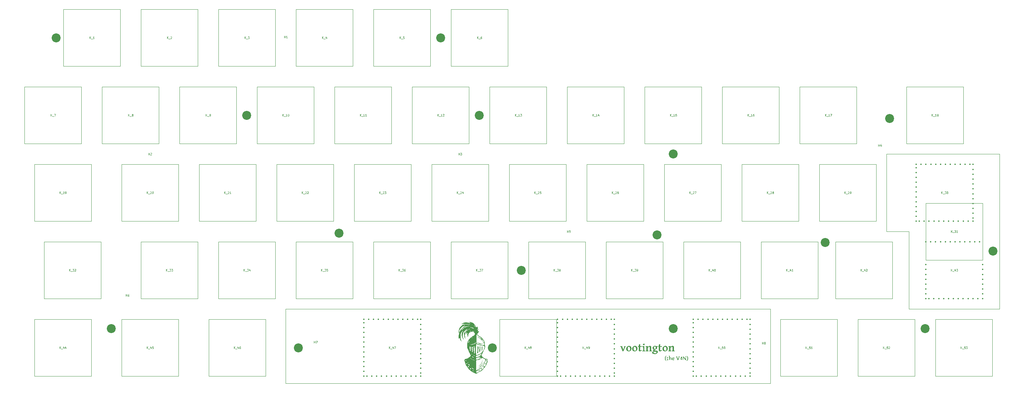
<source format=gbr>
G04 #@! TF.GenerationSoftware,KiCad,Pcbnew,(7.0.0)*
G04 #@! TF.CreationDate,2023-10-27T13:47:11+02:00*
G04 #@! TF.ProjectId,vootington V4N,766f6f74-696e-4677-946f-6e2056344e2e,rev?*
G04 #@! TF.SameCoordinates,Original*
G04 #@! TF.FileFunction,Legend,Top*
G04 #@! TF.FilePolarity,Positive*
%FSLAX46Y46*%
G04 Gerber Fmt 4.6, Leading zero omitted, Abs format (unit mm)*
G04 Created by KiCad (PCBNEW (7.0.0)) date 2023-10-27 13:47:11*
%MOMM*%
%LPD*%
G01*
G04 APERTURE LIST*
%ADD10C,0.120000*%
%ADD11C,0.500000*%
%ADD12C,0.200000*%
%ADD13C,0.125000*%
%ADD14C,0.300000*%
%ADD15C,2.200000*%
G04 APERTURE END LIST*
D10*
X241300000Y-50800000D02*
X269081250Y-50800000D01*
X93662500Y-88900000D02*
X212788500Y-88900000D01*
X241300000Y-69850000D02*
X246856250Y-69850000D01*
X246856250Y-69850000D02*
X246856250Y-88900000D01*
X212788500Y-107156250D02*
X93662500Y-107156250D01*
X269081250Y-88900000D02*
X269081250Y-50800000D01*
X246856250Y-88900000D02*
X269081250Y-88900000D01*
X93662500Y-88900000D02*
X93662500Y-107156250D01*
X241300000Y-50800000D02*
X241300000Y-69850000D01*
X212788500Y-107156250D02*
X212788500Y-88900000D01*
D11*
G36*
X177253637Y-98072864D02*
G01*
X177234189Y-98077657D01*
X177214865Y-98082831D01*
X177194920Y-98088839D01*
X177188669Y-98090938D01*
X177169501Y-98098578D01*
X177151946Y-98108226D01*
X177150078Y-98109501D01*
X177135495Y-98122888D01*
X177128096Y-98133436D01*
X177119051Y-98151573D01*
X177112465Y-98166165D01*
X176723630Y-99132878D01*
X176714662Y-99151282D01*
X176703022Y-99168637D01*
X176688711Y-99184942D01*
X176685528Y-99188077D01*
X176670622Y-99201468D01*
X176654479Y-99214163D01*
X176637100Y-99226163D01*
X176626910Y-99232529D01*
X176608152Y-99242979D01*
X176588699Y-99252347D01*
X176568551Y-99260633D01*
X176557057Y-99264769D01*
X176536719Y-99271802D01*
X176516923Y-99278061D01*
X176497667Y-99283548D01*
X176487203Y-99286263D01*
X176002137Y-98166165D01*
X175992460Y-98146596D01*
X175980464Y-98129654D01*
X175966150Y-98115340D01*
X175957196Y-98108524D01*
X175940191Y-98098601D01*
X175921454Y-98090470D01*
X175902529Y-98083910D01*
X175880959Y-98077728D01*
X175860964Y-98072864D01*
X175860964Y-97973213D01*
X176483295Y-97973213D01*
X176483295Y-98072864D01*
X176460862Y-98075903D01*
X176440579Y-98079035D01*
X176420033Y-98082729D01*
X176400275Y-98087031D01*
X176398299Y-98087519D01*
X176379046Y-98092903D01*
X176360052Y-98100756D01*
X176352870Y-98105104D01*
X176340377Y-98120461D01*
X176338703Y-98130017D01*
X176342148Y-98149595D01*
X176348473Y-98166165D01*
X176644007Y-98853953D01*
X176921467Y-98166165D01*
X176927817Y-98147236D01*
X176930260Y-98131482D01*
X176924856Y-98111974D01*
X176920001Y-98106570D01*
X176902966Y-98095957D01*
X176884510Y-98089445D01*
X176882877Y-98088984D01*
X176862595Y-98083553D01*
X176842309Y-98079024D01*
X176821488Y-98074933D01*
X176810092Y-98072864D01*
X176810092Y-97973213D01*
X177253637Y-97973213D01*
X177253637Y-98072864D01*
G37*
G36*
X178056389Y-97942379D02*
G01*
X178081993Y-97943667D01*
X178107141Y-97945814D01*
X178131835Y-97948819D01*
X178156074Y-97952683D01*
X178179858Y-97957406D01*
X178203186Y-97962987D01*
X178226060Y-97969427D01*
X178248478Y-97976726D01*
X178270441Y-97984883D01*
X178284830Y-97990799D01*
X178306062Y-98000288D01*
X178326711Y-98010439D01*
X178346775Y-98021251D01*
X178366255Y-98032724D01*
X178385151Y-98044859D01*
X178403464Y-98057654D01*
X178421192Y-98071111D01*
X178438337Y-98085229D01*
X178454898Y-98100008D01*
X178470875Y-98115448D01*
X178481202Y-98126109D01*
X178496254Y-98142512D01*
X178510637Y-98159483D01*
X178524350Y-98177019D01*
X178537393Y-98195123D01*
X178549766Y-98213793D01*
X178561470Y-98233030D01*
X178572504Y-98252834D01*
X178582868Y-98273204D01*
X178592562Y-98294141D01*
X178601587Y-98315645D01*
X178607231Y-98330296D01*
X178615088Y-98352637D01*
X178622172Y-98375330D01*
X178628483Y-98398375D01*
X178634021Y-98421773D01*
X178638787Y-98445522D01*
X178642780Y-98469623D01*
X178646000Y-98494077D01*
X178648447Y-98518882D01*
X178650121Y-98544040D01*
X178651023Y-98569549D01*
X178651195Y-98586751D01*
X178650805Y-98609519D01*
X178649638Y-98632150D01*
X178647691Y-98654643D01*
X178644967Y-98676999D01*
X178641463Y-98699217D01*
X178637181Y-98721298D01*
X178632121Y-98743242D01*
X178626282Y-98765048D01*
X178619855Y-98786526D01*
X178612788Y-98807730D01*
X178605079Y-98828658D01*
X178596729Y-98849312D01*
X178587737Y-98869691D01*
X178578105Y-98889795D01*
X178567832Y-98909625D01*
X178556917Y-98929180D01*
X178545529Y-98948299D01*
X178533592Y-98967068D01*
X178521105Y-98985485D01*
X178508068Y-99003551D01*
X178494482Y-99021267D01*
X178480347Y-99038631D01*
X178465662Y-99055644D01*
X178450427Y-99072306D01*
X178434826Y-99088510D01*
X178418798Y-99104149D01*
X178402342Y-99119223D01*
X178385459Y-99133733D01*
X178368148Y-99147678D01*
X178350410Y-99161058D01*
X178332244Y-99173873D01*
X178313651Y-99186123D01*
X178294791Y-99197641D01*
X178275580Y-99208502D01*
X178256017Y-99218707D01*
X178236104Y-99228255D01*
X178215840Y-99237147D01*
X178195224Y-99245382D01*
X178174257Y-99252962D01*
X178152939Y-99259884D01*
X178131484Y-99266067D01*
X178109861Y-99271425D01*
X178088070Y-99275959D01*
X178066111Y-99279668D01*
X178043984Y-99282553D01*
X178021689Y-99284614D01*
X177999227Y-99285850D01*
X177976596Y-99286263D01*
X177950266Y-99285833D01*
X177924401Y-99284545D01*
X177898998Y-99282399D01*
X177874060Y-99279393D01*
X177849585Y-99275529D01*
X177825574Y-99270807D01*
X177802026Y-99265225D01*
X177778942Y-99258785D01*
X177756322Y-99251487D01*
X177734166Y-99243329D01*
X177719653Y-99237414D01*
X177698338Y-99227933D01*
X177677624Y-99217808D01*
X177657511Y-99207039D01*
X177637999Y-99195626D01*
X177619088Y-99183568D01*
X177600779Y-99170867D01*
X177583070Y-99157522D01*
X177565963Y-99143533D01*
X177549456Y-99128900D01*
X177533551Y-99113623D01*
X177523281Y-99103080D01*
X177508395Y-99086764D01*
X177494144Y-99069873D01*
X177480528Y-99052406D01*
X177467548Y-99034364D01*
X177455203Y-99015747D01*
X177443494Y-98996554D01*
X177432420Y-98976786D01*
X177421982Y-98956443D01*
X177412178Y-98935525D01*
X177403011Y-98914031D01*
X177397252Y-98899382D01*
X177389308Y-98877037D01*
X177382145Y-98854331D01*
X177375764Y-98831264D01*
X177370164Y-98807837D01*
X177365345Y-98784049D01*
X177361308Y-98759900D01*
X177358052Y-98735391D01*
X177355578Y-98710521D01*
X177353885Y-98685291D01*
X177352973Y-98659700D01*
X177352800Y-98642438D01*
X177353209Y-98618991D01*
X177700113Y-98618991D01*
X177700336Y-98638842D01*
X177701006Y-98658461D01*
X177702594Y-98684259D01*
X177704975Y-98709645D01*
X177708150Y-98734619D01*
X177712119Y-98759181D01*
X177716882Y-98783330D01*
X177722438Y-98807068D01*
X177725514Y-98818782D01*
X177732139Y-98841733D01*
X177739314Y-98863936D01*
X177747038Y-98885391D01*
X177755312Y-98906099D01*
X177764135Y-98926058D01*
X177773508Y-98945269D01*
X177783430Y-98963732D01*
X177793902Y-98981448D01*
X177804985Y-98998216D01*
X177816495Y-99014084D01*
X177831483Y-99032653D01*
X177847140Y-99049815D01*
X177863464Y-99065569D01*
X177880456Y-99079916D01*
X177894530Y-99090380D01*
X177912534Y-99101779D01*
X177930823Y-99111245D01*
X177949399Y-99118780D01*
X177968261Y-99124383D01*
X177991273Y-99128556D01*
X178014698Y-99129947D01*
X178034901Y-99129466D01*
X178058932Y-99127513D01*
X178081603Y-99124057D01*
X178102915Y-99119098D01*
X178122867Y-99112636D01*
X178141459Y-99104672D01*
X178151962Y-99099173D01*
X178168699Y-99088711D01*
X178184410Y-99076866D01*
X178199096Y-99063638D01*
X178212756Y-99049026D01*
X178225390Y-99033031D01*
X178236999Y-99015653D01*
X178241355Y-99008314D01*
X178251693Y-98989035D01*
X178261028Y-98968443D01*
X178269362Y-98946540D01*
X178276694Y-98923325D01*
X178281839Y-98903809D01*
X178286342Y-98883453D01*
X178290204Y-98862257D01*
X178293638Y-98840237D01*
X178296615Y-98817408D01*
X178299134Y-98793770D01*
X178301195Y-98769323D01*
X178302798Y-98744066D01*
X178303942Y-98718001D01*
X178304501Y-98697921D01*
X178304801Y-98677386D01*
X178304858Y-98663443D01*
X178304657Y-98643562D01*
X178304051Y-98623853D01*
X178303042Y-98604316D01*
X178301069Y-98578533D01*
X178298379Y-98553055D01*
X178294971Y-98527883D01*
X178290845Y-98503016D01*
X178286003Y-98478454D01*
X178281900Y-98460233D01*
X178275984Y-98436412D01*
X178269474Y-98413308D01*
X178262368Y-98390922D01*
X178254666Y-98369253D01*
X178246370Y-98348301D01*
X178237478Y-98328067D01*
X178227991Y-98308551D01*
X178217908Y-98289752D01*
X178207375Y-98271792D01*
X178196292Y-98254795D01*
X178184660Y-98238758D01*
X178169348Y-98220066D01*
X178153176Y-98202876D01*
X178136146Y-98187188D01*
X178118257Y-98173004D01*
X178099805Y-98160479D01*
X178080781Y-98150077D01*
X178061184Y-98141798D01*
X178041015Y-98135642D01*
X178020274Y-98131609D01*
X177998959Y-98129698D01*
X177990274Y-98129528D01*
X177969360Y-98130109D01*
X177949363Y-98131849D01*
X177925654Y-98135656D01*
X177903377Y-98141275D01*
X177882530Y-98148707D01*
X177863115Y-98157952D01*
X177848613Y-98166653D01*
X177831618Y-98178959D01*
X177815745Y-98192671D01*
X177800993Y-98207791D01*
X177787361Y-98224318D01*
X177774851Y-98242252D01*
X177763462Y-98261593D01*
X177759220Y-98269724D01*
X177749329Y-98290775D01*
X177740415Y-98313020D01*
X177733988Y-98331674D01*
X177728188Y-98351091D01*
X177723013Y-98371272D01*
X177718464Y-98392215D01*
X177714541Y-98413923D01*
X177712814Y-98425062D01*
X177709837Y-98447754D01*
X177707257Y-98470888D01*
X177705074Y-98494465D01*
X177703288Y-98518485D01*
X177701899Y-98542948D01*
X177700907Y-98567853D01*
X177700312Y-98593201D01*
X177700113Y-98618991D01*
X177353209Y-98618991D01*
X177353238Y-98617324D01*
X177354551Y-98592355D01*
X177356741Y-98567533D01*
X177359806Y-98542856D01*
X177363748Y-98518325D01*
X177368565Y-98493941D01*
X177374258Y-98469702D01*
X177380827Y-98445609D01*
X177388271Y-98421662D01*
X177396592Y-98397862D01*
X177402625Y-98382076D01*
X177412407Y-98358607D01*
X177422884Y-98335645D01*
X177434057Y-98313189D01*
X177445925Y-98291240D01*
X177458489Y-98269798D01*
X177471748Y-98248862D01*
X177485703Y-98228433D01*
X177500353Y-98208510D01*
X177515699Y-98189095D01*
X177531740Y-98170185D01*
X177542821Y-98157861D01*
X177560061Y-98139882D01*
X177577894Y-98122581D01*
X177596320Y-98105959D01*
X177615338Y-98090015D01*
X177634948Y-98074749D01*
X177655151Y-98060162D01*
X177675947Y-98046253D01*
X177697335Y-98033022D01*
X177719315Y-98020470D01*
X177741888Y-98008596D01*
X177757266Y-98001057D01*
X177780832Y-97990494D01*
X177804819Y-97980970D01*
X177829226Y-97972485D01*
X177854055Y-97965039D01*
X177879304Y-97958631D01*
X177904974Y-97953263D01*
X177931064Y-97948934D01*
X177957576Y-97945644D01*
X177984508Y-97943393D01*
X178011860Y-97942181D01*
X178030329Y-97941950D01*
X178056389Y-97942379D01*
G37*
G36*
X179525753Y-97942379D02*
G01*
X179551357Y-97943667D01*
X179576506Y-97945814D01*
X179601200Y-97948819D01*
X179625439Y-97952683D01*
X179649223Y-97957406D01*
X179672551Y-97962987D01*
X179695425Y-97969427D01*
X179717843Y-97976726D01*
X179739806Y-97984883D01*
X179754195Y-97990799D01*
X179775427Y-98000288D01*
X179796075Y-98010439D01*
X179816140Y-98021251D01*
X179835620Y-98032724D01*
X179854516Y-98044859D01*
X179872829Y-98057654D01*
X179890557Y-98071111D01*
X179907702Y-98085229D01*
X179924263Y-98100008D01*
X179940240Y-98115448D01*
X179950567Y-98126109D01*
X179965619Y-98142512D01*
X179980002Y-98159483D01*
X179993715Y-98177019D01*
X180006758Y-98195123D01*
X180019131Y-98213793D01*
X180030835Y-98233030D01*
X180041869Y-98252834D01*
X180052233Y-98273204D01*
X180061927Y-98294141D01*
X180070952Y-98315645D01*
X180076596Y-98330296D01*
X180084453Y-98352637D01*
X180091537Y-98375330D01*
X180097848Y-98398375D01*
X180103386Y-98421773D01*
X180108152Y-98445522D01*
X180112145Y-98469623D01*
X180115365Y-98494077D01*
X180117812Y-98518882D01*
X180119486Y-98544040D01*
X180120388Y-98569549D01*
X180120560Y-98586751D01*
X180120170Y-98609519D01*
X180119003Y-98632150D01*
X180117056Y-98654643D01*
X180114332Y-98676999D01*
X180110828Y-98699217D01*
X180106546Y-98721298D01*
X180101486Y-98743242D01*
X180095647Y-98765048D01*
X180089220Y-98786526D01*
X180082153Y-98807730D01*
X180074444Y-98828658D01*
X180066094Y-98849312D01*
X180057102Y-98869691D01*
X180047470Y-98889795D01*
X180037197Y-98909625D01*
X180026282Y-98929180D01*
X180014894Y-98948299D01*
X180002957Y-98967068D01*
X179990470Y-98985485D01*
X179977433Y-99003551D01*
X179963847Y-99021267D01*
X179949712Y-99038631D01*
X179935027Y-99055644D01*
X179919792Y-99072306D01*
X179904191Y-99088510D01*
X179888163Y-99104149D01*
X179871707Y-99119223D01*
X179854824Y-99133733D01*
X179837513Y-99147678D01*
X179819775Y-99161058D01*
X179801609Y-99173873D01*
X179783016Y-99186123D01*
X179764156Y-99197641D01*
X179744945Y-99208502D01*
X179725382Y-99218707D01*
X179705469Y-99228255D01*
X179685204Y-99237147D01*
X179664589Y-99245382D01*
X179643622Y-99252962D01*
X179622304Y-99259884D01*
X179600849Y-99266067D01*
X179579226Y-99271425D01*
X179557435Y-99275959D01*
X179535476Y-99279668D01*
X179513349Y-99282553D01*
X179491054Y-99284614D01*
X179468592Y-99285850D01*
X179445961Y-99286263D01*
X179419631Y-99285833D01*
X179393766Y-99284545D01*
X179368363Y-99282399D01*
X179343425Y-99279393D01*
X179318950Y-99275529D01*
X179294939Y-99270807D01*
X179271391Y-99265225D01*
X179248307Y-99258785D01*
X179225687Y-99251487D01*
X179203531Y-99243329D01*
X179189018Y-99237414D01*
X179167703Y-99227933D01*
X179146989Y-99217808D01*
X179126876Y-99207039D01*
X179107364Y-99195626D01*
X179088453Y-99183568D01*
X179070144Y-99170867D01*
X179052435Y-99157522D01*
X179035328Y-99143533D01*
X179018821Y-99128900D01*
X179002916Y-99113623D01*
X178992646Y-99103080D01*
X178977760Y-99086764D01*
X178963509Y-99069873D01*
X178949893Y-99052406D01*
X178936913Y-99034364D01*
X178924568Y-99015747D01*
X178912859Y-98996554D01*
X178901785Y-98976786D01*
X178891347Y-98956443D01*
X178881543Y-98935525D01*
X178872376Y-98914031D01*
X178866617Y-98899382D01*
X178858673Y-98877037D01*
X178851510Y-98854331D01*
X178845129Y-98831264D01*
X178839529Y-98807837D01*
X178834710Y-98784049D01*
X178830673Y-98759900D01*
X178827417Y-98735391D01*
X178824943Y-98710521D01*
X178823250Y-98685291D01*
X178822338Y-98659700D01*
X178822165Y-98642438D01*
X178822574Y-98618991D01*
X179169478Y-98618991D01*
X179169701Y-98638842D01*
X179170371Y-98658461D01*
X179171959Y-98684259D01*
X179174340Y-98709645D01*
X179177515Y-98734619D01*
X179181484Y-98759181D01*
X179186247Y-98783330D01*
X179191803Y-98807068D01*
X179194879Y-98818782D01*
X179201504Y-98841733D01*
X179208679Y-98863936D01*
X179216403Y-98885391D01*
X179224677Y-98906099D01*
X179233500Y-98926058D01*
X179242873Y-98945269D01*
X179252795Y-98963732D01*
X179263267Y-98981448D01*
X179274350Y-98998216D01*
X179285860Y-99014084D01*
X179300848Y-99032653D01*
X179316505Y-99049815D01*
X179332829Y-99065569D01*
X179349821Y-99079916D01*
X179363895Y-99090380D01*
X179381899Y-99101779D01*
X179400188Y-99111245D01*
X179418764Y-99118780D01*
X179437626Y-99124383D01*
X179460638Y-99128556D01*
X179484063Y-99129947D01*
X179504266Y-99129466D01*
X179528297Y-99127513D01*
X179550968Y-99124057D01*
X179572280Y-99119098D01*
X179592232Y-99112636D01*
X179610824Y-99104672D01*
X179621327Y-99099173D01*
X179638064Y-99088711D01*
X179653775Y-99076866D01*
X179668461Y-99063638D01*
X179682121Y-99049026D01*
X179694755Y-99033031D01*
X179706364Y-99015653D01*
X179710720Y-99008314D01*
X179721058Y-98989035D01*
X179730393Y-98968443D01*
X179738727Y-98946540D01*
X179746059Y-98923325D01*
X179751203Y-98903809D01*
X179755707Y-98883453D01*
X179759569Y-98862257D01*
X179763003Y-98840237D01*
X179765980Y-98817408D01*
X179768499Y-98793770D01*
X179770560Y-98769323D01*
X179772163Y-98744066D01*
X179773307Y-98718001D01*
X179773866Y-98697921D01*
X179774166Y-98677386D01*
X179774223Y-98663443D01*
X179774022Y-98643562D01*
X179773416Y-98623853D01*
X179772407Y-98604316D01*
X179770434Y-98578533D01*
X179767744Y-98553055D01*
X179764336Y-98527883D01*
X179760210Y-98503016D01*
X179755368Y-98478454D01*
X179751265Y-98460233D01*
X179745349Y-98436412D01*
X179738839Y-98413308D01*
X179731733Y-98390922D01*
X179724031Y-98369253D01*
X179715735Y-98348301D01*
X179706843Y-98328067D01*
X179697356Y-98308551D01*
X179687273Y-98289752D01*
X179676740Y-98271792D01*
X179665657Y-98254795D01*
X179654025Y-98238758D01*
X179638712Y-98220066D01*
X179622541Y-98202876D01*
X179605511Y-98187188D01*
X179587622Y-98173004D01*
X179569170Y-98160479D01*
X179550146Y-98150077D01*
X179530549Y-98141798D01*
X179510380Y-98135642D01*
X179489638Y-98131609D01*
X179468324Y-98129698D01*
X179459639Y-98129528D01*
X179438725Y-98130109D01*
X179418728Y-98131849D01*
X179395019Y-98135656D01*
X179372742Y-98141275D01*
X179351895Y-98148707D01*
X179332480Y-98157952D01*
X179317978Y-98166653D01*
X179300983Y-98178959D01*
X179285110Y-98192671D01*
X179270358Y-98207791D01*
X179256726Y-98224318D01*
X179244216Y-98242252D01*
X179232827Y-98261593D01*
X179228585Y-98269724D01*
X179218693Y-98290775D01*
X179209780Y-98313020D01*
X179203353Y-98331674D01*
X179197553Y-98351091D01*
X179192378Y-98371272D01*
X179187829Y-98392215D01*
X179183906Y-98413923D01*
X179182179Y-98425062D01*
X179179202Y-98447754D01*
X179176622Y-98470888D01*
X179174439Y-98494465D01*
X179172653Y-98518485D01*
X179171264Y-98542948D01*
X179170272Y-98567853D01*
X179169677Y-98593201D01*
X179169478Y-98618991D01*
X178822574Y-98618991D01*
X178822603Y-98617324D01*
X178823916Y-98592355D01*
X178826106Y-98567533D01*
X178829171Y-98542856D01*
X178833113Y-98518325D01*
X178837930Y-98493941D01*
X178843623Y-98469702D01*
X178850192Y-98445609D01*
X178857636Y-98421662D01*
X178865957Y-98397862D01*
X178871990Y-98382076D01*
X178881772Y-98358607D01*
X178892249Y-98335645D01*
X178903422Y-98313189D01*
X178915290Y-98291240D01*
X178927854Y-98269798D01*
X178941113Y-98248862D01*
X178955068Y-98228433D01*
X178969718Y-98208510D01*
X178985064Y-98189095D01*
X179001105Y-98170185D01*
X179012186Y-98157861D01*
X179029426Y-98139882D01*
X179047259Y-98122581D01*
X179065685Y-98105959D01*
X179084703Y-98090015D01*
X179104313Y-98074749D01*
X179124516Y-98060162D01*
X179145312Y-98046253D01*
X179166700Y-98033022D01*
X179188680Y-98020470D01*
X179211253Y-98008596D01*
X179226631Y-98001057D01*
X179250197Y-97990494D01*
X179274184Y-97980970D01*
X179298591Y-97972485D01*
X179323420Y-97965039D01*
X179348669Y-97958631D01*
X179374339Y-97953263D01*
X179400429Y-97948934D01*
X179426941Y-97945644D01*
X179453873Y-97943393D01*
X179481225Y-97942181D01*
X179499694Y-97941950D01*
X179525753Y-97942379D01*
G37*
G36*
X181213302Y-99033227D02*
G01*
X181190685Y-99049378D01*
X181168507Y-99064979D01*
X181146767Y-99080030D01*
X181125466Y-99094532D01*
X181104605Y-99108484D01*
X181084182Y-99121887D01*
X181064198Y-99134740D01*
X181044653Y-99147044D01*
X181025546Y-99158798D01*
X181006879Y-99170003D01*
X180988650Y-99180658D01*
X180970861Y-99190764D01*
X180953510Y-99200320D01*
X180928307Y-99213623D01*
X180904091Y-99225690D01*
X180880841Y-99236515D01*
X180858536Y-99246275D01*
X180837175Y-99254971D01*
X180816759Y-99262602D01*
X180797287Y-99269167D01*
X180772794Y-99276266D01*
X180749980Y-99281471D01*
X180728846Y-99284784D01*
X180704789Y-99286263D01*
X180682996Y-99285473D01*
X180661581Y-99283103D01*
X180640543Y-99279153D01*
X180619884Y-99273623D01*
X180599602Y-99266513D01*
X180592925Y-99263792D01*
X180573623Y-99254708D01*
X180555281Y-99243940D01*
X180537902Y-99231489D01*
X180521484Y-99217356D01*
X180506028Y-99201539D01*
X180501090Y-99195893D01*
X180486985Y-99177849D01*
X180476070Y-99161554D01*
X180465919Y-99144113D01*
X180456531Y-99125528D01*
X180447906Y-99105798D01*
X180440045Y-99084923D01*
X180438564Y-99080610D01*
X180431809Y-99058325D01*
X180426199Y-99034824D01*
X180422535Y-99015147D01*
X180419605Y-98994692D01*
X180417406Y-98973458D01*
X180415941Y-98951446D01*
X180415208Y-98928655D01*
X180415117Y-98916967D01*
X180415117Y-98160792D01*
X180249031Y-98160792D01*
X180208976Y-98106570D01*
X180315954Y-97973213D01*
X180415117Y-97973213D01*
X180415117Y-97681099D01*
X180692576Y-97473004D01*
X180744844Y-97518921D01*
X180744844Y-97973213D01*
X181163965Y-97973213D01*
X181213302Y-98027435D01*
X181204156Y-98045187D01*
X181193509Y-98063516D01*
X181182528Y-98080680D01*
X181170831Y-98097681D01*
X181158943Y-98114492D01*
X181146864Y-98131112D01*
X181144426Y-98134413D01*
X181132567Y-98150232D01*
X181119632Y-98166090D01*
X181106812Y-98180331D01*
X181092537Y-98194197D01*
X181077180Y-98206837D01*
X181074572Y-98208663D01*
X181055766Y-98200481D01*
X181037248Y-98194013D01*
X181032563Y-98192543D01*
X181012619Y-98186452D01*
X180992768Y-98181110D01*
X180975410Y-98176912D01*
X180955489Y-98172408D01*
X180934804Y-98168668D01*
X180913357Y-98165692D01*
X180908976Y-98165188D01*
X180889037Y-98163063D01*
X180868790Y-98161633D01*
X180848234Y-98160899D01*
X180836680Y-98160792D01*
X180744844Y-98160792D01*
X180744844Y-98788984D01*
X180745047Y-98809855D01*
X180745655Y-98829723D01*
X180746921Y-98852243D01*
X180748770Y-98873320D01*
X180751202Y-98892955D01*
X180753149Y-98905244D01*
X180757132Y-98925276D01*
X180762544Y-98945937D01*
X180769727Y-98966335D01*
X180777084Y-98981936D01*
X180788524Y-98999845D01*
X180802583Y-99015038D01*
X180814209Y-99023457D01*
X180832398Y-99031680D01*
X180852038Y-99035711D01*
X180861593Y-99036158D01*
X180882076Y-99035352D01*
X180903043Y-99032933D01*
X180912884Y-99031273D01*
X180932220Y-99027222D01*
X180951302Y-99022337D01*
X180971814Y-99016307D01*
X180973944Y-99015642D01*
X180994110Y-99008626D01*
X181013138Y-99001223D01*
X181033204Y-98992720D01*
X181051613Y-98984378D01*
X181071312Y-98975079D01*
X181089275Y-98966252D01*
X181108234Y-98956634D01*
X181128190Y-98946227D01*
X181145580Y-98936951D01*
X181152730Y-98933087D01*
X181213302Y-99033227D01*
G37*
G36*
X181324188Y-99255000D02*
G01*
X181324188Y-99155348D01*
X181346743Y-99150418D01*
X181367755Y-99145396D01*
X181387226Y-99140282D01*
X181409396Y-99133761D01*
X181429158Y-99127096D01*
X181449691Y-99118910D01*
X181461453Y-99113339D01*
X181478583Y-99103671D01*
X181494426Y-99091723D01*
X181505245Y-99074212D01*
X181505417Y-99071817D01*
X181505417Y-98368886D01*
X181505381Y-98347713D01*
X181505274Y-98327852D01*
X181505050Y-98305750D01*
X181504724Y-98285537D01*
X181504213Y-98264342D01*
X181503951Y-98256046D01*
X181502333Y-98235530D01*
X181498396Y-98215368D01*
X181491393Y-98196592D01*
X181486854Y-98188635D01*
X181473568Y-98173738D01*
X181457081Y-98162900D01*
X181438654Y-98155348D01*
X181434098Y-98153953D01*
X181413307Y-98148824D01*
X181391458Y-98144736D01*
X181370014Y-98141531D01*
X181350229Y-98139069D01*
X181328703Y-98136799D01*
X181324188Y-98136367D01*
X181324188Y-98040624D01*
X181346242Y-98037446D01*
X181368072Y-98034138D01*
X181389679Y-98030702D01*
X181411063Y-98027137D01*
X181432223Y-98023444D01*
X181453160Y-98019621D01*
X181473874Y-98015670D01*
X181494365Y-98011590D01*
X181514632Y-98007381D01*
X181534676Y-98003043D01*
X181547915Y-98000080D01*
X181567679Y-97995502D01*
X181587219Y-97990743D01*
X181606536Y-97985804D01*
X181625630Y-97980685D01*
X181644501Y-97975386D01*
X181669314Y-97968040D01*
X181693731Y-97960373D01*
X181717751Y-97952385D01*
X181741373Y-97944077D01*
X181747217Y-97941950D01*
X181835145Y-97941950D01*
X181835145Y-99071817D01*
X181845403Y-99089891D01*
X181862233Y-99103172D01*
X181876177Y-99111873D01*
X181893826Y-99120695D01*
X181915630Y-99129207D01*
X181936975Y-99136064D01*
X181956129Y-99141396D01*
X181977130Y-99146590D01*
X181999978Y-99151646D01*
X182018327Y-99155348D01*
X182018327Y-99255000D01*
X181324188Y-99255000D01*
G37*
G36*
X181887412Y-97536507D02*
G01*
X181886548Y-97557457D01*
X181883953Y-97577566D01*
X181879629Y-97596834D01*
X181872569Y-97617823D01*
X181869339Y-97625411D01*
X181859721Y-97644737D01*
X181848456Y-97662658D01*
X181835541Y-97679175D01*
X181820978Y-97694288D01*
X181804889Y-97707874D01*
X181787395Y-97719811D01*
X181768497Y-97730100D01*
X181748194Y-97738740D01*
X181729464Y-97744831D01*
X181710033Y-97749426D01*
X181689901Y-97752524D01*
X181669067Y-97754127D01*
X181656847Y-97754371D01*
X181635488Y-97753637D01*
X181614824Y-97751435D01*
X181594856Y-97747764D01*
X181584063Y-97745090D01*
X181563550Y-97738240D01*
X181544755Y-97729291D01*
X181527677Y-97718243D01*
X181524468Y-97715781D01*
X181509594Y-97702357D01*
X181496723Y-97687121D01*
X181485856Y-97670071D01*
X181483923Y-97666444D01*
X181475938Y-97646933D01*
X181471279Y-97627334D01*
X181469017Y-97605803D01*
X181468780Y-97595614D01*
X181469622Y-97574663D01*
X181472146Y-97554554D01*
X181476354Y-97535287D01*
X181483223Y-97514297D01*
X181486366Y-97506709D01*
X181496197Y-97487445D01*
X181507615Y-97469706D01*
X181520621Y-97453495D01*
X181535214Y-97438810D01*
X181551304Y-97425437D01*
X181568798Y-97413653D01*
X181587696Y-97403456D01*
X181607999Y-97394846D01*
X181626658Y-97388755D01*
X181645879Y-97384160D01*
X181665661Y-97381062D01*
X181686004Y-97379459D01*
X181697880Y-97379214D01*
X181718531Y-97379949D01*
X181738718Y-97382151D01*
X181758442Y-97385822D01*
X181769199Y-97388496D01*
X181788012Y-97394528D01*
X181807285Y-97403134D01*
X181824840Y-97413743D01*
X181829771Y-97417316D01*
X181844950Y-97430225D01*
X181858126Y-97445137D01*
X181869298Y-97462053D01*
X181871292Y-97465676D01*
X181879793Y-97485187D01*
X181884752Y-97504786D01*
X181887161Y-97526317D01*
X181887412Y-97536507D01*
G37*
G36*
X182988948Y-99255000D02*
G01*
X182988948Y-99155348D01*
X183012716Y-99148983D01*
X183034682Y-99142831D01*
X183054847Y-99136893D01*
X183077521Y-99129771D01*
X183097380Y-99122982D01*
X183117496Y-99115277D01*
X183128655Y-99110408D01*
X183146820Y-99100669D01*
X183162228Y-99088580D01*
X183170176Y-99071817D01*
X183170176Y-98451441D01*
X183169985Y-98428693D01*
X183169413Y-98407162D01*
X183168459Y-98386847D01*
X183166810Y-98364076D01*
X183164612Y-98343055D01*
X183162360Y-98326877D01*
X183158710Y-98305846D01*
X183154172Y-98286779D01*
X183147898Y-98267392D01*
X183139453Y-98248647D01*
X183138424Y-98246765D01*
X183127204Y-98229601D01*
X183112218Y-98214798D01*
X183094461Y-98204267D01*
X183074038Y-98197314D01*
X183052666Y-98193498D01*
X183031148Y-98192102D01*
X183026073Y-98192055D01*
X183004930Y-98192913D01*
X182985250Y-98195154D01*
X182964951Y-98198787D01*
X182955731Y-98200847D01*
X182936680Y-98206038D01*
X182916652Y-98212815D01*
X182898326Y-98220048D01*
X182879252Y-98228496D01*
X182873665Y-98231133D01*
X182853750Y-98241094D01*
X182835935Y-98250860D01*
X182817434Y-98261760D01*
X182798246Y-98273793D01*
X182781731Y-98284686D01*
X182774991Y-98289263D01*
X182757760Y-98301189D01*
X182739957Y-98314069D01*
X182721582Y-98327903D01*
X182702634Y-98342691D01*
X182687064Y-98355209D01*
X182671127Y-98368337D01*
X182654824Y-98382076D01*
X182654824Y-99071817D01*
X182663799Y-99090050D01*
X182681202Y-99103416D01*
X182698833Y-99112943D01*
X182701718Y-99114316D01*
X182720781Y-99122456D01*
X182742797Y-99130390D01*
X182763400Y-99136844D01*
X182786054Y-99143155D01*
X182805655Y-99148101D01*
X182826568Y-99152956D01*
X182837517Y-99155348D01*
X182837517Y-99255000D01*
X182143867Y-99255000D01*
X182143867Y-99155348D01*
X182165865Y-99149563D01*
X182186427Y-99143930D01*
X182205554Y-99138450D01*
X182227445Y-99131814D01*
X182247094Y-99125417D01*
X182267714Y-99118056D01*
X182279666Y-99113339D01*
X182297368Y-99105007D01*
X182313738Y-99093677D01*
X182324696Y-99076084D01*
X182325096Y-99071817D01*
X182325096Y-98312711D01*
X182325002Y-98290468D01*
X182324722Y-98270329D01*
X182324172Y-98249889D01*
X182323262Y-98230178D01*
X182323142Y-98228203D01*
X182320067Y-98208047D01*
X182312762Y-98189878D01*
X182304579Y-98178866D01*
X182289238Y-98166684D01*
X182270106Y-98157931D01*
X182250846Y-98152487D01*
X182230238Y-98148366D01*
X182208850Y-98144809D01*
X182188024Y-98141798D01*
X182164898Y-98138822D01*
X182143867Y-98136367D01*
X182143867Y-98040624D01*
X182164249Y-98038415D01*
X182184177Y-98036064D01*
X182203652Y-98033569D01*
X182226424Y-98030386D01*
X182248543Y-98026997D01*
X182266477Y-98024016D01*
X182287738Y-98020300D01*
X182308655Y-98016482D01*
X182329229Y-98012561D01*
X182349459Y-98008537D01*
X182369346Y-98004409D01*
X182375898Y-98003011D01*
X182395396Y-97998494D01*
X182414687Y-97993737D01*
X182433772Y-97988740D01*
X182452651Y-97983502D01*
X182474417Y-97977087D01*
X182477503Y-97976144D01*
X182496171Y-97970328D01*
X182514804Y-97964237D01*
X182533402Y-97957872D01*
X182551967Y-97951231D01*
X182570497Y-97944316D01*
X182576666Y-97941950D01*
X182634307Y-97999591D01*
X182649450Y-98196451D01*
X182669455Y-98179659D01*
X182689292Y-98163478D01*
X182708961Y-98147908D01*
X182728463Y-98132948D01*
X182747796Y-98118599D01*
X182766962Y-98104860D01*
X182785959Y-98091732D01*
X182804789Y-98079214D01*
X182823450Y-98067308D01*
X182841944Y-98056011D01*
X182860270Y-98045326D01*
X182878428Y-98035251D01*
X182896418Y-98025786D01*
X182914240Y-98016933D01*
X182940658Y-98004797D01*
X182949380Y-98001057D01*
X182975288Y-97990494D01*
X183000620Y-97980970D01*
X183025377Y-97972485D01*
X183049558Y-97965039D01*
X183073164Y-97958631D01*
X183096195Y-97953263D01*
X183118651Y-97948934D01*
X183140531Y-97945644D01*
X183161836Y-97943393D01*
X183182566Y-97942181D01*
X183196066Y-97941950D01*
X183218076Y-97942603D01*
X183239777Y-97944560D01*
X183261170Y-97947823D01*
X183282253Y-97952391D01*
X183303027Y-97958265D01*
X183309883Y-97960512D01*
X183330119Y-97968280D01*
X183349427Y-97977663D01*
X183367808Y-97988659D01*
X183385262Y-98001270D01*
X183401789Y-98015496D01*
X183407091Y-98020596D01*
X183422261Y-98037077D01*
X183436263Y-98055378D01*
X183447039Y-98072019D01*
X183457005Y-98089925D01*
X183466159Y-98109095D01*
X183474503Y-98129528D01*
X183481820Y-98151145D01*
X183487898Y-98174170D01*
X183491867Y-98193602D01*
X183495042Y-98213935D01*
X183497423Y-98235169D01*
X183499011Y-98257304D01*
X183499805Y-98280339D01*
X183499904Y-98292194D01*
X183499904Y-99071817D01*
X183507697Y-99089800D01*
X183508208Y-99090380D01*
X183524367Y-99102341D01*
X183537029Y-99108942D01*
X183556197Y-99116886D01*
X183576321Y-99124238D01*
X183593205Y-99129947D01*
X183612164Y-99135931D01*
X183633382Y-99142159D01*
X183653802Y-99147809D01*
X183675951Y-99153646D01*
X183682597Y-99155348D01*
X183682597Y-99255000D01*
X182988948Y-99255000D01*
G37*
G36*
X185155870Y-97992752D02*
G01*
X185149533Y-98011643D01*
X185142681Y-98028900D01*
X185134707Y-98047039D01*
X185126172Y-98065552D01*
X185123630Y-98070910D01*
X185114374Y-98089717D01*
X185105276Y-98107180D01*
X185101648Y-98113897D01*
X185091297Y-98131435D01*
X185079998Y-98148358D01*
X185077713Y-98151510D01*
X185057126Y-98155003D01*
X185036399Y-98158216D01*
X185015532Y-98161147D01*
X184994525Y-98163799D01*
X184982458Y-98165188D01*
X184961047Y-98167422D01*
X184938700Y-98169422D01*
X184918802Y-98170951D01*
X184898217Y-98172307D01*
X184876945Y-98173492D01*
X184887289Y-98191398D01*
X184896706Y-98209579D01*
X184905195Y-98228035D01*
X184912757Y-98246765D01*
X184919392Y-98265770D01*
X184921397Y-98272166D01*
X184926875Y-98291389D01*
X184931220Y-98310955D01*
X184934432Y-98330865D01*
X184936510Y-98351118D01*
X184937454Y-98371714D01*
X184937517Y-98378656D01*
X184936784Y-98404508D01*
X184934586Y-98429795D01*
X184930923Y-98454516D01*
X184925794Y-98478674D01*
X184919199Y-98502266D01*
X184911139Y-98525293D01*
X184901613Y-98547756D01*
X184890623Y-98569654D01*
X184878410Y-98590773D01*
X184865221Y-98611145D01*
X184851055Y-98630768D01*
X184835912Y-98649644D01*
X184819792Y-98667771D01*
X184802695Y-98685150D01*
X184784621Y-98701782D01*
X184765570Y-98717665D01*
X184745642Y-98732633D01*
X184724934Y-98746761D01*
X184703449Y-98760049D01*
X184681184Y-98772498D01*
X184658142Y-98784107D01*
X184640349Y-98792263D01*
X184622118Y-98799946D01*
X184603449Y-98807158D01*
X184584342Y-98813897D01*
X184564918Y-98820095D01*
X184545296Y-98825684D01*
X184525476Y-98830662D01*
X184505459Y-98835032D01*
X184485245Y-98838791D01*
X184464833Y-98841941D01*
X184444223Y-98844481D01*
X184423416Y-98846412D01*
X184402412Y-98847733D01*
X184381210Y-98848444D01*
X184366966Y-98848579D01*
X184353288Y-98848579D01*
X184337873Y-98863251D01*
X184321799Y-98879691D01*
X184308369Y-98894861D01*
X184296044Y-98910953D01*
X184286366Y-98927226D01*
X184278300Y-98945172D01*
X184272255Y-98964205D01*
X184272200Y-98965327D01*
X184277268Y-98984409D01*
X184280504Y-98989752D01*
X184295669Y-99002208D01*
X184314010Y-99011001D01*
X184319583Y-99013199D01*
X184339641Y-99019871D01*
X184358662Y-99025167D01*
X184380674Y-99030557D01*
X184401923Y-99035251D01*
X184413372Y-99037623D01*
X184433997Y-99041487D01*
X184456792Y-99045447D01*
X184476591Y-99048683D01*
X184497779Y-99051980D01*
X184520356Y-99055339D01*
X184544322Y-99058758D01*
X184569678Y-99062238D01*
X184582877Y-99064002D01*
X184602750Y-99066602D01*
X184622192Y-99069276D01*
X184650547Y-99073422D01*
X184677931Y-99077731D01*
X184704345Y-99082203D01*
X184729789Y-99086838D01*
X184754262Y-99091637D01*
X184777765Y-99096598D01*
X184800298Y-99101723D01*
X184821861Y-99107011D01*
X184842453Y-99112462D01*
X184849101Y-99114316D01*
X184868594Y-99120010D01*
X184887323Y-99125919D01*
X184911106Y-99134132D01*
X184933531Y-99142726D01*
X184954597Y-99151702D01*
X184974304Y-99161060D01*
X184992653Y-99170799D01*
X185009643Y-99180919D01*
X185017629Y-99186123D01*
X185036238Y-99199408D01*
X185052987Y-99213314D01*
X185067875Y-99227840D01*
X185080903Y-99242986D01*
X185094081Y-99261980D01*
X185104579Y-99281866D01*
X185113046Y-99302680D01*
X185119760Y-99324456D01*
X185124724Y-99347194D01*
X185127521Y-99366876D01*
X185129103Y-99387226D01*
X185129492Y-99403988D01*
X185128765Y-99424431D01*
X185126582Y-99444851D01*
X185122945Y-99465246D01*
X185117852Y-99485618D01*
X185111305Y-99505966D01*
X185103303Y-99526290D01*
X185099694Y-99534413D01*
X185089975Y-99554737D01*
X185079134Y-99574799D01*
X185067172Y-99594599D01*
X185054090Y-99614136D01*
X185039886Y-99633410D01*
X185024561Y-99652423D01*
X185018117Y-99659954D01*
X185004768Y-99674952D01*
X184990854Y-99689660D01*
X184976375Y-99704078D01*
X184961331Y-99718206D01*
X184945722Y-99732044D01*
X184929549Y-99745592D01*
X184912810Y-99758850D01*
X184895507Y-99771817D01*
X184877861Y-99784549D01*
X184859848Y-99796852D01*
X184841469Y-99808729D01*
X184822723Y-99820177D01*
X184803611Y-99831199D01*
X184784133Y-99841793D01*
X184764288Y-99851960D01*
X184744077Y-99861699D01*
X184723568Y-99870965D01*
X184702830Y-99879712D01*
X184681864Y-99887940D01*
X184660668Y-99895648D01*
X184639243Y-99902838D01*
X184617590Y-99909509D01*
X184595707Y-99915661D01*
X184573595Y-99921294D01*
X184551499Y-99926331D01*
X184529418Y-99930697D01*
X184507352Y-99934392D01*
X184485302Y-99937414D01*
X184463266Y-99939765D01*
X184441246Y-99941444D01*
X184419241Y-99942452D01*
X184397252Y-99942787D01*
X184374810Y-99942561D01*
X184352058Y-99941881D01*
X184328995Y-99940748D01*
X184305623Y-99939162D01*
X184281940Y-99937123D01*
X184257948Y-99934630D01*
X184248264Y-99933506D01*
X184224052Y-99930496D01*
X184199959Y-99926961D01*
X184175986Y-99922902D01*
X184152131Y-99918317D01*
X184128396Y-99913208D01*
X184104781Y-99907574D01*
X184095368Y-99905174D01*
X184072191Y-99898958D01*
X184049372Y-99892218D01*
X184026911Y-99884952D01*
X184004807Y-99877162D01*
X183983061Y-99868848D01*
X183961673Y-99860008D01*
X183953218Y-99856325D01*
X183932699Y-99846856D01*
X183912966Y-99836767D01*
X183894021Y-99826057D01*
X183875862Y-99814728D01*
X183858491Y-99802778D01*
X183841907Y-99790208D01*
X183835493Y-99785006D01*
X183820119Y-99771592D01*
X183805745Y-99757605D01*
X183792374Y-99743046D01*
X183780005Y-99727915D01*
X183766483Y-99709001D01*
X183754405Y-99689263D01*
X183744112Y-99668684D01*
X183735949Y-99647246D01*
X183729916Y-99624949D01*
X183726012Y-99601794D01*
X183724385Y-99581842D01*
X183724119Y-99569584D01*
X183725502Y-99548022D01*
X183729113Y-99528290D01*
X183729750Y-99526109D01*
X184053847Y-99526109D01*
X184055459Y-99545797D01*
X184060298Y-99565112D01*
X184068362Y-99584052D01*
X184079652Y-99602618D01*
X184087552Y-99613060D01*
X184101085Y-99628435D01*
X184116403Y-99643056D01*
X184133508Y-99656920D01*
X184152399Y-99670029D01*
X184169505Y-99680376D01*
X184180364Y-99686332D01*
X184199348Y-99695933D01*
X184219357Y-99704889D01*
X184240392Y-99713201D01*
X184262453Y-99720870D01*
X184285539Y-99727894D01*
X184304746Y-99733050D01*
X184319583Y-99736646D01*
X184339931Y-99740997D01*
X184360677Y-99744767D01*
X184381819Y-99747958D01*
X184403358Y-99750568D01*
X184425294Y-99752599D01*
X184447627Y-99754049D01*
X184470357Y-99754919D01*
X184493484Y-99755209D01*
X184513412Y-99754896D01*
X184537357Y-99753625D01*
X184560229Y-99751375D01*
X184582027Y-99748148D01*
X184602752Y-99743943D01*
X184622403Y-99738760D01*
X184633679Y-99735181D01*
X184655140Y-99727321D01*
X184675193Y-99718397D01*
X184693837Y-99708408D01*
X184711074Y-99697354D01*
X184726902Y-99685235D01*
X184731865Y-99680959D01*
X184748003Y-99665532D01*
X184762225Y-99649169D01*
X184774530Y-99631872D01*
X184784919Y-99613640D01*
X184789994Y-99602801D01*
X184797608Y-99583380D01*
X184803352Y-99563585D01*
X184807225Y-99543416D01*
X184809229Y-99522873D01*
X184809534Y-99510966D01*
X184807748Y-99491182D01*
X184802390Y-99471399D01*
X184796833Y-99458210D01*
X184785494Y-99440699D01*
X184770076Y-99425281D01*
X184754238Y-99413290D01*
X184747496Y-99408872D01*
X184729805Y-99398968D01*
X184709215Y-99389345D01*
X184689260Y-99381319D01*
X184667175Y-99373499D01*
X184647144Y-99367140D01*
X184642960Y-99365886D01*
X184621033Y-99359782D01*
X184602032Y-99355122D01*
X184581733Y-99350661D01*
X184560137Y-99346398D01*
X184537243Y-99342334D01*
X184513051Y-99338468D01*
X184487562Y-99334801D01*
X184467594Y-99332180D01*
X184447177Y-99329514D01*
X184427141Y-99326704D01*
X184407487Y-99323751D01*
X184384406Y-99320019D01*
X184361875Y-99316080D01*
X184343519Y-99312641D01*
X184322143Y-99308611D01*
X184301249Y-99304581D01*
X184280836Y-99300551D01*
X184260903Y-99296521D01*
X184241452Y-99292491D01*
X184235075Y-99291147D01*
X184216027Y-99304648D01*
X184198267Y-99317671D01*
X184181794Y-99330217D01*
X184163728Y-99344642D01*
X184147517Y-99358381D01*
X184135424Y-99369305D01*
X184120474Y-99383985D01*
X184105506Y-99400074D01*
X184092798Y-99415431D01*
X184081202Y-99431831D01*
X184071451Y-99448966D01*
X184063025Y-99468017D01*
X184058731Y-99482634D01*
X184055392Y-99502255D01*
X184053889Y-99522241D01*
X184053847Y-99526109D01*
X183729750Y-99526109D01*
X183734965Y-99508249D01*
X183738285Y-99499242D01*
X183747108Y-99481107D01*
X183758923Y-99462362D01*
X183771716Y-99445458D01*
X183784504Y-99430598D01*
X183791530Y-99423039D01*
X183806980Y-99407577D01*
X183821351Y-99394299D01*
X183837081Y-99380662D01*
X183854171Y-99366669D01*
X183872620Y-99352317D01*
X183888359Y-99340578D01*
X183896554Y-99334623D01*
X183913781Y-99322617D01*
X183932244Y-99310290D01*
X183951944Y-99297643D01*
X183972880Y-99284675D01*
X183995053Y-99271387D01*
X184012494Y-99261210D01*
X184030630Y-99250853D01*
X184049462Y-99240316D01*
X184068990Y-99229598D01*
X184050061Y-99221504D01*
X184023957Y-99209234D01*
X184000602Y-99196809D01*
X183979994Y-99184229D01*
X183962133Y-99171495D01*
X183947021Y-99158607D01*
X183931145Y-99141181D01*
X183920154Y-99123481D01*
X183913285Y-99100970D01*
X183912674Y-99091845D01*
X183916693Y-99071409D01*
X183924593Y-99052420D01*
X183925375Y-99050812D01*
X183935192Y-99033563D01*
X183946720Y-99016733D01*
X183959108Y-99000735D01*
X183967873Y-98990240D01*
X183981774Y-98974716D01*
X183997405Y-98958491D01*
X184012180Y-98944025D01*
X184028226Y-98929044D01*
X184045542Y-98913548D01*
X184061144Y-98900277D01*
X184077723Y-98886719D01*
X184095281Y-98872876D01*
X184113816Y-98858746D01*
X184133329Y-98844330D01*
X184149644Y-98832591D01*
X184162290Y-98823667D01*
X184143323Y-98818286D01*
X184120194Y-98810851D01*
X184097709Y-98802629D01*
X184075868Y-98793620D01*
X184054671Y-98783825D01*
X184034118Y-98773241D01*
X184022095Y-98766514D01*
X184002844Y-98754590D01*
X183984476Y-98742023D01*
X183966990Y-98728811D01*
X183950387Y-98714956D01*
X183934666Y-98700456D01*
X183919828Y-98685313D01*
X183914140Y-98679075D01*
X183900725Y-98662913D01*
X183888265Y-98646178D01*
X183876759Y-98628872D01*
X183866207Y-98610992D01*
X183856609Y-98592540D01*
X183847965Y-98573516D01*
X183844775Y-98565746D01*
X183837738Y-98545828D01*
X183831895Y-98525456D01*
X183827244Y-98504631D01*
X183823785Y-98483352D01*
X183821519Y-98461621D01*
X183820446Y-98439436D01*
X183820350Y-98430436D01*
X183821121Y-98405683D01*
X183823434Y-98381251D01*
X183827288Y-98357140D01*
X183831715Y-98337623D01*
X184136401Y-98337623D01*
X184136806Y-98360166D01*
X184138023Y-98382303D01*
X184140050Y-98404034D01*
X184142888Y-98425360D01*
X184146538Y-98446280D01*
X184150998Y-98466795D01*
X184153009Y-98474888D01*
X184158641Y-98494644D01*
X184165154Y-98513614D01*
X184172551Y-98531796D01*
X184182592Y-98552576D01*
X184193903Y-98572222D01*
X184204300Y-98587728D01*
X184218125Y-98604993D01*
X184233220Y-98620884D01*
X184249586Y-98635401D01*
X184267223Y-98648545D01*
X184286131Y-98660314D01*
X184292716Y-98663932D01*
X184313587Y-98673560D01*
X184332082Y-98680062D01*
X184351579Y-98685181D01*
X184372077Y-98688916D01*
X184393577Y-98691268D01*
X184416079Y-98692236D01*
X184420699Y-98692264D01*
X184440483Y-98691226D01*
X184459778Y-98688112D01*
X184480901Y-98682127D01*
X184496903Y-98675655D01*
X184514641Y-98666313D01*
X184531219Y-98654895D01*
X184546637Y-98641400D01*
X184560895Y-98625830D01*
X184573901Y-98607939D01*
X184584179Y-98590582D01*
X184593429Y-98571635D01*
X184601650Y-98551098D01*
X184604858Y-98541810D01*
X184610503Y-98522307D01*
X184614979Y-98501533D01*
X184618288Y-98479488D01*
X184620429Y-98456173D01*
X184621321Y-98435772D01*
X184621467Y-98423108D01*
X184621014Y-98400144D01*
X184619654Y-98377656D01*
X184617388Y-98355646D01*
X184614216Y-98334112D01*
X184610137Y-98313056D01*
X184605152Y-98292477D01*
X184602904Y-98284378D01*
X184596686Y-98264634D01*
X184589633Y-98245700D01*
X184581745Y-98227578D01*
X184571178Y-98206901D01*
X184559409Y-98187392D01*
X184548683Y-98172027D01*
X184534692Y-98154596D01*
X184519465Y-98138573D01*
X184503001Y-98123959D01*
X184485302Y-98110752D01*
X184466365Y-98098954D01*
X184459778Y-98095334D01*
X184439393Y-98085706D01*
X184417807Y-98078070D01*
X184395018Y-98072425D01*
X184375108Y-98069243D01*
X184354364Y-98067445D01*
X184337168Y-98067002D01*
X184317582Y-98068316D01*
X184297841Y-98072257D01*
X184277946Y-98078826D01*
X184266826Y-98083611D01*
X184249424Y-98092984D01*
X184232877Y-98104494D01*
X184217184Y-98118141D01*
X184202346Y-98133925D01*
X184190228Y-98149322D01*
X184179092Y-98166449D01*
X184168937Y-98185306D01*
X184159764Y-98205893D01*
X184154963Y-98218433D01*
X184148655Y-98238102D01*
X184143652Y-98259008D01*
X184139954Y-98281150D01*
X184137561Y-98304528D01*
X184136564Y-98324955D01*
X184136401Y-98337623D01*
X183831715Y-98337623D01*
X183832685Y-98333349D01*
X183839623Y-98309879D01*
X183848102Y-98286729D01*
X183858124Y-98263900D01*
X183869687Y-98241392D01*
X183882648Y-98219410D01*
X183896615Y-98198161D01*
X183911590Y-98177644D01*
X183927573Y-98157861D01*
X183944563Y-98138810D01*
X183962561Y-98120491D01*
X183981566Y-98102906D01*
X183996481Y-98090198D01*
X184001579Y-98086053D01*
X184017289Y-98073842D01*
X184033464Y-98062119D01*
X184050102Y-98050887D01*
X184067204Y-98040143D01*
X184084769Y-98029889D01*
X184102798Y-98020125D01*
X184121291Y-98010850D01*
X184140247Y-98002064D01*
X184159668Y-97993768D01*
X184179551Y-97985961D01*
X184193065Y-97981029D01*
X184213672Y-97974045D01*
X184234458Y-97967748D01*
X184255426Y-97962138D01*
X184276573Y-97957215D01*
X184297901Y-97952979D01*
X184319409Y-97949430D01*
X184341098Y-97946568D01*
X184362966Y-97944392D01*
X184385016Y-97942904D01*
X184407245Y-97942103D01*
X184422165Y-97941950D01*
X184445665Y-97942362D01*
X184468785Y-97943599D01*
X184491522Y-97945659D01*
X184513878Y-97948545D01*
X184535852Y-97952254D01*
X184557445Y-97956788D01*
X184578656Y-97962146D01*
X184599485Y-97968328D01*
X184619864Y-97975083D01*
X184639724Y-97982403D01*
X184659065Y-97990287D01*
X184677887Y-97998736D01*
X184696190Y-98007751D01*
X184713974Y-98017329D01*
X184731239Y-98027473D01*
X184747985Y-98038182D01*
X184770135Y-98035209D01*
X184791891Y-98031971D01*
X184813252Y-98028466D01*
X184834218Y-98024695D01*
X184854788Y-98020658D01*
X184874964Y-98016354D01*
X184894745Y-98011785D01*
X184914131Y-98006949D01*
X184933122Y-98001847D01*
X184957828Y-97994631D01*
X184963895Y-97992752D01*
X184987556Y-97985334D01*
X185009935Y-97978220D01*
X185031032Y-97971412D01*
X185050846Y-97964909D01*
X185069378Y-97958711D01*
X185090739Y-97951393D01*
X185110098Y-97944553D01*
X185117280Y-97941950D01*
X185155870Y-97992752D01*
G37*
G36*
X186162639Y-99033227D02*
G01*
X186140022Y-99049378D01*
X186117844Y-99064979D01*
X186096104Y-99080030D01*
X186074803Y-99094532D01*
X186053942Y-99108484D01*
X186033519Y-99121887D01*
X186013535Y-99134740D01*
X185993990Y-99147044D01*
X185974883Y-99158798D01*
X185956216Y-99170003D01*
X185937987Y-99180658D01*
X185920198Y-99190764D01*
X185902847Y-99200320D01*
X185877644Y-99213623D01*
X185853428Y-99225690D01*
X185830178Y-99236515D01*
X185807873Y-99246275D01*
X185786512Y-99254971D01*
X185766096Y-99262602D01*
X185746624Y-99269167D01*
X185722131Y-99276266D01*
X185699317Y-99281471D01*
X185678183Y-99284784D01*
X185654126Y-99286263D01*
X185632333Y-99285473D01*
X185610918Y-99283103D01*
X185589880Y-99279153D01*
X185569221Y-99273623D01*
X185548939Y-99266513D01*
X185542262Y-99263792D01*
X185522960Y-99254708D01*
X185504619Y-99243940D01*
X185487239Y-99231489D01*
X185470821Y-99217356D01*
X185455365Y-99201539D01*
X185450427Y-99195893D01*
X185436322Y-99177849D01*
X185425408Y-99161554D01*
X185415256Y-99144113D01*
X185405868Y-99125528D01*
X185397243Y-99105798D01*
X185389382Y-99084923D01*
X185387901Y-99080610D01*
X185381146Y-99058325D01*
X185375536Y-99034824D01*
X185371873Y-99015147D01*
X185368942Y-98994692D01*
X185366743Y-98973458D01*
X185365278Y-98951446D01*
X185364545Y-98928655D01*
X185364454Y-98916967D01*
X185364454Y-98160792D01*
X185198369Y-98160792D01*
X185158313Y-98106570D01*
X185265291Y-97973213D01*
X185364454Y-97973213D01*
X185364454Y-97681099D01*
X185641914Y-97473004D01*
X185694181Y-97518921D01*
X185694181Y-97973213D01*
X186113302Y-97973213D01*
X186162639Y-98027435D01*
X186153493Y-98045187D01*
X186142846Y-98063516D01*
X186131865Y-98080680D01*
X186120168Y-98097681D01*
X186108280Y-98114492D01*
X186096201Y-98131112D01*
X186093763Y-98134413D01*
X186081904Y-98150232D01*
X186068969Y-98166090D01*
X186056149Y-98180331D01*
X186041874Y-98194197D01*
X186026517Y-98206837D01*
X186023909Y-98208663D01*
X186005103Y-98200481D01*
X185986585Y-98194013D01*
X185981900Y-98192543D01*
X185961956Y-98186452D01*
X185942105Y-98181110D01*
X185924747Y-98176912D01*
X185904826Y-98172408D01*
X185884141Y-98168668D01*
X185862694Y-98165692D01*
X185858313Y-98165188D01*
X185838374Y-98163063D01*
X185818127Y-98161633D01*
X185797571Y-98160899D01*
X185786017Y-98160792D01*
X185694181Y-98160792D01*
X185694181Y-98788984D01*
X185694384Y-98809855D01*
X185694992Y-98829723D01*
X185696258Y-98852243D01*
X185698107Y-98873320D01*
X185700539Y-98892955D01*
X185702486Y-98905244D01*
X185706469Y-98925276D01*
X185711881Y-98945937D01*
X185719064Y-98966335D01*
X185726422Y-98981936D01*
X185737861Y-98999845D01*
X185751920Y-99015038D01*
X185763546Y-99023457D01*
X185781735Y-99031680D01*
X185801375Y-99035711D01*
X185810930Y-99036158D01*
X185831413Y-99035352D01*
X185852380Y-99032933D01*
X185862221Y-99031273D01*
X185881557Y-99027222D01*
X185900639Y-99022337D01*
X185921151Y-99016307D01*
X185923281Y-99015642D01*
X185943447Y-99008626D01*
X185962475Y-99001223D01*
X185982541Y-98992720D01*
X186000951Y-98984378D01*
X186020649Y-98975079D01*
X186038612Y-98966252D01*
X186057571Y-98956634D01*
X186077527Y-98946227D01*
X186094917Y-98936951D01*
X186102067Y-98933087D01*
X186162639Y-99033227D01*
G37*
G36*
X186980045Y-97942379D02*
G01*
X187005649Y-97943667D01*
X187030798Y-97945814D01*
X187055492Y-97948819D01*
X187079731Y-97952683D01*
X187103514Y-97957406D01*
X187126843Y-97962987D01*
X187149716Y-97969427D01*
X187172135Y-97976726D01*
X187194098Y-97984883D01*
X187208487Y-97990799D01*
X187229719Y-98000288D01*
X187250367Y-98010439D01*
X187270431Y-98021251D01*
X187289912Y-98032724D01*
X187308808Y-98044859D01*
X187327120Y-98057654D01*
X187344849Y-98071111D01*
X187361994Y-98085229D01*
X187378555Y-98100008D01*
X187394532Y-98115448D01*
X187404858Y-98126109D01*
X187419911Y-98142512D01*
X187434293Y-98159483D01*
X187448006Y-98177019D01*
X187461050Y-98195123D01*
X187473423Y-98213793D01*
X187485127Y-98233030D01*
X187496160Y-98252834D01*
X187506524Y-98273204D01*
X187516219Y-98294141D01*
X187525243Y-98315645D01*
X187530888Y-98330296D01*
X187538745Y-98352637D01*
X187545829Y-98375330D01*
X187552140Y-98398375D01*
X187557678Y-98421773D01*
X187562444Y-98445522D01*
X187566436Y-98469623D01*
X187569656Y-98494077D01*
X187572104Y-98518882D01*
X187573778Y-98544040D01*
X187574680Y-98569549D01*
X187574851Y-98586751D01*
X187574462Y-98609519D01*
X187573294Y-98632150D01*
X187571348Y-98654643D01*
X187568623Y-98676999D01*
X187565120Y-98699217D01*
X187560838Y-98721298D01*
X187555778Y-98743242D01*
X187549939Y-98765048D01*
X187543512Y-98786526D01*
X187536444Y-98807730D01*
X187528735Y-98828658D01*
X187520385Y-98849312D01*
X187511394Y-98869691D01*
X187501762Y-98889795D01*
X187491488Y-98909625D01*
X187480574Y-98929180D01*
X187469186Y-98948299D01*
X187457248Y-98967068D01*
X187444762Y-98985485D01*
X187431725Y-99003551D01*
X187418139Y-99021267D01*
X187404004Y-99038631D01*
X187389318Y-99055644D01*
X187374084Y-99072306D01*
X187358483Y-99088510D01*
X187342454Y-99104149D01*
X187325998Y-99119223D01*
X187309115Y-99133733D01*
X187291804Y-99147678D01*
X187274066Y-99161058D01*
X187255901Y-99173873D01*
X187237308Y-99186123D01*
X187218448Y-99197641D01*
X187199236Y-99208502D01*
X187179674Y-99218707D01*
X187159761Y-99228255D01*
X187139496Y-99237147D01*
X187118881Y-99245382D01*
X187097914Y-99252962D01*
X187076596Y-99259884D01*
X187055141Y-99266067D01*
X187033518Y-99271425D01*
X187011727Y-99275959D01*
X186989768Y-99279668D01*
X186967641Y-99282553D01*
X186945346Y-99284614D01*
X186922883Y-99285850D01*
X186900253Y-99286263D01*
X186873923Y-99285833D01*
X186848057Y-99284545D01*
X186822655Y-99282399D01*
X186797716Y-99279393D01*
X186773242Y-99275529D01*
X186749230Y-99270807D01*
X186725683Y-99265225D01*
X186702599Y-99258785D01*
X186679979Y-99251487D01*
X186657823Y-99243329D01*
X186643309Y-99237414D01*
X186621994Y-99227933D01*
X186601280Y-99217808D01*
X186581168Y-99207039D01*
X186561656Y-99195626D01*
X186542745Y-99183568D01*
X186524435Y-99170867D01*
X186506727Y-99157522D01*
X186489619Y-99143533D01*
X186473113Y-99128900D01*
X186457208Y-99113623D01*
X186446938Y-99103080D01*
X186432052Y-99086764D01*
X186417801Y-99069873D01*
X186404185Y-99052406D01*
X186391205Y-99034364D01*
X186378860Y-99015747D01*
X186367151Y-98996554D01*
X186356077Y-98976786D01*
X186345638Y-98956443D01*
X186335835Y-98935525D01*
X186326667Y-98914031D01*
X186320909Y-98899382D01*
X186312965Y-98877037D01*
X186305802Y-98854331D01*
X186299421Y-98831264D01*
X186293821Y-98807837D01*
X186289002Y-98784049D01*
X186284965Y-98759900D01*
X186281709Y-98735391D01*
X186279235Y-98710521D01*
X186277542Y-98685291D01*
X186276630Y-98659700D01*
X186276456Y-98642438D01*
X186276865Y-98618991D01*
X186623770Y-98618991D01*
X186623993Y-98638842D01*
X186624663Y-98658461D01*
X186626250Y-98684259D01*
X186628632Y-98709645D01*
X186631807Y-98734619D01*
X186635776Y-98759181D01*
X186640539Y-98783330D01*
X186646095Y-98807068D01*
X186649171Y-98818782D01*
X186655796Y-98841733D01*
X186662971Y-98863936D01*
X186670695Y-98885391D01*
X186678969Y-98906099D01*
X186687792Y-98926058D01*
X186697165Y-98945269D01*
X186707087Y-98963732D01*
X186717559Y-98981448D01*
X186728642Y-98998216D01*
X186740151Y-99014084D01*
X186755140Y-99032653D01*
X186770796Y-99049815D01*
X186787121Y-99065569D01*
X186804113Y-99079916D01*
X186818187Y-99090380D01*
X186836190Y-99101779D01*
X186854480Y-99111245D01*
X186873056Y-99118780D01*
X186891918Y-99124383D01*
X186914930Y-99128556D01*
X186938355Y-99129947D01*
X186958558Y-99129466D01*
X186982589Y-99127513D01*
X187005260Y-99124057D01*
X187026572Y-99119098D01*
X187046524Y-99112636D01*
X187065116Y-99104672D01*
X187075619Y-99099173D01*
X187092356Y-99088711D01*
X187108067Y-99076866D01*
X187122753Y-99063638D01*
X187136413Y-99049026D01*
X187149047Y-99033031D01*
X187160656Y-99015653D01*
X187165012Y-99008314D01*
X187175349Y-98989035D01*
X187184685Y-98968443D01*
X187193019Y-98946540D01*
X187200351Y-98923325D01*
X187205495Y-98903809D01*
X187209998Y-98883453D01*
X187213860Y-98862257D01*
X187217295Y-98840237D01*
X187220272Y-98817408D01*
X187222791Y-98793770D01*
X187224851Y-98769323D01*
X187226454Y-98744066D01*
X187227599Y-98718001D01*
X187228157Y-98697921D01*
X187228458Y-98677386D01*
X187228515Y-98663443D01*
X187228313Y-98643562D01*
X187227708Y-98623853D01*
X187226699Y-98604316D01*
X187224726Y-98578533D01*
X187222035Y-98553055D01*
X187218628Y-98527883D01*
X187214502Y-98503016D01*
X187209659Y-98478454D01*
X187205556Y-98460233D01*
X187199641Y-98436412D01*
X187193130Y-98413308D01*
X187186024Y-98390922D01*
X187178323Y-98369253D01*
X187170027Y-98348301D01*
X187161135Y-98328067D01*
X187151647Y-98308551D01*
X187141565Y-98289752D01*
X187131032Y-98271792D01*
X187119949Y-98254795D01*
X187108317Y-98238758D01*
X187093004Y-98220066D01*
X187076833Y-98202876D01*
X187059802Y-98187188D01*
X187041914Y-98173004D01*
X187023462Y-98160479D01*
X187004438Y-98150077D01*
X186984841Y-98141798D01*
X186964672Y-98135642D01*
X186943930Y-98131609D01*
X186922616Y-98129698D01*
X186913930Y-98129528D01*
X186893017Y-98130109D01*
X186873020Y-98131849D01*
X186849311Y-98135656D01*
X186827033Y-98141275D01*
X186806187Y-98148707D01*
X186786771Y-98157952D01*
X186772269Y-98166653D01*
X186755275Y-98178959D01*
X186739402Y-98192671D01*
X186724649Y-98207791D01*
X186711018Y-98224318D01*
X186698508Y-98242252D01*
X186687118Y-98261593D01*
X186682877Y-98269724D01*
X186672985Y-98290775D01*
X186664072Y-98313020D01*
X186657645Y-98331674D01*
X186651844Y-98351091D01*
X186646669Y-98371272D01*
X186642120Y-98392215D01*
X186638197Y-98413923D01*
X186636470Y-98425062D01*
X186633494Y-98447754D01*
X186630914Y-98470888D01*
X186628731Y-98494465D01*
X186626945Y-98518485D01*
X186625556Y-98542948D01*
X186624564Y-98567853D01*
X186623968Y-98593201D01*
X186623770Y-98618991D01*
X186276865Y-98618991D01*
X186276894Y-98617324D01*
X186278208Y-98592355D01*
X186280398Y-98567533D01*
X186283463Y-98542856D01*
X186287404Y-98518325D01*
X186292222Y-98493941D01*
X186297915Y-98469702D01*
X186304483Y-98445609D01*
X186311928Y-98421662D01*
X186320248Y-98397862D01*
X186326282Y-98382076D01*
X186336064Y-98358607D01*
X186346541Y-98335645D01*
X186357713Y-98313189D01*
X186369582Y-98291240D01*
X186382145Y-98269798D01*
X186395405Y-98248862D01*
X186409359Y-98228433D01*
X186424010Y-98208510D01*
X186439355Y-98189095D01*
X186455397Y-98170185D01*
X186466477Y-98157861D01*
X186483718Y-98139882D01*
X186501551Y-98122581D01*
X186519977Y-98105959D01*
X186538995Y-98090015D01*
X186558605Y-98074749D01*
X186578808Y-98060162D01*
X186599604Y-98046253D01*
X186620992Y-98033022D01*
X186642972Y-98020470D01*
X186665545Y-98008596D01*
X186680923Y-98001057D01*
X186704489Y-97990494D01*
X186728476Y-97980970D01*
X186752883Y-97972485D01*
X186777711Y-97965039D01*
X186802961Y-97958631D01*
X186828630Y-97953263D01*
X186854721Y-97948934D01*
X186881232Y-97945644D01*
X186908164Y-97943393D01*
X186935517Y-97942181D01*
X186953986Y-97941950D01*
X186980045Y-97942379D01*
G37*
G36*
X188567454Y-99255000D02*
G01*
X188567454Y-99155348D01*
X188591222Y-99148983D01*
X188613189Y-99142831D01*
X188633354Y-99136893D01*
X188656028Y-99129771D01*
X188675887Y-99122982D01*
X188696002Y-99115277D01*
X188707161Y-99110408D01*
X188725327Y-99100669D01*
X188740735Y-99088580D01*
X188748683Y-99071817D01*
X188748683Y-98451441D01*
X188748492Y-98428693D01*
X188747919Y-98407162D01*
X188746965Y-98386847D01*
X188745317Y-98364076D01*
X188743118Y-98343055D01*
X188740867Y-98326877D01*
X188737217Y-98305846D01*
X188732679Y-98286779D01*
X188726405Y-98267392D01*
X188717960Y-98248647D01*
X188716931Y-98246765D01*
X188705711Y-98229601D01*
X188690724Y-98214798D01*
X188672967Y-98204267D01*
X188652544Y-98197314D01*
X188631173Y-98193498D01*
X188609655Y-98192102D01*
X188604579Y-98192055D01*
X188583437Y-98192913D01*
X188563756Y-98195154D01*
X188543457Y-98198787D01*
X188534237Y-98200847D01*
X188515186Y-98206038D01*
X188495158Y-98212815D01*
X188476833Y-98220048D01*
X188457759Y-98228496D01*
X188452172Y-98231133D01*
X188432256Y-98241094D01*
X188414442Y-98250860D01*
X188395941Y-98261760D01*
X188376752Y-98273793D01*
X188360237Y-98284686D01*
X188353498Y-98289263D01*
X188336267Y-98301189D01*
X188318464Y-98314069D01*
X188300089Y-98327903D01*
X188281141Y-98342691D01*
X188265570Y-98355209D01*
X188249633Y-98368337D01*
X188233330Y-98382076D01*
X188233330Y-99071817D01*
X188242306Y-99090050D01*
X188259708Y-99103416D01*
X188277340Y-99112943D01*
X188280225Y-99114316D01*
X188299287Y-99122456D01*
X188321303Y-99130390D01*
X188341907Y-99136844D01*
X188364561Y-99143155D01*
X188384162Y-99148101D01*
X188405075Y-99152956D01*
X188416024Y-99155348D01*
X188416024Y-99255000D01*
X187722374Y-99255000D01*
X187722374Y-99155348D01*
X187744371Y-99149563D01*
X187764933Y-99143930D01*
X187784061Y-99138450D01*
X187805952Y-99131814D01*
X187825601Y-99125417D01*
X187846220Y-99118056D01*
X187858173Y-99113339D01*
X187875875Y-99105007D01*
X187892245Y-99093677D01*
X187903203Y-99076084D01*
X187903602Y-99071817D01*
X187903602Y-98312711D01*
X187903509Y-98290468D01*
X187903228Y-98270329D01*
X187902679Y-98249889D01*
X187901769Y-98230178D01*
X187901648Y-98228203D01*
X187898573Y-98208047D01*
X187891269Y-98189878D01*
X187883086Y-98178866D01*
X187867744Y-98166684D01*
X187848612Y-98157931D01*
X187829352Y-98152487D01*
X187808744Y-98148366D01*
X187787357Y-98144809D01*
X187766531Y-98141798D01*
X187743404Y-98138822D01*
X187722374Y-98136367D01*
X187722374Y-98040624D01*
X187742755Y-98038415D01*
X187762684Y-98036064D01*
X187782159Y-98033569D01*
X187804931Y-98030386D01*
X187827050Y-98026997D01*
X187844984Y-98024016D01*
X187866245Y-98020300D01*
X187887162Y-98016482D01*
X187907735Y-98012561D01*
X187927966Y-98008537D01*
X187947852Y-98004409D01*
X187954405Y-98003011D01*
X187973902Y-97998494D01*
X187993194Y-97993737D01*
X188012279Y-97988740D01*
X188031158Y-97983502D01*
X188052923Y-97977087D01*
X188056010Y-97976144D01*
X188074677Y-97970328D01*
X188093310Y-97964237D01*
X188111909Y-97957872D01*
X188130473Y-97951231D01*
X188149003Y-97944316D01*
X188155172Y-97941950D01*
X188212814Y-97999591D01*
X188227957Y-98196451D01*
X188247962Y-98179659D01*
X188267799Y-98163478D01*
X188287468Y-98147908D01*
X188306969Y-98132948D01*
X188326303Y-98118599D01*
X188345468Y-98104860D01*
X188364466Y-98091732D01*
X188383295Y-98079214D01*
X188401957Y-98067308D01*
X188420451Y-98056011D01*
X188438777Y-98045326D01*
X188456934Y-98035251D01*
X188474924Y-98025786D01*
X188492747Y-98016933D01*
X188519165Y-98004797D01*
X188527887Y-98001057D01*
X188553794Y-97990494D01*
X188579126Y-97980970D01*
X188603883Y-97972485D01*
X188628065Y-97965039D01*
X188651671Y-97958631D01*
X188674702Y-97953263D01*
X188697157Y-97948934D01*
X188719038Y-97945644D01*
X188740343Y-97943393D01*
X188761072Y-97942181D01*
X188774572Y-97941950D01*
X188796583Y-97942603D01*
X188818284Y-97944560D01*
X188839676Y-97947823D01*
X188860759Y-97952391D01*
X188881533Y-97958265D01*
X188888389Y-97960512D01*
X188908625Y-97968280D01*
X188927934Y-97977663D01*
X188946315Y-97988659D01*
X188963769Y-98001270D01*
X188980295Y-98015496D01*
X188985598Y-98020596D01*
X189000768Y-98037077D01*
X189014770Y-98055378D01*
X189025546Y-98072019D01*
X189035511Y-98089925D01*
X189044666Y-98109095D01*
X189053009Y-98129528D01*
X189060327Y-98151145D01*
X189066404Y-98174170D01*
X189070373Y-98193602D01*
X189073548Y-98213935D01*
X189075930Y-98235169D01*
X189077517Y-98257304D01*
X189078311Y-98280339D01*
X189078410Y-98292194D01*
X189078410Y-99071817D01*
X189086204Y-99089800D01*
X189086715Y-99090380D01*
X189102873Y-99102341D01*
X189115535Y-99108942D01*
X189134704Y-99116886D01*
X189154828Y-99124238D01*
X189171711Y-99129947D01*
X189190671Y-99135931D01*
X189211889Y-99142159D01*
X189232309Y-99147809D01*
X189254458Y-99153646D01*
X189261104Y-99155348D01*
X189261104Y-99255000D01*
X188567454Y-99255000D01*
G37*
D12*
G36*
X187193480Y-101648841D02*
G01*
X187182850Y-101643115D01*
X187172391Y-101637232D01*
X187162104Y-101631193D01*
X187151989Y-101624997D01*
X187142046Y-101618645D01*
X187132274Y-101612136D01*
X187122674Y-101605471D01*
X187113246Y-101598649D01*
X187103990Y-101591671D01*
X187094905Y-101584537D01*
X187085992Y-101577245D01*
X187077251Y-101569798D01*
X187068681Y-101562194D01*
X187060284Y-101554434D01*
X187052058Y-101546517D01*
X187044003Y-101538443D01*
X187036147Y-101530226D01*
X187028456Y-101521877D01*
X187020928Y-101513396D01*
X187013565Y-101504784D01*
X187006365Y-101496040D01*
X186999330Y-101487164D01*
X186992459Y-101478156D01*
X186985751Y-101469017D01*
X186979208Y-101459747D01*
X186972829Y-101450344D01*
X186966615Y-101440810D01*
X186960564Y-101431144D01*
X186954677Y-101421347D01*
X186948955Y-101411418D01*
X186943396Y-101401357D01*
X186938002Y-101391165D01*
X186932774Y-101380819D01*
X186927713Y-101370358D01*
X186922821Y-101359783D01*
X186918096Y-101349094D01*
X186913539Y-101338290D01*
X186909151Y-101327372D01*
X186904930Y-101316339D01*
X186900877Y-101305191D01*
X186896992Y-101293930D01*
X186893275Y-101282553D01*
X186889726Y-101271062D01*
X186886345Y-101259457D01*
X186883131Y-101247737D01*
X186880086Y-101235903D01*
X186877208Y-101223954D01*
X186874499Y-101211891D01*
X186871955Y-101199694D01*
X186869576Y-101187405D01*
X186867360Y-101175025D01*
X186865309Y-101162554D01*
X186863422Y-101149990D01*
X186861699Y-101137336D01*
X186860140Y-101124589D01*
X186858745Y-101111751D01*
X186857514Y-101098821D01*
X186856448Y-101085800D01*
X186855545Y-101072687D01*
X186854807Y-101059483D01*
X186854232Y-101046187D01*
X186853822Y-101032800D01*
X186853576Y-101019320D01*
X186853494Y-101005750D01*
X186853586Y-100991719D01*
X186853864Y-100977776D01*
X186854327Y-100963921D01*
X186854975Y-100950154D01*
X186855807Y-100936474D01*
X186856825Y-100922883D01*
X186858029Y-100909379D01*
X186859417Y-100895963D01*
X186860990Y-100882634D01*
X186862748Y-100869393D01*
X186864692Y-100856241D01*
X186866820Y-100843176D01*
X186869134Y-100830198D01*
X186871633Y-100817309D01*
X186874317Y-100804507D01*
X186877185Y-100791793D01*
X186880226Y-100779155D01*
X186883425Y-100766644D01*
X186886782Y-100754258D01*
X186890298Y-100741998D01*
X186893972Y-100729864D01*
X186897805Y-100717856D01*
X186901796Y-100705974D01*
X186905945Y-100694218D01*
X186910253Y-100682588D01*
X186914719Y-100671084D01*
X186919343Y-100659705D01*
X186924126Y-100648453D01*
X186929067Y-100637327D01*
X186934167Y-100626326D01*
X186939424Y-100615452D01*
X186944841Y-100604703D01*
X186950412Y-100594055D01*
X186956133Y-100583545D01*
X186962005Y-100573173D01*
X186968028Y-100562937D01*
X186974202Y-100552839D01*
X186980527Y-100542879D01*
X186987002Y-100533056D01*
X186993628Y-100523370D01*
X187000405Y-100513822D01*
X187007333Y-100504411D01*
X187014411Y-100495137D01*
X187021640Y-100486001D01*
X187029020Y-100477002D01*
X187036550Y-100468141D01*
X187044231Y-100459417D01*
X187052063Y-100450830D01*
X187060029Y-100442366D01*
X187068111Y-100434073D01*
X187076309Y-100425949D01*
X187084624Y-100417995D01*
X187093055Y-100410210D01*
X187101603Y-100402596D01*
X187110267Y-100395151D01*
X187119047Y-100387876D01*
X187127944Y-100380771D01*
X187136957Y-100373836D01*
X187146086Y-100367071D01*
X187155332Y-100360475D01*
X187164695Y-100354050D01*
X187174173Y-100347794D01*
X187183768Y-100341708D01*
X187193480Y-100335792D01*
X187230605Y-100387327D01*
X187222910Y-100395166D01*
X187215306Y-100403298D01*
X187207792Y-100411721D01*
X187200368Y-100420437D01*
X187193035Y-100429444D01*
X187185791Y-100438744D01*
X187178638Y-100448335D01*
X187171574Y-100458218D01*
X187164601Y-100468393D01*
X187157718Y-100478861D01*
X187153180Y-100486001D01*
X187146527Y-100496957D01*
X187140034Y-100508209D01*
X187133699Y-100519757D01*
X187127523Y-100531602D01*
X187121506Y-100543743D01*
X187115648Y-100556180D01*
X187109948Y-100568913D01*
X187104408Y-100581943D01*
X187099026Y-100595268D01*
X187093803Y-100608890D01*
X187090409Y-100618136D01*
X187087124Y-100627488D01*
X187083922Y-100636981D01*
X187080804Y-100646615D01*
X187077770Y-100656391D01*
X187074820Y-100666307D01*
X187071954Y-100676365D01*
X187069172Y-100686564D01*
X187066474Y-100696905D01*
X187063859Y-100707386D01*
X187061329Y-100718009D01*
X187058883Y-100728773D01*
X187056521Y-100739678D01*
X187054242Y-100750724D01*
X187052048Y-100761911D01*
X187049938Y-100773240D01*
X187047911Y-100784710D01*
X187045989Y-100796289D01*
X187044190Y-100808005D01*
X187042516Y-100819858D01*
X187040966Y-100831849D01*
X187039539Y-100843977D01*
X187038237Y-100856243D01*
X187037059Y-100868645D01*
X187036004Y-100881186D01*
X187035074Y-100893864D01*
X187034268Y-100906679D01*
X187033586Y-100919631D01*
X187033028Y-100932721D01*
X187032594Y-100945948D01*
X187032283Y-100959313D01*
X187032097Y-100972815D01*
X187032035Y-100986454D01*
X187032085Y-100998933D01*
X187032234Y-101011333D01*
X187032482Y-101023655D01*
X187032829Y-101035898D01*
X187033276Y-101048064D01*
X187033821Y-101060151D01*
X187034466Y-101072160D01*
X187035211Y-101084091D01*
X187036054Y-101095943D01*
X187036997Y-101107717D01*
X187038038Y-101119413D01*
X187039179Y-101131031D01*
X187040420Y-101142571D01*
X187041759Y-101154032D01*
X187043198Y-101165415D01*
X187044736Y-101176720D01*
X187046372Y-101187938D01*
X187048106Y-101199060D01*
X187049937Y-101210087D01*
X187051865Y-101221019D01*
X187053890Y-101231856D01*
X187056013Y-101242597D01*
X187058233Y-101253242D01*
X187060551Y-101263792D01*
X187062966Y-101274247D01*
X187065478Y-101284606D01*
X187068087Y-101294870D01*
X187070794Y-101305039D01*
X187073598Y-101315112D01*
X187076499Y-101325090D01*
X187079498Y-101334972D01*
X187082594Y-101344759D01*
X187085785Y-101354443D01*
X187089070Y-101364016D01*
X187092448Y-101373478D01*
X187095920Y-101382830D01*
X187099486Y-101392071D01*
X187103144Y-101401202D01*
X187108808Y-101414690D01*
X187114682Y-101427929D01*
X187120766Y-101440919D01*
X187127061Y-101453661D01*
X187133566Y-101466153D01*
X187140282Y-101478396D01*
X187144876Y-101486420D01*
X187151937Y-101498226D01*
X187159201Y-101509741D01*
X187166666Y-101520964D01*
X187174334Y-101531895D01*
X187182203Y-101542533D01*
X187190273Y-101552880D01*
X187198546Y-101562935D01*
X187207020Y-101572698D01*
X187215696Y-101582169D01*
X187224574Y-101591349D01*
X187230605Y-101597306D01*
X187193480Y-101648841D01*
G37*
G36*
X187750354Y-101319113D02*
G01*
X187739045Y-101327189D01*
X187727956Y-101334989D01*
X187717086Y-101342515D01*
X187706436Y-101349766D01*
X187696005Y-101356742D01*
X187685793Y-101363443D01*
X187675801Y-101369870D01*
X187666029Y-101376022D01*
X187656476Y-101381899D01*
X187647142Y-101387501D01*
X187638028Y-101392829D01*
X187629133Y-101397882D01*
X187620457Y-101402660D01*
X187607856Y-101409311D01*
X187595748Y-101415345D01*
X187584123Y-101420757D01*
X187572970Y-101425637D01*
X187562290Y-101429985D01*
X187552082Y-101433801D01*
X187542346Y-101437083D01*
X187530100Y-101440633D01*
X187518693Y-101443235D01*
X187508125Y-101444892D01*
X187496097Y-101445631D01*
X187485200Y-101445236D01*
X187474493Y-101444051D01*
X187463974Y-101442076D01*
X187453644Y-101439311D01*
X187443503Y-101435756D01*
X187440165Y-101434396D01*
X187430514Y-101429854D01*
X187421343Y-101424470D01*
X187412654Y-101418244D01*
X187404445Y-101411178D01*
X187396717Y-101403269D01*
X187394248Y-101400446D01*
X187387195Y-101391424D01*
X187381738Y-101383277D01*
X187376662Y-101374556D01*
X187371968Y-101365264D01*
X187367656Y-101355399D01*
X187363725Y-101344961D01*
X187362984Y-101342805D01*
X187359607Y-101331662D01*
X187356802Y-101319912D01*
X187354970Y-101310073D01*
X187353505Y-101299846D01*
X187352406Y-101289229D01*
X187351673Y-101278223D01*
X187351307Y-101266827D01*
X187351261Y-101260983D01*
X187351261Y-100882896D01*
X187268218Y-100882896D01*
X187248190Y-100855785D01*
X187301679Y-100789106D01*
X187351261Y-100789106D01*
X187351261Y-100643049D01*
X187489991Y-100539002D01*
X187516125Y-100561960D01*
X187516125Y-100789106D01*
X187725685Y-100789106D01*
X187750354Y-100816217D01*
X187745780Y-100825093D01*
X187740457Y-100834258D01*
X187734966Y-100842840D01*
X187729118Y-100851340D01*
X187723174Y-100859746D01*
X187717135Y-100868056D01*
X187715915Y-100869706D01*
X187709986Y-100877616D01*
X187703518Y-100885545D01*
X187697109Y-100892665D01*
X187689971Y-100899598D01*
X187682292Y-100905918D01*
X187680989Y-100906831D01*
X187671585Y-100902740D01*
X187662326Y-100899506D01*
X187659984Y-100898771D01*
X187650012Y-100895726D01*
X187640086Y-100893055D01*
X187631407Y-100890956D01*
X187621447Y-100888704D01*
X187611105Y-100886834D01*
X187600381Y-100885346D01*
X187598190Y-100885094D01*
X187588221Y-100884031D01*
X187578098Y-100883316D01*
X187567819Y-100882949D01*
X187562042Y-100882896D01*
X187516125Y-100882896D01*
X187516125Y-101196992D01*
X187516226Y-101207427D01*
X187516530Y-101217361D01*
X187517163Y-101228621D01*
X187518087Y-101239160D01*
X187519304Y-101248977D01*
X187520277Y-101255122D01*
X187522269Y-101265138D01*
X187524974Y-101275468D01*
X187528566Y-101285667D01*
X187532245Y-101293468D01*
X187537964Y-101302422D01*
X187544994Y-101310019D01*
X187550807Y-101314228D01*
X187559902Y-101318340D01*
X187569722Y-101320355D01*
X187574499Y-101320579D01*
X187584740Y-101320176D01*
X187595224Y-101318966D01*
X187600144Y-101318136D01*
X187609813Y-101316111D01*
X187619353Y-101313668D01*
X187629610Y-101310653D01*
X187630675Y-101310321D01*
X187640757Y-101306813D01*
X187650272Y-101303111D01*
X187660305Y-101298860D01*
X187669509Y-101294689D01*
X187679358Y-101290039D01*
X187688340Y-101285626D01*
X187697820Y-101280817D01*
X187707797Y-101275613D01*
X187716493Y-101270975D01*
X187720067Y-101269043D01*
X187750354Y-101319113D01*
G37*
G36*
X188218079Y-101430000D02*
G01*
X188218079Y-101380174D01*
X188229963Y-101376991D01*
X188240946Y-101373915D01*
X188251029Y-101370946D01*
X188262365Y-101367385D01*
X188272295Y-101363991D01*
X188282353Y-101360138D01*
X188287932Y-101357704D01*
X188297015Y-101352834D01*
X188304719Y-101346790D01*
X188308693Y-101338408D01*
X188308693Y-101038478D01*
X188308620Y-101028327D01*
X188308326Y-101016282D01*
X188307805Y-101004952D01*
X188307057Y-100994338D01*
X188306082Y-100984439D01*
X188304614Y-100973506D01*
X188304052Y-100970090D01*
X188302232Y-100960327D01*
X188299674Y-100949957D01*
X188296178Y-100939451D01*
X188292072Y-100930380D01*
X188290375Y-100927348D01*
X188284709Y-100919171D01*
X188277373Y-100911853D01*
X188268939Y-100906396D01*
X188266194Y-100905122D01*
X188256463Y-100901644D01*
X188246726Y-100899615D01*
X188236061Y-100898630D01*
X188231024Y-100898527D01*
X188221032Y-100898913D01*
X188210965Y-100900069D01*
X188200821Y-100901996D01*
X188190601Y-100904694D01*
X188180305Y-100908163D01*
X188169932Y-100912403D01*
X188159483Y-100917414D01*
X188148958Y-100923196D01*
X188138185Y-100929637D01*
X188129829Y-100934910D01*
X188121237Y-100940560D01*
X188112410Y-100946588D01*
X188103346Y-100952993D01*
X188094046Y-100959777D01*
X188084509Y-100966938D01*
X188074737Y-100974477D01*
X188064728Y-100982394D01*
X188054484Y-100990689D01*
X188051017Y-100993538D01*
X188051017Y-101338408D01*
X188055505Y-101347525D01*
X188064206Y-101354208D01*
X188073021Y-101358971D01*
X188074464Y-101359658D01*
X188083995Y-101363728D01*
X188095003Y-101367695D01*
X188105305Y-101370922D01*
X188116632Y-101374077D01*
X188126432Y-101376550D01*
X188136889Y-101378978D01*
X188142363Y-101380174D01*
X188142363Y-101430000D01*
X187795539Y-101430000D01*
X187795539Y-101379930D01*
X187806537Y-101377037D01*
X187816818Y-101374221D01*
X187826382Y-101371480D01*
X187837327Y-101368163D01*
X187847152Y-101364964D01*
X187857462Y-101361283D01*
X187863438Y-101358925D01*
X187872289Y-101354759D01*
X187880474Y-101349094D01*
X187885953Y-101340297D01*
X187886153Y-101338164D01*
X187886153Y-100560495D01*
X187886093Y-100550134D01*
X187885870Y-100539174D01*
X187885416Y-100528138D01*
X187884650Y-100517619D01*
X187884443Y-100515554D01*
X187882459Y-100505338D01*
X187878452Y-100496167D01*
X187874185Y-100490642D01*
X187866365Y-100484619D01*
X187856723Y-100480427D01*
X187847074Y-100477941D01*
X187836892Y-100475972D01*
X187826505Y-100474224D01*
X187816505Y-100472707D01*
X187805491Y-100471172D01*
X187795539Y-100469881D01*
X187795539Y-100422009D01*
X187807331Y-100420260D01*
X187818742Y-100418522D01*
X187829771Y-100416796D01*
X187840418Y-100415083D01*
X187850684Y-100413381D01*
X187860568Y-100411691D01*
X187864415Y-100411018D01*
X187875784Y-100408886D01*
X187886809Y-100406702D01*
X187897491Y-100404467D01*
X187907829Y-100402180D01*
X187917824Y-100399841D01*
X187921079Y-100399050D01*
X187930802Y-100396543D01*
X187940371Y-100393967D01*
X187949785Y-100391322D01*
X187960572Y-100388150D01*
X187971149Y-100384884D01*
X187981786Y-100381443D01*
X187992540Y-100377745D01*
X188001851Y-100374370D01*
X188011248Y-100370807D01*
X188020730Y-100367055D01*
X188051017Y-100395387D01*
X188051017Y-100895840D01*
X188060840Y-100887890D01*
X188070587Y-100880220D01*
X188080257Y-100872831D01*
X188089851Y-100865722D01*
X188099369Y-100858894D01*
X188108811Y-100852346D01*
X188118176Y-100846079D01*
X188127465Y-100840092D01*
X188136677Y-100834386D01*
X188145813Y-100828960D01*
X188154873Y-100823815D01*
X188163857Y-100818950D01*
X188172764Y-100814365D01*
X188181595Y-100810062D01*
X188194698Y-100804132D01*
X188199028Y-100802295D01*
X188211850Y-100797145D01*
X188224398Y-100792501D01*
X188236672Y-100788364D01*
X188248670Y-100784733D01*
X188260394Y-100781609D01*
X188271843Y-100778991D01*
X188283017Y-100776880D01*
X188293916Y-100775276D01*
X188304541Y-100774178D01*
X188314890Y-100773587D01*
X188321638Y-100773475D01*
X188332643Y-100773801D01*
X188343494Y-100774780D01*
X188354190Y-100776411D01*
X188364731Y-100778695D01*
X188375118Y-100781632D01*
X188378546Y-100782756D01*
X188388664Y-100786640D01*
X188398318Y-100791331D01*
X188407509Y-100796829D01*
X188416236Y-100803135D01*
X188424499Y-100810248D01*
X188427151Y-100812798D01*
X188434735Y-100821038D01*
X188441736Y-100830189D01*
X188447125Y-100838509D01*
X188452107Y-100847462D01*
X188456684Y-100857047D01*
X188460856Y-100867264D01*
X188464515Y-100878072D01*
X188467554Y-100889585D01*
X188469538Y-100899301D01*
X188471126Y-100909467D01*
X188472316Y-100920084D01*
X188473110Y-100931152D01*
X188473507Y-100942669D01*
X188473557Y-100948597D01*
X188473557Y-101338408D01*
X188477453Y-101347400D01*
X188477709Y-101347690D01*
X188485788Y-101353670D01*
X188492119Y-101356971D01*
X188501704Y-101360943D01*
X188511765Y-101364619D01*
X188520207Y-101367473D01*
X188529687Y-101370465D01*
X188540296Y-101373579D01*
X188550506Y-101376404D01*
X188561580Y-101379323D01*
X188564903Y-101380174D01*
X188564903Y-101430000D01*
X188218079Y-101430000D01*
G37*
G36*
X188963530Y-100773674D02*
G01*
X188975687Y-100774273D01*
X188987521Y-100775271D01*
X188999034Y-100776669D01*
X189010224Y-100778466D01*
X189021093Y-100780662D01*
X189031639Y-100783257D01*
X189041864Y-100786252D01*
X189051767Y-100789646D01*
X189061347Y-100793439D01*
X189067555Y-100796189D01*
X189076608Y-100800579D01*
X189085355Y-100805231D01*
X189096545Y-100811841D01*
X189107192Y-100818916D01*
X189117298Y-100826457D01*
X189126861Y-100834464D01*
X189135883Y-100842936D01*
X189144363Y-100851874D01*
X189148400Y-100856517D01*
X189156139Y-100866108D01*
X189163360Y-100876072D01*
X189170061Y-100886410D01*
X189176243Y-100897123D01*
X189181907Y-100908209D01*
X189187051Y-100919669D01*
X189191676Y-100931504D01*
X189195783Y-100943712D01*
X189199446Y-100956119D01*
X189202622Y-100968671D01*
X189205308Y-100981367D01*
X189207506Y-100994209D01*
X189208835Y-101003936D01*
X189209888Y-101013744D01*
X189210666Y-101023634D01*
X189211170Y-101033605D01*
X189211399Y-101043658D01*
X189211414Y-101047027D01*
X189203904Y-101053988D01*
X189195733Y-101060183D01*
X189193585Y-101061681D01*
X189185294Y-101067136D01*
X189176541Y-101072417D01*
X189168183Y-101077069D01*
X189158722Y-101082048D01*
X189149146Y-101086913D01*
X189140340Y-101091235D01*
X189130976Y-101095451D01*
X189121616Y-101099326D01*
X189115183Y-101101737D01*
X188790340Y-101101737D01*
X188790870Y-101114373D01*
X188791729Y-101126757D01*
X188792916Y-101138889D01*
X188794431Y-101150769D01*
X188796274Y-101162397D01*
X188798445Y-101173773D01*
X188800945Y-101184898D01*
X188803773Y-101195771D01*
X188806921Y-101206334D01*
X188810383Y-101216531D01*
X188814157Y-101226362D01*
X188818244Y-101235826D01*
X188822645Y-101244924D01*
X188827358Y-101253656D01*
X188833689Y-101264056D01*
X188837723Y-101270020D01*
X188844819Y-101279456D01*
X188852368Y-101288224D01*
X188860370Y-101296324D01*
X188868826Y-101303756D01*
X188877734Y-101310521D01*
X188887096Y-101316617D01*
X188890968Y-101318869D01*
X188900964Y-101323865D01*
X188911413Y-101328014D01*
X188922316Y-101331316D01*
X188933672Y-101333772D01*
X188945481Y-101335380D01*
X188955255Y-101336058D01*
X188962775Y-101336210D01*
X188973445Y-101336058D01*
X188983963Y-101335600D01*
X188994328Y-101334836D01*
X189004541Y-101333768D01*
X189014890Y-101332150D01*
X189025668Y-101329738D01*
X189035448Y-101326976D01*
X189045556Y-101323607D01*
X189048504Y-101322533D01*
X189057595Y-101318895D01*
X189067097Y-101314759D01*
X189077012Y-101310125D01*
X189087339Y-101304993D01*
X189096260Y-101300336D01*
X189101749Y-101297376D01*
X189111253Y-101292046D01*
X189121293Y-101286132D01*
X189129712Y-101280980D01*
X189138474Y-101275454D01*
X189147580Y-101269554D01*
X189157029Y-101263280D01*
X189166822Y-101256632D01*
X189171847Y-101253168D01*
X189179562Y-101259245D01*
X189181617Y-101261472D01*
X189188319Y-101269153D01*
X189192608Y-101274905D01*
X189198472Y-101282972D01*
X189201889Y-101288094D01*
X189207208Y-101296554D01*
X189207506Y-101297131D01*
X189198706Y-101305894D01*
X189190073Y-101314322D01*
X189181607Y-101322415D01*
X189173309Y-101330173D01*
X189165178Y-101337596D01*
X189157214Y-101344684D01*
X189149418Y-101351438D01*
X189141790Y-101357856D01*
X189131879Y-101365893D01*
X189122266Y-101373335D01*
X189112851Y-101380285D01*
X189103535Y-101386845D01*
X189094319Y-101393016D01*
X189085202Y-101398797D01*
X189076184Y-101404190D01*
X189067265Y-101409193D01*
X189058446Y-101413807D01*
X189049726Y-101418032D01*
X189038893Y-101422748D01*
X189028073Y-101426976D01*
X189017264Y-101430715D01*
X189006468Y-101433965D01*
X188995683Y-101436725D01*
X188984911Y-101438997D01*
X188980605Y-101439769D01*
X188969746Y-101441458D01*
X188958542Y-101442860D01*
X188946992Y-101443977D01*
X188935096Y-101444807D01*
X188925330Y-101445265D01*
X188915342Y-101445539D01*
X188905134Y-101445631D01*
X188894247Y-101445429D01*
X188883475Y-101444824D01*
X188872820Y-101443815D01*
X188862281Y-101442402D01*
X188851857Y-101440586D01*
X188841550Y-101438367D01*
X188831358Y-101435744D01*
X188821282Y-101432717D01*
X188811322Y-101429286D01*
X188801478Y-101425452D01*
X188794980Y-101422672D01*
X188785385Y-101418156D01*
X188776018Y-101413310D01*
X188766878Y-101408133D01*
X188757966Y-101402625D01*
X188749281Y-101396787D01*
X188740824Y-101390618D01*
X188732595Y-101384119D01*
X188724593Y-101377289D01*
X188716818Y-101370128D01*
X188709271Y-101362637D01*
X188704366Y-101357459D01*
X188697226Y-101349391D01*
X188690370Y-101341030D01*
X188683797Y-101332378D01*
X188677507Y-101323433D01*
X188671501Y-101314197D01*
X188665778Y-101304669D01*
X188660338Y-101294848D01*
X188655182Y-101284736D01*
X188650309Y-101274332D01*
X188645719Y-101263636D01*
X188642817Y-101256343D01*
X188638758Y-101245147D01*
X188635098Y-101233723D01*
X188631837Y-101222071D01*
X188628975Y-101210192D01*
X188626513Y-101198086D01*
X188624450Y-101185752D01*
X188622786Y-101173190D01*
X188621522Y-101160401D01*
X188620657Y-101147385D01*
X188620191Y-101134140D01*
X188620102Y-101125184D01*
X188620241Y-101113722D01*
X188620656Y-101102416D01*
X188621347Y-101091267D01*
X188622316Y-101080274D01*
X188623561Y-101069438D01*
X188625083Y-101058758D01*
X188626881Y-101048235D01*
X188628687Y-101039211D01*
X188792538Y-101039211D01*
X189021149Y-101039211D01*
X189031545Y-101038455D01*
X189041098Y-101034798D01*
X189042154Y-101033838D01*
X189046301Y-101024701D01*
X189047278Y-101014258D01*
X189047283Y-101013321D01*
X189047014Y-101003530D01*
X189046208Y-100993179D01*
X189044864Y-100982266D01*
X189043284Y-100972466D01*
X189041666Y-100963984D01*
X189039341Y-100953646D01*
X189036399Y-100943514D01*
X189032838Y-100933587D01*
X189028660Y-100923867D01*
X189023863Y-100914353D01*
X189022126Y-100911228D01*
X189016571Y-100902152D01*
X189010345Y-100893608D01*
X189003450Y-100885597D01*
X188995885Y-100878118D01*
X188987651Y-100871171D01*
X188984757Y-100868974D01*
X188975635Y-100863080D01*
X188965672Y-100858406D01*
X188954867Y-100854952D01*
X188945220Y-100853004D01*
X188934989Y-100851903D01*
X188926383Y-100851632D01*
X188916523Y-100851948D01*
X188905257Y-100853162D01*
X188894609Y-100855286D01*
X188884580Y-100858320D01*
X188875169Y-100862264D01*
X188870696Y-100864577D01*
X188862243Y-100869844D01*
X188854289Y-100875935D01*
X188846833Y-100882850D01*
X188839875Y-100890589D01*
X188833415Y-100899153D01*
X188831372Y-100902191D01*
X188825568Y-100911710D01*
X188820244Y-100921951D01*
X188816175Y-100931037D01*
X188812440Y-100940623D01*
X188809039Y-100950710D01*
X188805971Y-100961297D01*
X188803196Y-100972344D01*
X188800671Y-100983809D01*
X188798397Y-100995691D01*
X188796758Y-101005497D01*
X188795279Y-101015570D01*
X188793961Y-101025910D01*
X188792802Y-101036517D01*
X188792538Y-101039211D01*
X188628687Y-101039211D01*
X188628956Y-101037868D01*
X188631308Y-101027657D01*
X188633936Y-101017603D01*
X188636842Y-101007706D01*
X188640023Y-100997964D01*
X188643482Y-100988380D01*
X188647217Y-100978952D01*
X188651229Y-100969680D01*
X188655518Y-100960565D01*
X188660082Y-100951611D01*
X188664921Y-100942823D01*
X188670035Y-100934201D01*
X188675423Y-100925745D01*
X188681087Y-100917455D01*
X188687025Y-100909331D01*
X188693238Y-100901373D01*
X188699726Y-100893581D01*
X188706488Y-100885955D01*
X188713525Y-100878495D01*
X188720837Y-100871201D01*
X188728424Y-100864074D01*
X188736286Y-100857112D01*
X188744422Y-100850316D01*
X188752833Y-100843686D01*
X188761519Y-100837222D01*
X188769530Y-100831617D01*
X188777961Y-100826129D01*
X188786814Y-100820758D01*
X188796087Y-100815504D01*
X188801575Y-100812554D01*
X188811499Y-100807493D01*
X188821610Y-100802783D01*
X188831909Y-100798424D01*
X188842394Y-100794415D01*
X188848469Y-100792281D01*
X188859225Y-100788705D01*
X188870121Y-100785456D01*
X188879572Y-100782932D01*
X188889126Y-100780647D01*
X188898783Y-100778604D01*
X188908584Y-100776861D01*
X188918384Y-100775478D01*
X188928184Y-100774456D01*
X188937984Y-100773795D01*
X188947785Y-100773495D01*
X188951051Y-100773475D01*
X188963530Y-100773674D01*
G37*
G36*
X190512496Y-100619846D02*
G01*
X190501146Y-100622040D01*
X190490423Y-100624227D01*
X190480325Y-100626406D01*
X190468582Y-100629119D01*
X190457818Y-100631821D01*
X190448032Y-100634510D01*
X190439223Y-100637187D01*
X190430018Y-100640679D01*
X190421016Y-100645708D01*
X190413017Y-100652715D01*
X190407460Y-100661065D01*
X190406006Y-100664542D01*
X190147841Y-101369672D01*
X190143376Y-101378721D01*
X190137003Y-101387246D01*
X190129636Y-101394469D01*
X190126837Y-101396782D01*
X190118868Y-101402751D01*
X190110350Y-101408445D01*
X190101283Y-101413864D01*
X190091666Y-101419009D01*
X190081804Y-101423680D01*
X190071760Y-101427923D01*
X190061532Y-101431740D01*
X190051121Y-101435129D01*
X190041000Y-101438166D01*
X190031399Y-101440929D01*
X190021217Y-101443709D01*
X190013752Y-101445631D01*
X189701121Y-100664542D01*
X189695937Y-100655192D01*
X189689545Y-100647788D01*
X189681473Y-100641239D01*
X189673033Y-100636210D01*
X189662970Y-100631671D01*
X189652615Y-100628207D01*
X189642765Y-100625623D01*
X189631807Y-100623313D01*
X189619739Y-100621277D01*
X189609286Y-100619846D01*
X189609286Y-100570265D01*
X189959530Y-100570265D01*
X189959530Y-100619846D01*
X189949552Y-100620632D01*
X189937264Y-100621848D01*
X189926136Y-100623254D01*
X189916168Y-100624851D01*
X189905339Y-100627116D01*
X189894737Y-100630227D01*
X189886746Y-100633768D01*
X189878726Y-100640055D01*
X189874528Y-100648900D01*
X189875291Y-100659700D01*
X189876488Y-100663321D01*
X190099726Y-101231186D01*
X190303668Y-100664542D01*
X190305647Y-100654799D01*
X190304645Y-100647690D01*
X190298539Y-100639809D01*
X190291945Y-100635722D01*
X190282239Y-100631796D01*
X190271886Y-100628852D01*
X190263124Y-100626929D01*
X190253247Y-100625112D01*
X190242180Y-100623326D01*
X190231520Y-100621789D01*
X190221656Y-100620489D01*
X190216474Y-100619846D01*
X190216474Y-100570265D01*
X190512496Y-100570265D01*
X190512496Y-100619846D01*
G37*
G36*
X191079872Y-100599330D02*
G01*
X191079872Y-101101737D01*
X191169753Y-101101737D01*
X191187827Y-101121765D01*
X191182226Y-101129791D01*
X191176230Y-101137748D01*
X191169838Y-101145636D01*
X191163052Y-101153456D01*
X191155871Y-101161206D01*
X191153389Y-101163775D01*
X191146033Y-101171068D01*
X191137842Y-101178795D01*
X191130072Y-101185680D01*
X191121706Y-101192519D01*
X191117730Y-101195526D01*
X191079872Y-101195526D01*
X191079872Y-101336210D01*
X191083282Y-101345590D01*
X191084024Y-101346468D01*
X191091886Y-101352346D01*
X191099167Y-101356238D01*
X191108475Y-101360154D01*
X191117859Y-101363522D01*
X191127568Y-101366634D01*
X191128721Y-101366985D01*
X191138597Y-101369839D01*
X191148216Y-101372412D01*
X191158746Y-101375055D01*
X191168498Y-101377377D01*
X191175371Y-101378953D01*
X191175371Y-101430000D01*
X190777744Y-101430000D01*
X190777744Y-101378953D01*
X190788601Y-101377018D01*
X190798947Y-101375121D01*
X190808782Y-101373263D01*
X190820356Y-101370993D01*
X190831131Y-101368783D01*
X190841107Y-101366633D01*
X190850284Y-101364542D01*
X190860462Y-101362095D01*
X190871208Y-101359305D01*
X190880738Y-101356585D01*
X190890141Y-101353563D01*
X190894248Y-101352086D01*
X190903979Y-101347946D01*
X190912941Y-101342843D01*
X190915985Y-101340362D01*
X190921383Y-101331909D01*
X190921847Y-101328394D01*
X190921847Y-101195526D01*
X190596271Y-101195526D01*
X190568183Y-101167438D01*
X190608117Y-101101737D01*
X190702761Y-101101737D01*
X190921847Y-101101737D01*
X190921847Y-100753203D01*
X190702761Y-101101737D01*
X190608117Y-101101737D01*
X190898644Y-100623754D01*
X190908119Y-100620615D01*
X190918136Y-100617245D01*
X190927493Y-100614055D01*
X190934792Y-100611542D01*
X190944836Y-100608107D01*
X190954942Y-100604642D01*
X190965108Y-100601146D01*
X190975336Y-100597620D01*
X190985610Y-100593971D01*
X190995669Y-100590354D01*
X191005515Y-100586766D01*
X191015148Y-100583210D01*
X191024536Y-100579653D01*
X191034477Y-100575907D01*
X191043761Y-100572431D01*
X191049586Y-100570265D01*
X191079872Y-100599330D01*
G37*
G36*
X191268183Y-101430000D02*
G01*
X191268183Y-101380174D01*
X191280262Y-101378541D01*
X191291463Y-101376693D01*
X191301786Y-101374633D01*
X191313455Y-101371756D01*
X191323753Y-101368546D01*
X191334301Y-101364252D01*
X191340235Y-101361123D01*
X191348800Y-101355623D01*
X191356721Y-101349033D01*
X191362024Y-101340469D01*
X191362217Y-101338653D01*
X191362217Y-100669916D01*
X191353795Y-100662381D01*
X191345293Y-100655439D01*
X191336708Y-100649089D01*
X191328042Y-100643331D01*
X191319294Y-100638167D01*
X191310465Y-100633594D01*
X191298566Y-100628419D01*
X191286522Y-100624298D01*
X191274332Y-100621229D01*
X191268183Y-100620090D01*
X191268183Y-100570265D01*
X191459914Y-100570265D01*
X191469779Y-100570747D01*
X191476767Y-100571974D01*
X191485950Y-100576057D01*
X191490200Y-100579057D01*
X191497742Y-100586214D01*
X191504367Y-100594282D01*
X191504855Y-100594933D01*
X191510973Y-100603019D01*
X191516838Y-100610923D01*
X191522700Y-100618922D01*
X191525860Y-100623265D01*
X191946201Y-101198702D01*
X191946201Y-100661856D01*
X191942123Y-100652783D01*
X191941561Y-100652086D01*
X191934101Y-100645211D01*
X191926418Y-100640607D01*
X191917442Y-100636279D01*
X191908283Y-100632777D01*
X191898734Y-100629708D01*
X191897597Y-100629371D01*
X191887980Y-100626761D01*
X191877203Y-100624303D01*
X191866821Y-100622278D01*
X191855551Y-100620370D01*
X191852168Y-100619846D01*
X191852168Y-100570265D01*
X192144038Y-100570265D01*
X192144038Y-100619846D01*
X192132063Y-100621651D01*
X192120927Y-100623647D01*
X192110630Y-100625834D01*
X192098941Y-100628835D01*
X192088563Y-100632135D01*
X192077841Y-100636489D01*
X192071742Y-100639630D01*
X192062987Y-100645034D01*
X192054890Y-100651536D01*
X192049469Y-100660042D01*
X192049272Y-100661856D01*
X192049272Y-101445631D01*
X192037137Y-101444495D01*
X192025461Y-101443101D01*
X192014245Y-101441449D01*
X192003488Y-101439540D01*
X191993190Y-101437374D01*
X191983352Y-101434949D01*
X191970949Y-101431316D01*
X191959363Y-101427225D01*
X191948593Y-101422676D01*
X191943515Y-101420230D01*
X191933894Y-101415143D01*
X191924937Y-101409895D01*
X191916644Y-101404488D01*
X191907212Y-101397503D01*
X191898817Y-101390267D01*
X191891460Y-101382781D01*
X191885141Y-101375045D01*
X191465287Y-100801074D01*
X191465287Y-101338408D01*
X191469299Y-101347338D01*
X191470172Y-101348422D01*
X191477677Y-101354819D01*
X191486292Y-101359902D01*
X191495646Y-101364264D01*
X191504858Y-101367846D01*
X191514249Y-101371030D01*
X191515357Y-101371381D01*
X191524928Y-101373946D01*
X191535568Y-101376266D01*
X191545755Y-101378096D01*
X191556759Y-101379739D01*
X191560054Y-101380174D01*
X191560054Y-101430000D01*
X191268183Y-101430000D01*
G37*
G36*
X192562670Y-100978150D02*
G01*
X192562578Y-100992182D01*
X192562300Y-101006127D01*
X192561838Y-101019987D01*
X192561190Y-101033761D01*
X192560357Y-101047449D01*
X192559339Y-101061052D01*
X192558136Y-101074568D01*
X192556748Y-101087998D01*
X192555174Y-101101343D01*
X192553416Y-101114602D01*
X192551472Y-101127775D01*
X192549344Y-101140862D01*
X192547030Y-101153863D01*
X192544532Y-101166778D01*
X192541848Y-101179608D01*
X192538979Y-101192351D01*
X192535938Y-101204961D01*
X192532739Y-101217451D01*
X192529382Y-101229821D01*
X192525866Y-101242070D01*
X192522192Y-101254199D01*
X192518359Y-101266208D01*
X192514369Y-101278097D01*
X192510219Y-101289865D01*
X192505912Y-101301513D01*
X192501446Y-101313042D01*
X192496821Y-101324449D01*
X192492038Y-101335737D01*
X192487097Y-101346904D01*
X192481998Y-101357952D01*
X192476740Y-101368879D01*
X192471324Y-101379685D01*
X192465753Y-101390363D01*
X192460031Y-101400900D01*
X192454159Y-101411299D01*
X192448136Y-101421558D01*
X192441962Y-101431678D01*
X192435637Y-101441658D01*
X192429162Y-101451500D01*
X192422536Y-101461202D01*
X192415759Y-101470764D01*
X192408832Y-101480188D01*
X192401754Y-101489472D01*
X192394524Y-101498616D01*
X192387145Y-101507622D01*
X192379614Y-101516488D01*
X192371933Y-101525215D01*
X192364101Y-101533803D01*
X192356164Y-101542266D01*
X192348107Y-101550560D01*
X192339930Y-101558684D01*
X192331632Y-101566638D01*
X192323214Y-101574422D01*
X192314676Y-101582037D01*
X192306018Y-101589481D01*
X192297240Y-101596756D01*
X192288341Y-101603861D01*
X192279322Y-101610796D01*
X192270183Y-101617562D01*
X192260924Y-101624157D01*
X192251544Y-101630583D01*
X192242044Y-101636839D01*
X192232425Y-101642925D01*
X192222684Y-101648841D01*
X192185559Y-101597306D01*
X192193252Y-101589466D01*
X192200849Y-101581335D01*
X192208353Y-101572911D01*
X192215762Y-101564196D01*
X192223076Y-101555188D01*
X192230296Y-101545889D01*
X192237421Y-101536298D01*
X192244453Y-101526414D01*
X192251389Y-101516239D01*
X192258231Y-101505772D01*
X192262740Y-101498632D01*
X192269436Y-101487674D01*
X192275969Y-101476415D01*
X192282339Y-101464856D01*
X192288546Y-101452996D01*
X192294590Y-101440836D01*
X192300470Y-101428376D01*
X192306187Y-101415614D01*
X192311741Y-101402553D01*
X192317132Y-101389190D01*
X192322360Y-101375528D01*
X192325755Y-101366252D01*
X192329069Y-101356843D01*
X192332296Y-101347300D01*
X192335435Y-101337624D01*
X192338486Y-101327814D01*
X192341449Y-101317871D01*
X192344325Y-101307794D01*
X192347113Y-101297584D01*
X192349813Y-101287240D01*
X192352425Y-101276762D01*
X192354950Y-101266151D01*
X192357386Y-101255406D01*
X192359735Y-101244528D01*
X192361996Y-101233516D01*
X192364170Y-101222370D01*
X192366255Y-101211091D01*
X192368253Y-101199678D01*
X192370176Y-101188127D01*
X192371974Y-101176430D01*
X192373648Y-101164588D01*
X192375199Y-101152601D01*
X192376625Y-101140469D01*
X192377927Y-101128192D01*
X192379106Y-101115770D01*
X192380160Y-101103203D01*
X192381090Y-101090490D01*
X192381896Y-101077633D01*
X192382579Y-101064631D01*
X192383137Y-101051484D01*
X192383571Y-101038192D01*
X192383881Y-101024755D01*
X192384067Y-101011173D01*
X192384129Y-100997445D01*
X192384079Y-100985055D01*
X192383930Y-100972735D01*
X192383682Y-100960486D01*
X192383335Y-100948307D01*
X192382889Y-100936199D01*
X192382343Y-100924161D01*
X192381698Y-100912194D01*
X192380954Y-100900298D01*
X192380110Y-100888472D01*
X192379168Y-100876717D01*
X192378126Y-100865032D01*
X192376985Y-100853418D01*
X192375745Y-100841875D01*
X192374405Y-100830402D01*
X192372966Y-100819000D01*
X192371428Y-100807669D01*
X192369792Y-100796393D01*
X192368058Y-100785217D01*
X192366228Y-100774144D01*
X192364299Y-100763171D01*
X192362274Y-100752299D01*
X192360151Y-100741529D01*
X192357931Y-100730859D01*
X192355614Y-100720291D01*
X192353199Y-100709824D01*
X192350687Y-100699458D01*
X192348077Y-100689193D01*
X192345371Y-100679029D01*
X192342567Y-100668966D01*
X192339665Y-100659005D01*
X192336667Y-100649145D01*
X192333571Y-100639385D01*
X192330409Y-100629702D01*
X192327152Y-100620128D01*
X192323799Y-100610666D01*
X192320351Y-100601314D01*
X192316808Y-100592073D01*
X192313169Y-100582942D01*
X192307532Y-100569454D01*
X192301680Y-100556215D01*
X192295613Y-100543225D01*
X192289332Y-100530484D01*
X192282836Y-100517991D01*
X192276126Y-100505748D01*
X192271533Y-100497725D01*
X192264469Y-100485881D01*
X192257199Y-100474346D01*
X192249723Y-100463120D01*
X192242041Y-100452204D01*
X192234152Y-100441596D01*
X192226058Y-100431298D01*
X192217758Y-100421309D01*
X192209251Y-100411629D01*
X192200538Y-100402258D01*
X192191620Y-100393196D01*
X192185559Y-100387327D01*
X192222684Y-100335792D01*
X192233256Y-100341518D01*
X192243659Y-100347401D01*
X192253894Y-100353440D01*
X192263961Y-100359636D01*
X192273861Y-100365988D01*
X192283592Y-100372497D01*
X192293156Y-100379162D01*
X192302552Y-100385983D01*
X192311780Y-100392962D01*
X192320839Y-100400096D01*
X192329731Y-100407387D01*
X192338455Y-100414835D01*
X192347012Y-100422439D01*
X192355400Y-100430199D01*
X192363620Y-100438116D01*
X192371673Y-100446189D01*
X192379588Y-100454407D01*
X192387335Y-100462756D01*
X192394914Y-100471237D01*
X192402325Y-100479849D01*
X192409568Y-100488593D01*
X192416644Y-100497469D01*
X192423551Y-100506476D01*
X192430291Y-100515615D01*
X192436862Y-100524886D01*
X192443266Y-100534288D01*
X192449502Y-100543823D01*
X192455570Y-100553488D01*
X192461470Y-100563286D01*
X192467202Y-100573215D01*
X192472766Y-100583275D01*
X192478162Y-100593468D01*
X192483391Y-100603755D01*
X192488451Y-100614160D01*
X192493344Y-100624683D01*
X192498068Y-100635325D01*
X192502625Y-100646085D01*
X192507014Y-100656963D01*
X192511234Y-100667960D01*
X192515287Y-100679075D01*
X192519172Y-100690308D01*
X192522889Y-100701660D01*
X192526439Y-100713130D01*
X192529820Y-100724718D01*
X192533033Y-100736424D01*
X192536078Y-100748249D01*
X192538956Y-100760192D01*
X192541666Y-100772254D01*
X192544209Y-100784421D01*
X192546589Y-100796682D01*
X192548804Y-100809036D01*
X192550855Y-100821484D01*
X192552742Y-100834025D01*
X192554465Y-100846660D01*
X192556024Y-100859388D01*
X192557419Y-100872210D01*
X192558650Y-100885125D01*
X192559717Y-100898134D01*
X192560619Y-100911236D01*
X192561358Y-100924432D01*
X192561932Y-100937721D01*
X192562342Y-100951104D01*
X192562588Y-100964580D01*
X192562670Y-100978150D01*
G37*
D13*
X257171131Y-70033690D02*
X257171131Y-69533690D01*
X257456845Y-70033690D02*
X257242560Y-69747976D01*
X257456845Y-69533690D02*
X257171131Y-69819404D01*
X257552084Y-70081309D02*
X257933036Y-70081309D01*
X258004464Y-69533690D02*
X258313988Y-69533690D01*
X258313988Y-69533690D02*
X258147321Y-69724166D01*
X258147321Y-69724166D02*
X258218750Y-69724166D01*
X258218750Y-69724166D02*
X258266369Y-69747976D01*
X258266369Y-69747976D02*
X258290178Y-69771785D01*
X258290178Y-69771785D02*
X258313988Y-69819404D01*
X258313988Y-69819404D02*
X258313988Y-69938452D01*
X258313988Y-69938452D02*
X258290178Y-69986071D01*
X258290178Y-69986071D02*
X258266369Y-70009880D01*
X258266369Y-70009880D02*
X258218750Y-70033690D01*
X258218750Y-70033690D02*
X258075893Y-70033690D01*
X258075893Y-70033690D02*
X258028274Y-70009880D01*
X258028274Y-70009880D02*
X258004464Y-69986071D01*
X258790178Y-70033690D02*
X258504464Y-70033690D01*
X258647321Y-70033690D02*
X258647321Y-69533690D01*
X258647321Y-69533690D02*
X258599702Y-69605119D01*
X258599702Y-69605119D02*
X258552083Y-69652738D01*
X258552083Y-69652738D02*
X258504464Y-69676547D01*
X210756547Y-97499906D02*
X210756547Y-96999906D01*
X210756547Y-97238001D02*
X211042261Y-97238001D01*
X211042261Y-97499906D02*
X211042261Y-96999906D01*
X211351786Y-97214192D02*
X211304167Y-97190382D01*
X211304167Y-97190382D02*
X211280357Y-97166573D01*
X211280357Y-97166573D02*
X211256548Y-97118954D01*
X211256548Y-97118954D02*
X211256548Y-97095144D01*
X211256548Y-97095144D02*
X211280357Y-97047525D01*
X211280357Y-97047525D02*
X211304167Y-97023716D01*
X211304167Y-97023716D02*
X211351786Y-96999906D01*
X211351786Y-96999906D02*
X211447024Y-96999906D01*
X211447024Y-96999906D02*
X211494643Y-97023716D01*
X211494643Y-97023716D02*
X211518452Y-97047525D01*
X211518452Y-97047525D02*
X211542262Y-97095144D01*
X211542262Y-97095144D02*
X211542262Y-97118954D01*
X211542262Y-97118954D02*
X211518452Y-97166573D01*
X211518452Y-97166573D02*
X211494643Y-97190382D01*
X211494643Y-97190382D02*
X211447024Y-97214192D01*
X211447024Y-97214192D02*
X211351786Y-97214192D01*
X211351786Y-97214192D02*
X211304167Y-97238001D01*
X211304167Y-97238001D02*
X211280357Y-97261811D01*
X211280357Y-97261811D02*
X211256548Y-97309430D01*
X211256548Y-97309430D02*
X211256548Y-97404668D01*
X211256548Y-97404668D02*
X211280357Y-97452287D01*
X211280357Y-97452287D02*
X211304167Y-97476096D01*
X211304167Y-97476096D02*
X211351786Y-97499906D01*
X211351786Y-97499906D02*
X211447024Y-97499906D01*
X211447024Y-97499906D02*
X211494643Y-97476096D01*
X211494643Y-97476096D02*
X211518452Y-97452287D01*
X211518452Y-97452287D02*
X211542262Y-97404668D01*
X211542262Y-97404668D02*
X211542262Y-97309430D01*
X211542262Y-97309430D02*
X211518452Y-97261811D01*
X211518452Y-97261811D02*
X211494643Y-97238001D01*
X211494643Y-97238001D02*
X211447024Y-97214192D01*
X83339881Y-79558690D02*
X83339881Y-79058690D01*
X83625595Y-79558690D02*
X83411310Y-79272976D01*
X83625595Y-79058690D02*
X83339881Y-79344404D01*
X83720834Y-79606309D02*
X84101786Y-79606309D01*
X84173214Y-79058690D02*
X84482738Y-79058690D01*
X84482738Y-79058690D02*
X84316071Y-79249166D01*
X84316071Y-79249166D02*
X84387500Y-79249166D01*
X84387500Y-79249166D02*
X84435119Y-79272976D01*
X84435119Y-79272976D02*
X84458928Y-79296785D01*
X84458928Y-79296785D02*
X84482738Y-79344404D01*
X84482738Y-79344404D02*
X84482738Y-79463452D01*
X84482738Y-79463452D02*
X84458928Y-79511071D01*
X84458928Y-79511071D02*
X84435119Y-79534880D01*
X84435119Y-79534880D02*
X84387500Y-79558690D01*
X84387500Y-79558690D02*
X84244643Y-79558690D01*
X84244643Y-79558690D02*
X84197024Y-79534880D01*
X84197024Y-79534880D02*
X84173214Y-79511071D01*
X84911309Y-79225357D02*
X84911309Y-79558690D01*
X84792261Y-79034880D02*
X84673214Y-79392023D01*
X84673214Y-79392023D02*
X84982737Y-79392023D01*
X154777381Y-60508690D02*
X154777381Y-60008690D01*
X155063095Y-60508690D02*
X154848810Y-60222976D01*
X155063095Y-60008690D02*
X154777381Y-60294404D01*
X155158334Y-60556309D02*
X155539286Y-60556309D01*
X155634524Y-60056309D02*
X155658333Y-60032500D01*
X155658333Y-60032500D02*
X155705952Y-60008690D01*
X155705952Y-60008690D02*
X155825000Y-60008690D01*
X155825000Y-60008690D02*
X155872619Y-60032500D01*
X155872619Y-60032500D02*
X155896428Y-60056309D01*
X155896428Y-60056309D02*
X155920238Y-60103928D01*
X155920238Y-60103928D02*
X155920238Y-60151547D01*
X155920238Y-60151547D02*
X155896428Y-60222976D01*
X155896428Y-60222976D02*
X155610714Y-60508690D01*
X155610714Y-60508690D02*
X155920238Y-60508690D01*
X156372618Y-60008690D02*
X156134523Y-60008690D01*
X156134523Y-60008690D02*
X156110714Y-60246785D01*
X156110714Y-60246785D02*
X156134523Y-60222976D01*
X156134523Y-60222976D02*
X156182142Y-60199166D01*
X156182142Y-60199166D02*
X156301190Y-60199166D01*
X156301190Y-60199166D02*
X156348809Y-60222976D01*
X156348809Y-60222976D02*
X156372618Y-60246785D01*
X156372618Y-60246785D02*
X156396428Y-60294404D01*
X156396428Y-60294404D02*
X156396428Y-60413452D01*
X156396428Y-60413452D02*
X156372618Y-60461071D01*
X156372618Y-60461071D02*
X156348809Y-60484880D01*
X156348809Y-60484880D02*
X156301190Y-60508690D01*
X156301190Y-60508690D02*
X156182142Y-60508690D01*
X156182142Y-60508690D02*
X156134523Y-60484880D01*
X156134523Y-60484880D02*
X156110714Y-60461071D01*
X64289881Y-79558690D02*
X64289881Y-79058690D01*
X64575595Y-79558690D02*
X64361310Y-79272976D01*
X64575595Y-79058690D02*
X64289881Y-79344404D01*
X64670834Y-79606309D02*
X65051786Y-79606309D01*
X65123214Y-79058690D02*
X65432738Y-79058690D01*
X65432738Y-79058690D02*
X65266071Y-79249166D01*
X65266071Y-79249166D02*
X65337500Y-79249166D01*
X65337500Y-79249166D02*
X65385119Y-79272976D01*
X65385119Y-79272976D02*
X65408928Y-79296785D01*
X65408928Y-79296785D02*
X65432738Y-79344404D01*
X65432738Y-79344404D02*
X65432738Y-79463452D01*
X65432738Y-79463452D02*
X65408928Y-79511071D01*
X65408928Y-79511071D02*
X65385119Y-79534880D01*
X65385119Y-79534880D02*
X65337500Y-79558690D01*
X65337500Y-79558690D02*
X65194643Y-79558690D01*
X65194643Y-79558690D02*
X65147024Y-79534880D01*
X65147024Y-79534880D02*
X65123214Y-79511071D01*
X65599404Y-79058690D02*
X65908928Y-79058690D01*
X65908928Y-79058690D02*
X65742261Y-79249166D01*
X65742261Y-79249166D02*
X65813690Y-79249166D01*
X65813690Y-79249166D02*
X65861309Y-79272976D01*
X65861309Y-79272976D02*
X65885118Y-79296785D01*
X65885118Y-79296785D02*
X65908928Y-79344404D01*
X65908928Y-79344404D02*
X65908928Y-79463452D01*
X65908928Y-79463452D02*
X65885118Y-79511071D01*
X65885118Y-79511071D02*
X65861309Y-79534880D01*
X65861309Y-79534880D02*
X65813690Y-79558690D01*
X65813690Y-79558690D02*
X65670833Y-79558690D01*
X65670833Y-79558690D02*
X65623214Y-79534880D01*
X65623214Y-79534880D02*
X65599404Y-79511071D01*
X80958631Y-98608690D02*
X80958631Y-98108690D01*
X81244345Y-98608690D02*
X81030060Y-98322976D01*
X81244345Y-98108690D02*
X80958631Y-98394404D01*
X81339584Y-98656309D02*
X81720536Y-98656309D01*
X82053869Y-98275357D02*
X82053869Y-98608690D01*
X81934821Y-98084880D02*
X81815774Y-98442023D01*
X81815774Y-98442023D02*
X82125297Y-98442023D01*
X82530059Y-98108690D02*
X82434821Y-98108690D01*
X82434821Y-98108690D02*
X82387202Y-98132500D01*
X82387202Y-98132500D02*
X82363392Y-98156309D01*
X82363392Y-98156309D02*
X82315773Y-98227738D01*
X82315773Y-98227738D02*
X82291964Y-98322976D01*
X82291964Y-98322976D02*
X82291964Y-98513452D01*
X82291964Y-98513452D02*
X82315773Y-98561071D01*
X82315773Y-98561071D02*
X82339583Y-98584880D01*
X82339583Y-98584880D02*
X82387202Y-98608690D01*
X82387202Y-98608690D02*
X82482440Y-98608690D01*
X82482440Y-98608690D02*
X82530059Y-98584880D01*
X82530059Y-98584880D02*
X82553868Y-98561071D01*
X82553868Y-98561071D02*
X82577678Y-98513452D01*
X82577678Y-98513452D02*
X82577678Y-98394404D01*
X82577678Y-98394404D02*
X82553868Y-98346785D01*
X82553868Y-98346785D02*
X82530059Y-98322976D01*
X82530059Y-98322976D02*
X82482440Y-98299166D01*
X82482440Y-98299166D02*
X82387202Y-98299166D01*
X82387202Y-98299166D02*
X82339583Y-98322976D01*
X82339583Y-98322976D02*
X82315773Y-98346785D01*
X82315773Y-98346785D02*
X82291964Y-98394404D01*
X254789881Y-60508690D02*
X254789881Y-60008690D01*
X255075595Y-60508690D02*
X254861310Y-60222976D01*
X255075595Y-60008690D02*
X254789881Y-60294404D01*
X255170834Y-60556309D02*
X255551786Y-60556309D01*
X255623214Y-60008690D02*
X255932738Y-60008690D01*
X255932738Y-60008690D02*
X255766071Y-60199166D01*
X255766071Y-60199166D02*
X255837500Y-60199166D01*
X255837500Y-60199166D02*
X255885119Y-60222976D01*
X255885119Y-60222976D02*
X255908928Y-60246785D01*
X255908928Y-60246785D02*
X255932738Y-60294404D01*
X255932738Y-60294404D02*
X255932738Y-60413452D01*
X255932738Y-60413452D02*
X255908928Y-60461071D01*
X255908928Y-60461071D02*
X255885119Y-60484880D01*
X255885119Y-60484880D02*
X255837500Y-60508690D01*
X255837500Y-60508690D02*
X255694643Y-60508690D01*
X255694643Y-60508690D02*
X255647024Y-60484880D01*
X255647024Y-60484880D02*
X255623214Y-60461071D01*
X256242261Y-60008690D02*
X256289880Y-60008690D01*
X256289880Y-60008690D02*
X256337499Y-60032500D01*
X256337499Y-60032500D02*
X256361309Y-60056309D01*
X256361309Y-60056309D02*
X256385118Y-60103928D01*
X256385118Y-60103928D02*
X256408928Y-60199166D01*
X256408928Y-60199166D02*
X256408928Y-60318214D01*
X256408928Y-60318214D02*
X256385118Y-60413452D01*
X256385118Y-60413452D02*
X256361309Y-60461071D01*
X256361309Y-60461071D02*
X256337499Y-60484880D01*
X256337499Y-60484880D02*
X256289880Y-60508690D01*
X256289880Y-60508690D02*
X256242261Y-60508690D01*
X256242261Y-60508690D02*
X256194642Y-60484880D01*
X256194642Y-60484880D02*
X256170833Y-60461071D01*
X256170833Y-60461071D02*
X256147023Y-60413452D01*
X256147023Y-60413452D02*
X256123214Y-60318214D01*
X256123214Y-60318214D02*
X256123214Y-60199166D01*
X256123214Y-60199166D02*
X256147023Y-60103928D01*
X256147023Y-60103928D02*
X256170833Y-60056309D01*
X256170833Y-60056309D02*
X256194642Y-60032500D01*
X256194642Y-60032500D02*
X256242261Y-60008690D01*
X92864881Y-41458690D02*
X92864881Y-40958690D01*
X93150595Y-41458690D02*
X92936310Y-41172976D01*
X93150595Y-40958690D02*
X92864881Y-41244404D01*
X93245834Y-41506309D02*
X93626786Y-41506309D01*
X94007738Y-41458690D02*
X93722024Y-41458690D01*
X93864881Y-41458690D02*
X93864881Y-40958690D01*
X93864881Y-40958690D02*
X93817262Y-41030119D01*
X93817262Y-41030119D02*
X93769643Y-41077738D01*
X93769643Y-41077738D02*
X93722024Y-41101547D01*
X94317261Y-40958690D02*
X94364880Y-40958690D01*
X94364880Y-40958690D02*
X94412499Y-40982500D01*
X94412499Y-40982500D02*
X94436309Y-41006309D01*
X94436309Y-41006309D02*
X94460118Y-41053928D01*
X94460118Y-41053928D02*
X94483928Y-41149166D01*
X94483928Y-41149166D02*
X94483928Y-41268214D01*
X94483928Y-41268214D02*
X94460118Y-41363452D01*
X94460118Y-41363452D02*
X94436309Y-41411071D01*
X94436309Y-41411071D02*
X94412499Y-41434880D01*
X94412499Y-41434880D02*
X94364880Y-41458690D01*
X94364880Y-41458690D02*
X94317261Y-41458690D01*
X94317261Y-41458690D02*
X94269642Y-41434880D01*
X94269642Y-41434880D02*
X94245833Y-41411071D01*
X94245833Y-41411071D02*
X94222023Y-41363452D01*
X94222023Y-41363452D02*
X94198214Y-41268214D01*
X94198214Y-41268214D02*
X94198214Y-41149166D01*
X94198214Y-41149166D02*
X94222023Y-41053928D01*
X94222023Y-41053928D02*
X94245833Y-41006309D01*
X94245833Y-41006309D02*
X94269642Y-40982500D01*
X94269642Y-40982500D02*
X94317261Y-40958690D01*
X59527381Y-60508690D02*
X59527381Y-60008690D01*
X59813095Y-60508690D02*
X59598810Y-60222976D01*
X59813095Y-60008690D02*
X59527381Y-60294404D01*
X59908334Y-60556309D02*
X60289286Y-60556309D01*
X60384524Y-60056309D02*
X60408333Y-60032500D01*
X60408333Y-60032500D02*
X60455952Y-60008690D01*
X60455952Y-60008690D02*
X60575000Y-60008690D01*
X60575000Y-60008690D02*
X60622619Y-60032500D01*
X60622619Y-60032500D02*
X60646428Y-60056309D01*
X60646428Y-60056309D02*
X60670238Y-60103928D01*
X60670238Y-60103928D02*
X60670238Y-60151547D01*
X60670238Y-60151547D02*
X60646428Y-60222976D01*
X60646428Y-60222976D02*
X60360714Y-60508690D01*
X60360714Y-60508690D02*
X60670238Y-60508690D01*
X60979761Y-60008690D02*
X61027380Y-60008690D01*
X61027380Y-60008690D02*
X61074999Y-60032500D01*
X61074999Y-60032500D02*
X61098809Y-60056309D01*
X61098809Y-60056309D02*
X61122618Y-60103928D01*
X61122618Y-60103928D02*
X61146428Y-60199166D01*
X61146428Y-60199166D02*
X61146428Y-60318214D01*
X61146428Y-60318214D02*
X61122618Y-60413452D01*
X61122618Y-60413452D02*
X61098809Y-60461071D01*
X61098809Y-60461071D02*
X61074999Y-60484880D01*
X61074999Y-60484880D02*
X61027380Y-60508690D01*
X61027380Y-60508690D02*
X60979761Y-60508690D01*
X60979761Y-60508690D02*
X60932142Y-60484880D01*
X60932142Y-60484880D02*
X60908333Y-60461071D01*
X60908333Y-60461071D02*
X60884523Y-60413452D01*
X60884523Y-60413452D02*
X60860714Y-60318214D01*
X60860714Y-60318214D02*
X60860714Y-60199166D01*
X60860714Y-60199166D02*
X60884523Y-60103928D01*
X60884523Y-60103928D02*
X60908333Y-60056309D01*
X60908333Y-60056309D02*
X60932142Y-60032500D01*
X60932142Y-60032500D02*
X60979761Y-60008690D01*
X211927381Y-60508690D02*
X211927381Y-60008690D01*
X212213095Y-60508690D02*
X211998810Y-60222976D01*
X212213095Y-60008690D02*
X211927381Y-60294404D01*
X212308334Y-60556309D02*
X212689286Y-60556309D01*
X212784524Y-60056309D02*
X212808333Y-60032500D01*
X212808333Y-60032500D02*
X212855952Y-60008690D01*
X212855952Y-60008690D02*
X212975000Y-60008690D01*
X212975000Y-60008690D02*
X213022619Y-60032500D01*
X213022619Y-60032500D02*
X213046428Y-60056309D01*
X213046428Y-60056309D02*
X213070238Y-60103928D01*
X213070238Y-60103928D02*
X213070238Y-60151547D01*
X213070238Y-60151547D02*
X213046428Y-60222976D01*
X213046428Y-60222976D02*
X212760714Y-60508690D01*
X212760714Y-60508690D02*
X213070238Y-60508690D01*
X213355952Y-60222976D02*
X213308333Y-60199166D01*
X213308333Y-60199166D02*
X213284523Y-60175357D01*
X213284523Y-60175357D02*
X213260714Y-60127738D01*
X213260714Y-60127738D02*
X213260714Y-60103928D01*
X213260714Y-60103928D02*
X213284523Y-60056309D01*
X213284523Y-60056309D02*
X213308333Y-60032500D01*
X213308333Y-60032500D02*
X213355952Y-60008690D01*
X213355952Y-60008690D02*
X213451190Y-60008690D01*
X213451190Y-60008690D02*
X213498809Y-60032500D01*
X213498809Y-60032500D02*
X213522618Y-60056309D01*
X213522618Y-60056309D02*
X213546428Y-60103928D01*
X213546428Y-60103928D02*
X213546428Y-60127738D01*
X213546428Y-60127738D02*
X213522618Y-60175357D01*
X213522618Y-60175357D02*
X213498809Y-60199166D01*
X213498809Y-60199166D02*
X213451190Y-60222976D01*
X213451190Y-60222976D02*
X213355952Y-60222976D01*
X213355952Y-60222976D02*
X213308333Y-60246785D01*
X213308333Y-60246785D02*
X213284523Y-60270595D01*
X213284523Y-60270595D02*
X213260714Y-60318214D01*
X213260714Y-60318214D02*
X213260714Y-60413452D01*
X213260714Y-60413452D02*
X213284523Y-60461071D01*
X213284523Y-60461071D02*
X213308333Y-60484880D01*
X213308333Y-60484880D02*
X213355952Y-60508690D01*
X213355952Y-60508690D02*
X213451190Y-60508690D01*
X213451190Y-60508690D02*
X213498809Y-60484880D01*
X213498809Y-60484880D02*
X213522618Y-60461071D01*
X213522618Y-60461071D02*
X213546428Y-60413452D01*
X213546428Y-60413452D02*
X213546428Y-60318214D01*
X213546428Y-60318214D02*
X213522618Y-60270595D01*
X213522618Y-60270595D02*
X213498809Y-60246785D01*
X213498809Y-60246785D02*
X213451190Y-60222976D01*
X207164881Y-41458690D02*
X207164881Y-40958690D01*
X207450595Y-41458690D02*
X207236310Y-41172976D01*
X207450595Y-40958690D02*
X207164881Y-41244404D01*
X207545834Y-41506309D02*
X207926786Y-41506309D01*
X208307738Y-41458690D02*
X208022024Y-41458690D01*
X208164881Y-41458690D02*
X208164881Y-40958690D01*
X208164881Y-40958690D02*
X208117262Y-41030119D01*
X208117262Y-41030119D02*
X208069643Y-41077738D01*
X208069643Y-41077738D02*
X208022024Y-41101547D01*
X208736309Y-40958690D02*
X208641071Y-40958690D01*
X208641071Y-40958690D02*
X208593452Y-40982500D01*
X208593452Y-40982500D02*
X208569642Y-41006309D01*
X208569642Y-41006309D02*
X208522023Y-41077738D01*
X208522023Y-41077738D02*
X208498214Y-41172976D01*
X208498214Y-41172976D02*
X208498214Y-41363452D01*
X208498214Y-41363452D02*
X208522023Y-41411071D01*
X208522023Y-41411071D02*
X208545833Y-41434880D01*
X208545833Y-41434880D02*
X208593452Y-41458690D01*
X208593452Y-41458690D02*
X208688690Y-41458690D01*
X208688690Y-41458690D02*
X208736309Y-41434880D01*
X208736309Y-41434880D02*
X208760118Y-41411071D01*
X208760118Y-41411071D02*
X208783928Y-41363452D01*
X208783928Y-41363452D02*
X208783928Y-41244404D01*
X208783928Y-41244404D02*
X208760118Y-41196785D01*
X208760118Y-41196785D02*
X208736309Y-41172976D01*
X208736309Y-41172976D02*
X208688690Y-41149166D01*
X208688690Y-41149166D02*
X208593452Y-41149166D01*
X208593452Y-41149166D02*
X208545833Y-41172976D01*
X208545833Y-41172976D02*
X208522023Y-41196785D01*
X208522023Y-41196785D02*
X208498214Y-41244404D01*
X59527381Y-98608690D02*
X59527381Y-98108690D01*
X59813095Y-98608690D02*
X59598810Y-98322976D01*
X59813095Y-98108690D02*
X59527381Y-98394404D01*
X59908334Y-98656309D02*
X60289286Y-98656309D01*
X60622619Y-98275357D02*
X60622619Y-98608690D01*
X60503571Y-98084880D02*
X60384524Y-98442023D01*
X60384524Y-98442023D02*
X60694047Y-98442023D01*
X61122618Y-98108690D02*
X60884523Y-98108690D01*
X60884523Y-98108690D02*
X60860714Y-98346785D01*
X60860714Y-98346785D02*
X60884523Y-98322976D01*
X60884523Y-98322976D02*
X60932142Y-98299166D01*
X60932142Y-98299166D02*
X61051190Y-98299166D01*
X61051190Y-98299166D02*
X61098809Y-98322976D01*
X61098809Y-98322976D02*
X61122618Y-98346785D01*
X61122618Y-98346785D02*
X61146428Y-98394404D01*
X61146428Y-98394404D02*
X61146428Y-98513452D01*
X61146428Y-98513452D02*
X61122618Y-98561071D01*
X61122618Y-98561071D02*
X61098809Y-98584880D01*
X61098809Y-98584880D02*
X61051190Y-98608690D01*
X61051190Y-98608690D02*
X60932142Y-98608690D01*
X60932142Y-98608690D02*
X60884523Y-98584880D01*
X60884523Y-98584880D02*
X60860714Y-98561071D01*
X178589881Y-79558690D02*
X178589881Y-79058690D01*
X178875595Y-79558690D02*
X178661310Y-79272976D01*
X178875595Y-79058690D02*
X178589881Y-79344404D01*
X178970834Y-79606309D02*
X179351786Y-79606309D01*
X179423214Y-79058690D02*
X179732738Y-79058690D01*
X179732738Y-79058690D02*
X179566071Y-79249166D01*
X179566071Y-79249166D02*
X179637500Y-79249166D01*
X179637500Y-79249166D02*
X179685119Y-79272976D01*
X179685119Y-79272976D02*
X179708928Y-79296785D01*
X179708928Y-79296785D02*
X179732738Y-79344404D01*
X179732738Y-79344404D02*
X179732738Y-79463452D01*
X179732738Y-79463452D02*
X179708928Y-79511071D01*
X179708928Y-79511071D02*
X179685119Y-79534880D01*
X179685119Y-79534880D02*
X179637500Y-79558690D01*
X179637500Y-79558690D02*
X179494643Y-79558690D01*
X179494643Y-79558690D02*
X179447024Y-79534880D01*
X179447024Y-79534880D02*
X179423214Y-79511071D01*
X179970833Y-79558690D02*
X180066071Y-79558690D01*
X180066071Y-79558690D02*
X180113690Y-79534880D01*
X180113690Y-79534880D02*
X180137499Y-79511071D01*
X180137499Y-79511071D02*
X180185118Y-79439642D01*
X180185118Y-79439642D02*
X180208928Y-79344404D01*
X180208928Y-79344404D02*
X180208928Y-79153928D01*
X180208928Y-79153928D02*
X180185118Y-79106309D01*
X180185118Y-79106309D02*
X180161309Y-79082500D01*
X180161309Y-79082500D02*
X180113690Y-79058690D01*
X180113690Y-79058690D02*
X180018452Y-79058690D01*
X180018452Y-79058690D02*
X179970833Y-79082500D01*
X179970833Y-79082500D02*
X179947023Y-79106309D01*
X179947023Y-79106309D02*
X179923214Y-79153928D01*
X179923214Y-79153928D02*
X179923214Y-79272976D01*
X179923214Y-79272976D02*
X179947023Y-79320595D01*
X179947023Y-79320595D02*
X179970833Y-79344404D01*
X179970833Y-79344404D02*
X180018452Y-79368214D01*
X180018452Y-79368214D02*
X180113690Y-79368214D01*
X180113690Y-79368214D02*
X180161309Y-79344404D01*
X180161309Y-79344404D02*
X180185118Y-79320595D01*
X180185118Y-79320595D02*
X180208928Y-79272976D01*
X188114881Y-41458690D02*
X188114881Y-40958690D01*
X188400595Y-41458690D02*
X188186310Y-41172976D01*
X188400595Y-40958690D02*
X188114881Y-41244404D01*
X188495834Y-41506309D02*
X188876786Y-41506309D01*
X189257738Y-41458690D02*
X188972024Y-41458690D01*
X189114881Y-41458690D02*
X189114881Y-40958690D01*
X189114881Y-40958690D02*
X189067262Y-41030119D01*
X189067262Y-41030119D02*
X189019643Y-41077738D01*
X189019643Y-41077738D02*
X188972024Y-41101547D01*
X189710118Y-40958690D02*
X189472023Y-40958690D01*
X189472023Y-40958690D02*
X189448214Y-41196785D01*
X189448214Y-41196785D02*
X189472023Y-41172976D01*
X189472023Y-41172976D02*
X189519642Y-41149166D01*
X189519642Y-41149166D02*
X189638690Y-41149166D01*
X189638690Y-41149166D02*
X189686309Y-41172976D01*
X189686309Y-41172976D02*
X189710118Y-41196785D01*
X189710118Y-41196785D02*
X189733928Y-41244404D01*
X189733928Y-41244404D02*
X189733928Y-41363452D01*
X189733928Y-41363452D02*
X189710118Y-41411071D01*
X189710118Y-41411071D02*
X189686309Y-41434880D01*
X189686309Y-41434880D02*
X189638690Y-41458690D01*
X189638690Y-41458690D02*
X189519642Y-41458690D01*
X189519642Y-41458690D02*
X189472023Y-41434880D01*
X189472023Y-41434880D02*
X189448214Y-41411071D01*
X239331547Y-48867606D02*
X239331547Y-48367606D01*
X239331547Y-48605701D02*
X239617261Y-48605701D01*
X239617261Y-48867606D02*
X239617261Y-48367606D01*
X240069643Y-48534273D02*
X240069643Y-48867606D01*
X239950595Y-48343796D02*
X239831548Y-48700939D01*
X239831548Y-48700939D02*
X240141071Y-48700939D01*
X173827381Y-60508690D02*
X173827381Y-60008690D01*
X174113095Y-60508690D02*
X173898810Y-60222976D01*
X174113095Y-60008690D02*
X173827381Y-60294404D01*
X174208334Y-60556309D02*
X174589286Y-60556309D01*
X174684524Y-60056309D02*
X174708333Y-60032500D01*
X174708333Y-60032500D02*
X174755952Y-60008690D01*
X174755952Y-60008690D02*
X174875000Y-60008690D01*
X174875000Y-60008690D02*
X174922619Y-60032500D01*
X174922619Y-60032500D02*
X174946428Y-60056309D01*
X174946428Y-60056309D02*
X174970238Y-60103928D01*
X174970238Y-60103928D02*
X174970238Y-60151547D01*
X174970238Y-60151547D02*
X174946428Y-60222976D01*
X174946428Y-60222976D02*
X174660714Y-60508690D01*
X174660714Y-60508690D02*
X174970238Y-60508690D01*
X175398809Y-60008690D02*
X175303571Y-60008690D01*
X175303571Y-60008690D02*
X175255952Y-60032500D01*
X175255952Y-60032500D02*
X175232142Y-60056309D01*
X175232142Y-60056309D02*
X175184523Y-60127738D01*
X175184523Y-60127738D02*
X175160714Y-60222976D01*
X175160714Y-60222976D02*
X175160714Y-60413452D01*
X175160714Y-60413452D02*
X175184523Y-60461071D01*
X175184523Y-60461071D02*
X175208333Y-60484880D01*
X175208333Y-60484880D02*
X175255952Y-60508690D01*
X175255952Y-60508690D02*
X175351190Y-60508690D01*
X175351190Y-60508690D02*
X175398809Y-60484880D01*
X175398809Y-60484880D02*
X175422618Y-60461071D01*
X175422618Y-60461071D02*
X175446428Y-60413452D01*
X175446428Y-60413452D02*
X175446428Y-60294404D01*
X175446428Y-60294404D02*
X175422618Y-60246785D01*
X175422618Y-60246785D02*
X175398809Y-60222976D01*
X175398809Y-60222976D02*
X175351190Y-60199166D01*
X175351190Y-60199166D02*
X175255952Y-60199166D01*
X175255952Y-60199166D02*
X175208333Y-60222976D01*
X175208333Y-60222976D02*
X175184523Y-60246785D01*
X175184523Y-60246785D02*
X175160714Y-60294404D01*
X102389881Y-79558690D02*
X102389881Y-79058690D01*
X102675595Y-79558690D02*
X102461310Y-79272976D01*
X102675595Y-79058690D02*
X102389881Y-79344404D01*
X102770834Y-79606309D02*
X103151786Y-79606309D01*
X103223214Y-79058690D02*
X103532738Y-79058690D01*
X103532738Y-79058690D02*
X103366071Y-79249166D01*
X103366071Y-79249166D02*
X103437500Y-79249166D01*
X103437500Y-79249166D02*
X103485119Y-79272976D01*
X103485119Y-79272976D02*
X103508928Y-79296785D01*
X103508928Y-79296785D02*
X103532738Y-79344404D01*
X103532738Y-79344404D02*
X103532738Y-79463452D01*
X103532738Y-79463452D02*
X103508928Y-79511071D01*
X103508928Y-79511071D02*
X103485119Y-79534880D01*
X103485119Y-79534880D02*
X103437500Y-79558690D01*
X103437500Y-79558690D02*
X103294643Y-79558690D01*
X103294643Y-79558690D02*
X103247024Y-79534880D01*
X103247024Y-79534880D02*
X103223214Y-79511071D01*
X103985118Y-79058690D02*
X103747023Y-79058690D01*
X103747023Y-79058690D02*
X103723214Y-79296785D01*
X103723214Y-79296785D02*
X103747023Y-79272976D01*
X103747023Y-79272976D02*
X103794642Y-79249166D01*
X103794642Y-79249166D02*
X103913690Y-79249166D01*
X103913690Y-79249166D02*
X103961309Y-79272976D01*
X103961309Y-79272976D02*
X103985118Y-79296785D01*
X103985118Y-79296785D02*
X104008928Y-79344404D01*
X104008928Y-79344404D02*
X104008928Y-79463452D01*
X104008928Y-79463452D02*
X103985118Y-79511071D01*
X103985118Y-79511071D02*
X103961309Y-79534880D01*
X103961309Y-79534880D02*
X103913690Y-79558690D01*
X103913690Y-79558690D02*
X103794642Y-79558690D01*
X103794642Y-79558690D02*
X103747023Y-79534880D01*
X103747023Y-79534880D02*
X103723214Y-79511071D01*
X226214881Y-41458690D02*
X226214881Y-40958690D01*
X226500595Y-41458690D02*
X226286310Y-41172976D01*
X226500595Y-40958690D02*
X226214881Y-41244404D01*
X226595834Y-41506309D02*
X226976786Y-41506309D01*
X227357738Y-41458690D02*
X227072024Y-41458690D01*
X227214881Y-41458690D02*
X227214881Y-40958690D01*
X227214881Y-40958690D02*
X227167262Y-41030119D01*
X227167262Y-41030119D02*
X227119643Y-41077738D01*
X227119643Y-41077738D02*
X227072024Y-41101547D01*
X227524404Y-40958690D02*
X227857737Y-40958690D01*
X227857737Y-40958690D02*
X227643452Y-41458690D01*
X116677381Y-60508690D02*
X116677381Y-60008690D01*
X116963095Y-60508690D02*
X116748810Y-60222976D01*
X116963095Y-60008690D02*
X116677381Y-60294404D01*
X117058334Y-60556309D02*
X117439286Y-60556309D01*
X117534524Y-60056309D02*
X117558333Y-60032500D01*
X117558333Y-60032500D02*
X117605952Y-60008690D01*
X117605952Y-60008690D02*
X117725000Y-60008690D01*
X117725000Y-60008690D02*
X117772619Y-60032500D01*
X117772619Y-60032500D02*
X117796428Y-60056309D01*
X117796428Y-60056309D02*
X117820238Y-60103928D01*
X117820238Y-60103928D02*
X117820238Y-60151547D01*
X117820238Y-60151547D02*
X117796428Y-60222976D01*
X117796428Y-60222976D02*
X117510714Y-60508690D01*
X117510714Y-60508690D02*
X117820238Y-60508690D01*
X117986904Y-60008690D02*
X118296428Y-60008690D01*
X118296428Y-60008690D02*
X118129761Y-60199166D01*
X118129761Y-60199166D02*
X118201190Y-60199166D01*
X118201190Y-60199166D02*
X118248809Y-60222976D01*
X118248809Y-60222976D02*
X118272618Y-60246785D01*
X118272618Y-60246785D02*
X118296428Y-60294404D01*
X118296428Y-60294404D02*
X118296428Y-60413452D01*
X118296428Y-60413452D02*
X118272618Y-60461071D01*
X118272618Y-60461071D02*
X118248809Y-60484880D01*
X118248809Y-60484880D02*
X118201190Y-60508690D01*
X118201190Y-60508690D02*
X118058333Y-60508690D01*
X118058333Y-60508690D02*
X118010714Y-60484880D01*
X118010714Y-60484880D02*
X117986904Y-60461071D01*
X83577976Y-22408690D02*
X83577976Y-21908690D01*
X83863690Y-22408690D02*
X83649405Y-22122976D01*
X83863690Y-21908690D02*
X83577976Y-22194404D01*
X83958929Y-22456309D02*
X84339881Y-22456309D01*
X84411309Y-21908690D02*
X84720833Y-21908690D01*
X84720833Y-21908690D02*
X84554166Y-22099166D01*
X84554166Y-22099166D02*
X84625595Y-22099166D01*
X84625595Y-22099166D02*
X84673214Y-22122976D01*
X84673214Y-22122976D02*
X84697023Y-22146785D01*
X84697023Y-22146785D02*
X84720833Y-22194404D01*
X84720833Y-22194404D02*
X84720833Y-22313452D01*
X84720833Y-22313452D02*
X84697023Y-22361071D01*
X84697023Y-22361071D02*
X84673214Y-22384880D01*
X84673214Y-22384880D02*
X84625595Y-22408690D01*
X84625595Y-22408690D02*
X84482738Y-22408690D01*
X84482738Y-22408690D02*
X84435119Y-22384880D01*
X84435119Y-22384880D02*
X84411309Y-22361071D01*
X40477381Y-79558690D02*
X40477381Y-79058690D01*
X40763095Y-79558690D02*
X40548810Y-79272976D01*
X40763095Y-79058690D02*
X40477381Y-79344404D01*
X40858334Y-79606309D02*
X41239286Y-79606309D01*
X41310714Y-79058690D02*
X41620238Y-79058690D01*
X41620238Y-79058690D02*
X41453571Y-79249166D01*
X41453571Y-79249166D02*
X41525000Y-79249166D01*
X41525000Y-79249166D02*
X41572619Y-79272976D01*
X41572619Y-79272976D02*
X41596428Y-79296785D01*
X41596428Y-79296785D02*
X41620238Y-79344404D01*
X41620238Y-79344404D02*
X41620238Y-79463452D01*
X41620238Y-79463452D02*
X41596428Y-79511071D01*
X41596428Y-79511071D02*
X41572619Y-79534880D01*
X41572619Y-79534880D02*
X41525000Y-79558690D01*
X41525000Y-79558690D02*
X41382143Y-79558690D01*
X41382143Y-79558690D02*
X41334524Y-79534880D01*
X41334524Y-79534880D02*
X41310714Y-79511071D01*
X41810714Y-79106309D02*
X41834523Y-79082500D01*
X41834523Y-79082500D02*
X41882142Y-79058690D01*
X41882142Y-79058690D02*
X42001190Y-79058690D01*
X42001190Y-79058690D02*
X42048809Y-79082500D01*
X42048809Y-79082500D02*
X42072618Y-79106309D01*
X42072618Y-79106309D02*
X42096428Y-79153928D01*
X42096428Y-79153928D02*
X42096428Y-79201547D01*
X42096428Y-79201547D02*
X42072618Y-79272976D01*
X42072618Y-79272976D02*
X41786904Y-79558690D01*
X41786904Y-79558690D02*
X42096428Y-79558690D01*
X140489881Y-79558690D02*
X140489881Y-79058690D01*
X140775595Y-79558690D02*
X140561310Y-79272976D01*
X140775595Y-79058690D02*
X140489881Y-79344404D01*
X140870834Y-79606309D02*
X141251786Y-79606309D01*
X141323214Y-79058690D02*
X141632738Y-79058690D01*
X141632738Y-79058690D02*
X141466071Y-79249166D01*
X141466071Y-79249166D02*
X141537500Y-79249166D01*
X141537500Y-79249166D02*
X141585119Y-79272976D01*
X141585119Y-79272976D02*
X141608928Y-79296785D01*
X141608928Y-79296785D02*
X141632738Y-79344404D01*
X141632738Y-79344404D02*
X141632738Y-79463452D01*
X141632738Y-79463452D02*
X141608928Y-79511071D01*
X141608928Y-79511071D02*
X141585119Y-79534880D01*
X141585119Y-79534880D02*
X141537500Y-79558690D01*
X141537500Y-79558690D02*
X141394643Y-79558690D01*
X141394643Y-79558690D02*
X141347024Y-79534880D01*
X141347024Y-79534880D02*
X141323214Y-79511071D01*
X141799404Y-79058690D02*
X142132737Y-79058690D01*
X142132737Y-79058690D02*
X141918452Y-79558690D01*
X130964881Y-41458690D02*
X130964881Y-40958690D01*
X131250595Y-41458690D02*
X131036310Y-41172976D01*
X131250595Y-40958690D02*
X130964881Y-41244404D01*
X131345834Y-41506309D02*
X131726786Y-41506309D01*
X132107738Y-41458690D02*
X131822024Y-41458690D01*
X131964881Y-41458690D02*
X131964881Y-40958690D01*
X131964881Y-40958690D02*
X131917262Y-41030119D01*
X131917262Y-41030119D02*
X131869643Y-41077738D01*
X131869643Y-41077738D02*
X131822024Y-41101547D01*
X132298214Y-41006309D02*
X132322023Y-40982500D01*
X132322023Y-40982500D02*
X132369642Y-40958690D01*
X132369642Y-40958690D02*
X132488690Y-40958690D01*
X132488690Y-40958690D02*
X132536309Y-40982500D01*
X132536309Y-40982500D02*
X132560118Y-41006309D01*
X132560118Y-41006309D02*
X132583928Y-41053928D01*
X132583928Y-41053928D02*
X132583928Y-41101547D01*
X132583928Y-41101547D02*
X132560118Y-41172976D01*
X132560118Y-41172976D02*
X132274404Y-41458690D01*
X132274404Y-41458690D02*
X132583928Y-41458690D01*
X102627976Y-22408690D02*
X102627976Y-21908690D01*
X102913690Y-22408690D02*
X102699405Y-22122976D01*
X102913690Y-21908690D02*
X102627976Y-22194404D01*
X103008929Y-22456309D02*
X103389881Y-22456309D01*
X103723214Y-22075357D02*
X103723214Y-22408690D01*
X103604166Y-21884880D02*
X103485119Y-22242023D01*
X103485119Y-22242023D02*
X103794642Y-22242023D01*
X192877381Y-60508690D02*
X192877381Y-60008690D01*
X193163095Y-60508690D02*
X192948810Y-60222976D01*
X193163095Y-60008690D02*
X192877381Y-60294404D01*
X193258334Y-60556309D02*
X193639286Y-60556309D01*
X193734524Y-60056309D02*
X193758333Y-60032500D01*
X193758333Y-60032500D02*
X193805952Y-60008690D01*
X193805952Y-60008690D02*
X193925000Y-60008690D01*
X193925000Y-60008690D02*
X193972619Y-60032500D01*
X193972619Y-60032500D02*
X193996428Y-60056309D01*
X193996428Y-60056309D02*
X194020238Y-60103928D01*
X194020238Y-60103928D02*
X194020238Y-60151547D01*
X194020238Y-60151547D02*
X193996428Y-60222976D01*
X193996428Y-60222976D02*
X193710714Y-60508690D01*
X193710714Y-60508690D02*
X194020238Y-60508690D01*
X194186904Y-60008690D02*
X194520237Y-60008690D01*
X194520237Y-60008690D02*
X194305952Y-60508690D01*
X55002976Y-41458690D02*
X55002976Y-40958690D01*
X55288690Y-41458690D02*
X55074405Y-41172976D01*
X55288690Y-40958690D02*
X55002976Y-41244404D01*
X55383929Y-41506309D02*
X55764881Y-41506309D01*
X55955357Y-41172976D02*
X55907738Y-41149166D01*
X55907738Y-41149166D02*
X55883928Y-41125357D01*
X55883928Y-41125357D02*
X55860119Y-41077738D01*
X55860119Y-41077738D02*
X55860119Y-41053928D01*
X55860119Y-41053928D02*
X55883928Y-41006309D01*
X55883928Y-41006309D02*
X55907738Y-40982500D01*
X55907738Y-40982500D02*
X55955357Y-40958690D01*
X55955357Y-40958690D02*
X56050595Y-40958690D01*
X56050595Y-40958690D02*
X56098214Y-40982500D01*
X56098214Y-40982500D02*
X56122023Y-41006309D01*
X56122023Y-41006309D02*
X56145833Y-41053928D01*
X56145833Y-41053928D02*
X56145833Y-41077738D01*
X56145833Y-41077738D02*
X56122023Y-41125357D01*
X56122023Y-41125357D02*
X56098214Y-41149166D01*
X56098214Y-41149166D02*
X56050595Y-41172976D01*
X56050595Y-41172976D02*
X55955357Y-41172976D01*
X55955357Y-41172976D02*
X55907738Y-41196785D01*
X55907738Y-41196785D02*
X55883928Y-41220595D01*
X55883928Y-41220595D02*
X55860119Y-41268214D01*
X55860119Y-41268214D02*
X55860119Y-41363452D01*
X55860119Y-41363452D02*
X55883928Y-41411071D01*
X55883928Y-41411071D02*
X55907738Y-41434880D01*
X55907738Y-41434880D02*
X55955357Y-41458690D01*
X55955357Y-41458690D02*
X56050595Y-41458690D01*
X56050595Y-41458690D02*
X56098214Y-41434880D01*
X56098214Y-41434880D02*
X56122023Y-41411071D01*
X56122023Y-41411071D02*
X56145833Y-41363452D01*
X56145833Y-41363452D02*
X56145833Y-41268214D01*
X56145833Y-41268214D02*
X56122023Y-41220595D01*
X56122023Y-41220595D02*
X56098214Y-41196785D01*
X56098214Y-41196785D02*
X56050595Y-41172976D01*
X45477976Y-22408690D02*
X45477976Y-21908690D01*
X45763690Y-22408690D02*
X45549405Y-22122976D01*
X45763690Y-21908690D02*
X45477976Y-22194404D01*
X45858929Y-22456309D02*
X46239881Y-22456309D01*
X46620833Y-22408690D02*
X46335119Y-22408690D01*
X46477976Y-22408690D02*
X46477976Y-21908690D01*
X46477976Y-21908690D02*
X46430357Y-21980119D01*
X46430357Y-21980119D02*
X46382738Y-22027738D01*
X46382738Y-22027738D02*
X46335119Y-22051547D01*
X100637133Y-97222253D02*
X100637133Y-96722253D01*
X100637133Y-96960348D02*
X100922847Y-96960348D01*
X100922847Y-97222253D02*
X100922847Y-96722253D01*
X101113324Y-96722253D02*
X101446657Y-96722253D01*
X101446657Y-96722253D02*
X101232372Y-97222253D01*
X197639881Y-79558690D02*
X197639881Y-79058690D01*
X197925595Y-79558690D02*
X197711310Y-79272976D01*
X197925595Y-79058690D02*
X197639881Y-79344404D01*
X198020834Y-79606309D02*
X198401786Y-79606309D01*
X198735119Y-79225357D02*
X198735119Y-79558690D01*
X198616071Y-79034880D02*
X198497024Y-79392023D01*
X198497024Y-79392023D02*
X198806547Y-79392023D01*
X199092261Y-79058690D02*
X199139880Y-79058690D01*
X199139880Y-79058690D02*
X199187499Y-79082500D01*
X199187499Y-79082500D02*
X199211309Y-79106309D01*
X199211309Y-79106309D02*
X199235118Y-79153928D01*
X199235118Y-79153928D02*
X199258928Y-79249166D01*
X199258928Y-79249166D02*
X199258928Y-79368214D01*
X199258928Y-79368214D02*
X199235118Y-79463452D01*
X199235118Y-79463452D02*
X199211309Y-79511071D01*
X199211309Y-79511071D02*
X199187499Y-79534880D01*
X199187499Y-79534880D02*
X199139880Y-79558690D01*
X199139880Y-79558690D02*
X199092261Y-79558690D01*
X199092261Y-79558690D02*
X199044642Y-79534880D01*
X199044642Y-79534880D02*
X199020833Y-79511071D01*
X199020833Y-79511071D02*
X198997023Y-79463452D01*
X198997023Y-79463452D02*
X198973214Y-79368214D01*
X198973214Y-79368214D02*
X198973214Y-79249166D01*
X198973214Y-79249166D02*
X198997023Y-79153928D01*
X198997023Y-79153928D02*
X199020833Y-79106309D01*
X199020833Y-79106309D02*
X199044642Y-79082500D01*
X199044642Y-79082500D02*
X199092261Y-79058690D01*
X74052976Y-41458690D02*
X74052976Y-40958690D01*
X74338690Y-41458690D02*
X74124405Y-41172976D01*
X74338690Y-40958690D02*
X74052976Y-41244404D01*
X74433929Y-41506309D02*
X74814881Y-41506309D01*
X74957738Y-41458690D02*
X75052976Y-41458690D01*
X75052976Y-41458690D02*
X75100595Y-41434880D01*
X75100595Y-41434880D02*
X75124404Y-41411071D01*
X75124404Y-41411071D02*
X75172023Y-41339642D01*
X75172023Y-41339642D02*
X75195833Y-41244404D01*
X75195833Y-41244404D02*
X75195833Y-41053928D01*
X75195833Y-41053928D02*
X75172023Y-41006309D01*
X75172023Y-41006309D02*
X75148214Y-40982500D01*
X75148214Y-40982500D02*
X75100595Y-40958690D01*
X75100595Y-40958690D02*
X75005357Y-40958690D01*
X75005357Y-40958690D02*
X74957738Y-40982500D01*
X74957738Y-40982500D02*
X74933928Y-41006309D01*
X74933928Y-41006309D02*
X74910119Y-41053928D01*
X74910119Y-41053928D02*
X74910119Y-41172976D01*
X74910119Y-41172976D02*
X74933928Y-41220595D01*
X74933928Y-41220595D02*
X74957738Y-41244404D01*
X74957738Y-41244404D02*
X75005357Y-41268214D01*
X75005357Y-41268214D02*
X75100595Y-41268214D01*
X75100595Y-41268214D02*
X75148214Y-41244404D01*
X75148214Y-41244404D02*
X75172023Y-41220595D01*
X75172023Y-41220595D02*
X75195833Y-41172976D01*
X111914881Y-41458690D02*
X111914881Y-40958690D01*
X112200595Y-41458690D02*
X111986310Y-41172976D01*
X112200595Y-40958690D02*
X111914881Y-41244404D01*
X112295834Y-41506309D02*
X112676786Y-41506309D01*
X113057738Y-41458690D02*
X112772024Y-41458690D01*
X112914881Y-41458690D02*
X112914881Y-40958690D01*
X112914881Y-40958690D02*
X112867262Y-41030119D01*
X112867262Y-41030119D02*
X112819643Y-41077738D01*
X112819643Y-41077738D02*
X112772024Y-41101547D01*
X113533928Y-41458690D02*
X113248214Y-41458690D01*
X113391071Y-41458690D02*
X113391071Y-40958690D01*
X113391071Y-40958690D02*
X113343452Y-41030119D01*
X113343452Y-41030119D02*
X113295833Y-41077738D01*
X113295833Y-41077738D02*
X113248214Y-41101547D01*
X54387797Y-85757439D02*
X54387797Y-85257439D01*
X54387797Y-85495534D02*
X54673511Y-85495534D01*
X54673511Y-85757439D02*
X54673511Y-85257439D01*
X55125893Y-85257439D02*
X55030655Y-85257439D01*
X55030655Y-85257439D02*
X54983036Y-85281249D01*
X54983036Y-85281249D02*
X54959226Y-85305058D01*
X54959226Y-85305058D02*
X54911607Y-85376487D01*
X54911607Y-85376487D02*
X54887798Y-85471725D01*
X54887798Y-85471725D02*
X54887798Y-85662201D01*
X54887798Y-85662201D02*
X54911607Y-85709820D01*
X54911607Y-85709820D02*
X54935417Y-85733629D01*
X54935417Y-85733629D02*
X54983036Y-85757439D01*
X54983036Y-85757439D02*
X55078274Y-85757439D01*
X55078274Y-85757439D02*
X55125893Y-85733629D01*
X55125893Y-85733629D02*
X55149702Y-85709820D01*
X55149702Y-85709820D02*
X55173512Y-85662201D01*
X55173512Y-85662201D02*
X55173512Y-85543153D01*
X55173512Y-85543153D02*
X55149702Y-85495534D01*
X55149702Y-85495534D02*
X55125893Y-85471725D01*
X55125893Y-85471725D02*
X55078274Y-85447915D01*
X55078274Y-85447915D02*
X54983036Y-85447915D01*
X54983036Y-85447915D02*
X54935417Y-85471725D01*
X54935417Y-85471725D02*
X54911607Y-85495534D01*
X54911607Y-85495534D02*
X54887798Y-85543153D01*
X252408631Y-41458690D02*
X252408631Y-40958690D01*
X252694345Y-41458690D02*
X252480060Y-41172976D01*
X252694345Y-40958690D02*
X252408631Y-41244404D01*
X252789584Y-41506309D02*
X253170536Y-41506309D01*
X253551488Y-41458690D02*
X253265774Y-41458690D01*
X253408631Y-41458690D02*
X253408631Y-40958690D01*
X253408631Y-40958690D02*
X253361012Y-41030119D01*
X253361012Y-41030119D02*
X253313393Y-41077738D01*
X253313393Y-41077738D02*
X253265774Y-41101547D01*
X253837202Y-41172976D02*
X253789583Y-41149166D01*
X253789583Y-41149166D02*
X253765773Y-41125357D01*
X253765773Y-41125357D02*
X253741964Y-41077738D01*
X253741964Y-41077738D02*
X253741964Y-41053928D01*
X253741964Y-41053928D02*
X253765773Y-41006309D01*
X253765773Y-41006309D02*
X253789583Y-40982500D01*
X253789583Y-40982500D02*
X253837202Y-40958690D01*
X253837202Y-40958690D02*
X253932440Y-40958690D01*
X253932440Y-40958690D02*
X253980059Y-40982500D01*
X253980059Y-40982500D02*
X254003868Y-41006309D01*
X254003868Y-41006309D02*
X254027678Y-41053928D01*
X254027678Y-41053928D02*
X254027678Y-41077738D01*
X254027678Y-41077738D02*
X254003868Y-41125357D01*
X254003868Y-41125357D02*
X253980059Y-41149166D01*
X253980059Y-41149166D02*
X253932440Y-41172976D01*
X253932440Y-41172976D02*
X253837202Y-41172976D01*
X253837202Y-41172976D02*
X253789583Y-41196785D01*
X253789583Y-41196785D02*
X253765773Y-41220595D01*
X253765773Y-41220595D02*
X253741964Y-41268214D01*
X253741964Y-41268214D02*
X253741964Y-41363452D01*
X253741964Y-41363452D02*
X253765773Y-41411071D01*
X253765773Y-41411071D02*
X253789583Y-41434880D01*
X253789583Y-41434880D02*
X253837202Y-41458690D01*
X253837202Y-41458690D02*
X253932440Y-41458690D01*
X253932440Y-41458690D02*
X253980059Y-41434880D01*
X253980059Y-41434880D02*
X254003868Y-41411071D01*
X254003868Y-41411071D02*
X254027678Y-41363452D01*
X254027678Y-41363452D02*
X254027678Y-41268214D01*
X254027678Y-41268214D02*
X254003868Y-41220595D01*
X254003868Y-41220595D02*
X253980059Y-41196785D01*
X253980059Y-41196785D02*
X253932440Y-41172976D01*
X216689881Y-79558690D02*
X216689881Y-79058690D01*
X216975595Y-79558690D02*
X216761310Y-79272976D01*
X216975595Y-79058690D02*
X216689881Y-79344404D01*
X217070834Y-79606309D02*
X217451786Y-79606309D01*
X217785119Y-79225357D02*
X217785119Y-79558690D01*
X217666071Y-79034880D02*
X217547024Y-79392023D01*
X217547024Y-79392023D02*
X217856547Y-79392023D01*
X218308928Y-79558690D02*
X218023214Y-79558690D01*
X218166071Y-79558690D02*
X218166071Y-79058690D01*
X218166071Y-79058690D02*
X218118452Y-79130119D01*
X218118452Y-79130119D02*
X218070833Y-79177738D01*
X218070833Y-79177738D02*
X218023214Y-79201547D01*
X150014881Y-41458690D02*
X150014881Y-40958690D01*
X150300595Y-41458690D02*
X150086310Y-41172976D01*
X150300595Y-40958690D02*
X150014881Y-41244404D01*
X150395834Y-41506309D02*
X150776786Y-41506309D01*
X151157738Y-41458690D02*
X150872024Y-41458690D01*
X151014881Y-41458690D02*
X151014881Y-40958690D01*
X151014881Y-40958690D02*
X150967262Y-41030119D01*
X150967262Y-41030119D02*
X150919643Y-41077738D01*
X150919643Y-41077738D02*
X150872024Y-41101547D01*
X151324404Y-40958690D02*
X151633928Y-40958690D01*
X151633928Y-40958690D02*
X151467261Y-41149166D01*
X151467261Y-41149166D02*
X151538690Y-41149166D01*
X151538690Y-41149166D02*
X151586309Y-41172976D01*
X151586309Y-41172976D02*
X151610118Y-41196785D01*
X151610118Y-41196785D02*
X151633928Y-41244404D01*
X151633928Y-41244404D02*
X151633928Y-41363452D01*
X151633928Y-41363452D02*
X151610118Y-41411071D01*
X151610118Y-41411071D02*
X151586309Y-41434880D01*
X151586309Y-41434880D02*
X151538690Y-41458690D01*
X151538690Y-41458690D02*
X151395833Y-41458690D01*
X151395833Y-41458690D02*
X151348214Y-41434880D01*
X151348214Y-41434880D02*
X151324404Y-41411071D01*
X121677976Y-22408690D02*
X121677976Y-21908690D01*
X121963690Y-22408690D02*
X121749405Y-22122976D01*
X121963690Y-21908690D02*
X121677976Y-22194404D01*
X122058929Y-22456309D02*
X122439881Y-22456309D01*
X122797023Y-21908690D02*
X122558928Y-21908690D01*
X122558928Y-21908690D02*
X122535119Y-22146785D01*
X122535119Y-22146785D02*
X122558928Y-22122976D01*
X122558928Y-22122976D02*
X122606547Y-22099166D01*
X122606547Y-22099166D02*
X122725595Y-22099166D01*
X122725595Y-22099166D02*
X122773214Y-22122976D01*
X122773214Y-22122976D02*
X122797023Y-22146785D01*
X122797023Y-22146785D02*
X122820833Y-22194404D01*
X122820833Y-22194404D02*
X122820833Y-22313452D01*
X122820833Y-22313452D02*
X122797023Y-22361071D01*
X122797023Y-22361071D02*
X122773214Y-22384880D01*
X122773214Y-22384880D02*
X122725595Y-22408690D01*
X122725595Y-22408690D02*
X122606547Y-22408690D01*
X122606547Y-22408690D02*
X122558928Y-22384880D01*
X122558928Y-22384880D02*
X122535119Y-22361071D01*
X121439881Y-79558690D02*
X121439881Y-79058690D01*
X121725595Y-79558690D02*
X121511310Y-79272976D01*
X121725595Y-79058690D02*
X121439881Y-79344404D01*
X121820834Y-79606309D02*
X122201786Y-79606309D01*
X122273214Y-79058690D02*
X122582738Y-79058690D01*
X122582738Y-79058690D02*
X122416071Y-79249166D01*
X122416071Y-79249166D02*
X122487500Y-79249166D01*
X122487500Y-79249166D02*
X122535119Y-79272976D01*
X122535119Y-79272976D02*
X122558928Y-79296785D01*
X122558928Y-79296785D02*
X122582738Y-79344404D01*
X122582738Y-79344404D02*
X122582738Y-79463452D01*
X122582738Y-79463452D02*
X122558928Y-79511071D01*
X122558928Y-79511071D02*
X122535119Y-79534880D01*
X122535119Y-79534880D02*
X122487500Y-79558690D01*
X122487500Y-79558690D02*
X122344643Y-79558690D01*
X122344643Y-79558690D02*
X122297024Y-79534880D01*
X122297024Y-79534880D02*
X122273214Y-79511071D01*
X123011309Y-79058690D02*
X122916071Y-79058690D01*
X122916071Y-79058690D02*
X122868452Y-79082500D01*
X122868452Y-79082500D02*
X122844642Y-79106309D01*
X122844642Y-79106309D02*
X122797023Y-79177738D01*
X122797023Y-79177738D02*
X122773214Y-79272976D01*
X122773214Y-79272976D02*
X122773214Y-79463452D01*
X122773214Y-79463452D02*
X122797023Y-79511071D01*
X122797023Y-79511071D02*
X122820833Y-79534880D01*
X122820833Y-79534880D02*
X122868452Y-79558690D01*
X122868452Y-79558690D02*
X122963690Y-79558690D01*
X122963690Y-79558690D02*
X123011309Y-79534880D01*
X123011309Y-79534880D02*
X123035118Y-79511071D01*
X123035118Y-79511071D02*
X123058928Y-79463452D01*
X123058928Y-79463452D02*
X123058928Y-79344404D01*
X123058928Y-79344404D02*
X123035118Y-79296785D01*
X123035118Y-79296785D02*
X123011309Y-79272976D01*
X123011309Y-79272976D02*
X122963690Y-79249166D01*
X122963690Y-79249166D02*
X122868452Y-79249166D01*
X122868452Y-79249166D02*
X122820833Y-79272976D01*
X122820833Y-79272976D02*
X122797023Y-79296785D01*
X122797023Y-79296785D02*
X122773214Y-79344404D01*
X240502381Y-98608690D02*
X240502381Y-98108690D01*
X240788095Y-98608690D02*
X240573810Y-98322976D01*
X240788095Y-98108690D02*
X240502381Y-98394404D01*
X240883334Y-98656309D02*
X241264286Y-98656309D01*
X241621428Y-98108690D02*
X241383333Y-98108690D01*
X241383333Y-98108690D02*
X241359524Y-98346785D01*
X241359524Y-98346785D02*
X241383333Y-98322976D01*
X241383333Y-98322976D02*
X241430952Y-98299166D01*
X241430952Y-98299166D02*
X241550000Y-98299166D01*
X241550000Y-98299166D02*
X241597619Y-98322976D01*
X241597619Y-98322976D02*
X241621428Y-98346785D01*
X241621428Y-98346785D02*
X241645238Y-98394404D01*
X241645238Y-98394404D02*
X241645238Y-98513452D01*
X241645238Y-98513452D02*
X241621428Y-98561071D01*
X241621428Y-98561071D02*
X241597619Y-98584880D01*
X241597619Y-98584880D02*
X241550000Y-98608690D01*
X241550000Y-98608690D02*
X241430952Y-98608690D01*
X241430952Y-98608690D02*
X241383333Y-98584880D01*
X241383333Y-98584880D02*
X241359524Y-98561071D01*
X241835714Y-98156309D02*
X241859523Y-98132500D01*
X241859523Y-98132500D02*
X241907142Y-98108690D01*
X241907142Y-98108690D02*
X242026190Y-98108690D01*
X242026190Y-98108690D02*
X242073809Y-98132500D01*
X242073809Y-98132500D02*
X242097618Y-98156309D01*
X242097618Y-98156309D02*
X242121428Y-98203928D01*
X242121428Y-98203928D02*
X242121428Y-98251547D01*
X242121428Y-98251547D02*
X242097618Y-98322976D01*
X242097618Y-98322976D02*
X241811904Y-98608690D01*
X241811904Y-98608690D02*
X242121428Y-98608690D01*
X136144047Y-50983690D02*
X136144047Y-50483690D01*
X136144047Y-50721785D02*
X136429761Y-50721785D01*
X136429761Y-50983690D02*
X136429761Y-50483690D01*
X136620238Y-50483690D02*
X136929762Y-50483690D01*
X136929762Y-50483690D02*
X136763095Y-50674166D01*
X136763095Y-50674166D02*
X136834524Y-50674166D01*
X136834524Y-50674166D02*
X136882143Y-50697976D01*
X136882143Y-50697976D02*
X136905952Y-50721785D01*
X136905952Y-50721785D02*
X136929762Y-50769404D01*
X136929762Y-50769404D02*
X136929762Y-50888452D01*
X136929762Y-50888452D02*
X136905952Y-50936071D01*
X136905952Y-50936071D02*
X136882143Y-50959880D01*
X136882143Y-50959880D02*
X136834524Y-50983690D01*
X136834524Y-50983690D02*
X136691667Y-50983690D01*
X136691667Y-50983690D02*
X136644048Y-50959880D01*
X136644048Y-50959880D02*
X136620238Y-50936071D01*
X140727976Y-22408690D02*
X140727976Y-21908690D01*
X141013690Y-22408690D02*
X140799405Y-22122976D01*
X141013690Y-21908690D02*
X140727976Y-22194404D01*
X141108929Y-22456309D02*
X141489881Y-22456309D01*
X141823214Y-21908690D02*
X141727976Y-21908690D01*
X141727976Y-21908690D02*
X141680357Y-21932500D01*
X141680357Y-21932500D02*
X141656547Y-21956309D01*
X141656547Y-21956309D02*
X141608928Y-22027738D01*
X141608928Y-22027738D02*
X141585119Y-22122976D01*
X141585119Y-22122976D02*
X141585119Y-22313452D01*
X141585119Y-22313452D02*
X141608928Y-22361071D01*
X141608928Y-22361071D02*
X141632738Y-22384880D01*
X141632738Y-22384880D02*
X141680357Y-22408690D01*
X141680357Y-22408690D02*
X141775595Y-22408690D01*
X141775595Y-22408690D02*
X141823214Y-22384880D01*
X141823214Y-22384880D02*
X141847023Y-22361071D01*
X141847023Y-22361071D02*
X141870833Y-22313452D01*
X141870833Y-22313452D02*
X141870833Y-22194404D01*
X141870833Y-22194404D02*
X141847023Y-22146785D01*
X141847023Y-22146785D02*
X141823214Y-22122976D01*
X141823214Y-22122976D02*
X141775595Y-22099166D01*
X141775595Y-22099166D02*
X141680357Y-22099166D01*
X141680357Y-22099166D02*
X141632738Y-22122976D01*
X141632738Y-22122976D02*
X141608928Y-22146785D01*
X141608928Y-22146785D02*
X141585119Y-22194404D01*
X234946131Y-79558690D02*
X234946131Y-79058690D01*
X235231845Y-79558690D02*
X235017560Y-79272976D01*
X235231845Y-79058690D02*
X234946131Y-79344404D01*
X235327084Y-79606309D02*
X235708036Y-79606309D01*
X236041369Y-79225357D02*
X236041369Y-79558690D01*
X235922321Y-79034880D02*
X235803274Y-79392023D01*
X235803274Y-79392023D02*
X236112797Y-79392023D01*
X236279464Y-79106309D02*
X236303273Y-79082500D01*
X236303273Y-79082500D02*
X236350892Y-79058690D01*
X236350892Y-79058690D02*
X236469940Y-79058690D01*
X236469940Y-79058690D02*
X236517559Y-79082500D01*
X236517559Y-79082500D02*
X236541368Y-79106309D01*
X236541368Y-79106309D02*
X236565178Y-79153928D01*
X236565178Y-79153928D02*
X236565178Y-79201547D01*
X236565178Y-79201547D02*
X236541368Y-79272976D01*
X236541368Y-79272976D02*
X236255654Y-79558690D01*
X236255654Y-79558690D02*
X236565178Y-79558690D01*
X221452381Y-98608690D02*
X221452381Y-98108690D01*
X221738095Y-98608690D02*
X221523810Y-98322976D01*
X221738095Y-98108690D02*
X221452381Y-98394404D01*
X221833334Y-98656309D02*
X222214286Y-98656309D01*
X222571428Y-98108690D02*
X222333333Y-98108690D01*
X222333333Y-98108690D02*
X222309524Y-98346785D01*
X222309524Y-98346785D02*
X222333333Y-98322976D01*
X222333333Y-98322976D02*
X222380952Y-98299166D01*
X222380952Y-98299166D02*
X222500000Y-98299166D01*
X222500000Y-98299166D02*
X222547619Y-98322976D01*
X222547619Y-98322976D02*
X222571428Y-98346785D01*
X222571428Y-98346785D02*
X222595238Y-98394404D01*
X222595238Y-98394404D02*
X222595238Y-98513452D01*
X222595238Y-98513452D02*
X222571428Y-98561071D01*
X222571428Y-98561071D02*
X222547619Y-98584880D01*
X222547619Y-98584880D02*
X222500000Y-98608690D01*
X222500000Y-98608690D02*
X222380952Y-98608690D01*
X222380952Y-98608690D02*
X222333333Y-98584880D01*
X222333333Y-98584880D02*
X222309524Y-98561071D01*
X223071428Y-98608690D02*
X222785714Y-98608690D01*
X222928571Y-98608690D02*
X222928571Y-98108690D01*
X222928571Y-98108690D02*
X222880952Y-98180119D01*
X222880952Y-98180119D02*
X222833333Y-98227738D01*
X222833333Y-98227738D02*
X222785714Y-98251547D01*
X166683631Y-98608690D02*
X166683631Y-98108690D01*
X166969345Y-98608690D02*
X166755060Y-98322976D01*
X166969345Y-98108690D02*
X166683631Y-98394404D01*
X167064584Y-98656309D02*
X167445536Y-98656309D01*
X167778869Y-98275357D02*
X167778869Y-98608690D01*
X167659821Y-98084880D02*
X167540774Y-98442023D01*
X167540774Y-98442023D02*
X167850297Y-98442023D01*
X168064583Y-98608690D02*
X168159821Y-98608690D01*
X168159821Y-98608690D02*
X168207440Y-98584880D01*
X168207440Y-98584880D02*
X168231249Y-98561071D01*
X168231249Y-98561071D02*
X168278868Y-98489642D01*
X168278868Y-98489642D02*
X168302678Y-98394404D01*
X168302678Y-98394404D02*
X168302678Y-98203928D01*
X168302678Y-98203928D02*
X168278868Y-98156309D01*
X168278868Y-98156309D02*
X168255059Y-98132500D01*
X168255059Y-98132500D02*
X168207440Y-98108690D01*
X168207440Y-98108690D02*
X168112202Y-98108690D01*
X168112202Y-98108690D02*
X168064583Y-98132500D01*
X168064583Y-98132500D02*
X168040773Y-98156309D01*
X168040773Y-98156309D02*
X168016964Y-98203928D01*
X168016964Y-98203928D02*
X168016964Y-98322976D01*
X168016964Y-98322976D02*
X168040773Y-98370595D01*
X168040773Y-98370595D02*
X168064583Y-98394404D01*
X168064583Y-98394404D02*
X168112202Y-98418214D01*
X168112202Y-98418214D02*
X168207440Y-98418214D01*
X168207440Y-98418214D02*
X168255059Y-98394404D01*
X168255059Y-98394404D02*
X168278868Y-98370595D01*
X168278868Y-98370595D02*
X168302678Y-98322976D01*
X230977381Y-60508690D02*
X230977381Y-60008690D01*
X231263095Y-60508690D02*
X231048810Y-60222976D01*
X231263095Y-60008690D02*
X230977381Y-60294404D01*
X231358334Y-60556309D02*
X231739286Y-60556309D01*
X231834524Y-60056309D02*
X231858333Y-60032500D01*
X231858333Y-60032500D02*
X231905952Y-60008690D01*
X231905952Y-60008690D02*
X232025000Y-60008690D01*
X232025000Y-60008690D02*
X232072619Y-60032500D01*
X232072619Y-60032500D02*
X232096428Y-60056309D01*
X232096428Y-60056309D02*
X232120238Y-60103928D01*
X232120238Y-60103928D02*
X232120238Y-60151547D01*
X232120238Y-60151547D02*
X232096428Y-60222976D01*
X232096428Y-60222976D02*
X231810714Y-60508690D01*
X231810714Y-60508690D02*
X232120238Y-60508690D01*
X232358333Y-60508690D02*
X232453571Y-60508690D01*
X232453571Y-60508690D02*
X232501190Y-60484880D01*
X232501190Y-60484880D02*
X232524999Y-60461071D01*
X232524999Y-60461071D02*
X232572618Y-60389642D01*
X232572618Y-60389642D02*
X232596428Y-60294404D01*
X232596428Y-60294404D02*
X232596428Y-60103928D01*
X232596428Y-60103928D02*
X232572618Y-60056309D01*
X232572618Y-60056309D02*
X232548809Y-60032500D01*
X232548809Y-60032500D02*
X232501190Y-60008690D01*
X232501190Y-60008690D02*
X232405952Y-60008690D01*
X232405952Y-60008690D02*
X232358333Y-60032500D01*
X232358333Y-60032500D02*
X232334523Y-60056309D01*
X232334523Y-60056309D02*
X232310714Y-60103928D01*
X232310714Y-60103928D02*
X232310714Y-60222976D01*
X232310714Y-60222976D02*
X232334523Y-60270595D01*
X232334523Y-60270595D02*
X232358333Y-60294404D01*
X232358333Y-60294404D02*
X232405952Y-60318214D01*
X232405952Y-60318214D02*
X232501190Y-60318214D01*
X232501190Y-60318214D02*
X232548809Y-60294404D01*
X232548809Y-60294404D02*
X232572618Y-60270595D01*
X232572618Y-60270595D02*
X232596428Y-60222976D01*
X119058631Y-98608690D02*
X119058631Y-98108690D01*
X119344345Y-98608690D02*
X119130060Y-98322976D01*
X119344345Y-98108690D02*
X119058631Y-98394404D01*
X119439584Y-98656309D02*
X119820536Y-98656309D01*
X120153869Y-98275357D02*
X120153869Y-98608690D01*
X120034821Y-98084880D02*
X119915774Y-98442023D01*
X119915774Y-98442023D02*
X120225297Y-98442023D01*
X120368154Y-98108690D02*
X120701487Y-98108690D01*
X120701487Y-98108690D02*
X120487202Y-98608690D01*
X97627381Y-60508690D02*
X97627381Y-60008690D01*
X97913095Y-60508690D02*
X97698810Y-60222976D01*
X97913095Y-60008690D02*
X97627381Y-60294404D01*
X98008334Y-60556309D02*
X98389286Y-60556309D01*
X98484524Y-60056309D02*
X98508333Y-60032500D01*
X98508333Y-60032500D02*
X98555952Y-60008690D01*
X98555952Y-60008690D02*
X98675000Y-60008690D01*
X98675000Y-60008690D02*
X98722619Y-60032500D01*
X98722619Y-60032500D02*
X98746428Y-60056309D01*
X98746428Y-60056309D02*
X98770238Y-60103928D01*
X98770238Y-60103928D02*
X98770238Y-60151547D01*
X98770238Y-60151547D02*
X98746428Y-60222976D01*
X98746428Y-60222976D02*
X98460714Y-60508690D01*
X98460714Y-60508690D02*
X98770238Y-60508690D01*
X98960714Y-60056309D02*
X98984523Y-60032500D01*
X98984523Y-60032500D02*
X99032142Y-60008690D01*
X99032142Y-60008690D02*
X99151190Y-60008690D01*
X99151190Y-60008690D02*
X99198809Y-60032500D01*
X99198809Y-60032500D02*
X99222618Y-60056309D01*
X99222618Y-60056309D02*
X99246428Y-60103928D01*
X99246428Y-60103928D02*
X99246428Y-60151547D01*
X99246428Y-60151547D02*
X99222618Y-60222976D01*
X99222618Y-60222976D02*
X98936904Y-60508690D01*
X98936904Y-60508690D02*
X99246428Y-60508690D01*
X200021131Y-98608690D02*
X200021131Y-98108690D01*
X200306845Y-98608690D02*
X200092560Y-98322976D01*
X200306845Y-98108690D02*
X200021131Y-98394404D01*
X200402084Y-98656309D02*
X200783036Y-98656309D01*
X201140178Y-98108690D02*
X200902083Y-98108690D01*
X200902083Y-98108690D02*
X200878274Y-98346785D01*
X200878274Y-98346785D02*
X200902083Y-98322976D01*
X200902083Y-98322976D02*
X200949702Y-98299166D01*
X200949702Y-98299166D02*
X201068750Y-98299166D01*
X201068750Y-98299166D02*
X201116369Y-98322976D01*
X201116369Y-98322976D02*
X201140178Y-98346785D01*
X201140178Y-98346785D02*
X201163988Y-98394404D01*
X201163988Y-98394404D02*
X201163988Y-98513452D01*
X201163988Y-98513452D02*
X201140178Y-98561071D01*
X201140178Y-98561071D02*
X201116369Y-98584880D01*
X201116369Y-98584880D02*
X201068750Y-98608690D01*
X201068750Y-98608690D02*
X200949702Y-98608690D01*
X200949702Y-98608690D02*
X200902083Y-98584880D01*
X200902083Y-98584880D02*
X200878274Y-98561071D01*
X201473511Y-98108690D02*
X201521130Y-98108690D01*
X201521130Y-98108690D02*
X201568749Y-98132500D01*
X201568749Y-98132500D02*
X201592559Y-98156309D01*
X201592559Y-98156309D02*
X201616368Y-98203928D01*
X201616368Y-98203928D02*
X201640178Y-98299166D01*
X201640178Y-98299166D02*
X201640178Y-98418214D01*
X201640178Y-98418214D02*
X201616368Y-98513452D01*
X201616368Y-98513452D02*
X201592559Y-98561071D01*
X201592559Y-98561071D02*
X201568749Y-98584880D01*
X201568749Y-98584880D02*
X201521130Y-98608690D01*
X201521130Y-98608690D02*
X201473511Y-98608690D01*
X201473511Y-98608690D02*
X201425892Y-98584880D01*
X201425892Y-98584880D02*
X201402083Y-98561071D01*
X201402083Y-98561071D02*
X201378273Y-98513452D01*
X201378273Y-98513452D02*
X201354464Y-98418214D01*
X201354464Y-98418214D02*
X201354464Y-98299166D01*
X201354464Y-98299166D02*
X201378273Y-98203928D01*
X201378273Y-98203928D02*
X201402083Y-98156309D01*
X201402083Y-98156309D02*
X201425892Y-98132500D01*
X201425892Y-98132500D02*
X201473511Y-98108690D01*
X78577381Y-60508690D02*
X78577381Y-60008690D01*
X78863095Y-60508690D02*
X78648810Y-60222976D01*
X78863095Y-60008690D02*
X78577381Y-60294404D01*
X78958334Y-60556309D02*
X79339286Y-60556309D01*
X79434524Y-60056309D02*
X79458333Y-60032500D01*
X79458333Y-60032500D02*
X79505952Y-60008690D01*
X79505952Y-60008690D02*
X79625000Y-60008690D01*
X79625000Y-60008690D02*
X79672619Y-60032500D01*
X79672619Y-60032500D02*
X79696428Y-60056309D01*
X79696428Y-60056309D02*
X79720238Y-60103928D01*
X79720238Y-60103928D02*
X79720238Y-60151547D01*
X79720238Y-60151547D02*
X79696428Y-60222976D01*
X79696428Y-60222976D02*
X79410714Y-60508690D01*
X79410714Y-60508690D02*
X79720238Y-60508690D01*
X80196428Y-60508690D02*
X79910714Y-60508690D01*
X80053571Y-60508690D02*
X80053571Y-60008690D01*
X80053571Y-60008690D02*
X80005952Y-60080119D01*
X80005952Y-60080119D02*
X79958333Y-60127738D01*
X79958333Y-60127738D02*
X79910714Y-60151547D01*
X169064881Y-41458690D02*
X169064881Y-40958690D01*
X169350595Y-41458690D02*
X169136310Y-41172976D01*
X169350595Y-40958690D02*
X169064881Y-41244404D01*
X169445834Y-41506309D02*
X169826786Y-41506309D01*
X170207738Y-41458690D02*
X169922024Y-41458690D01*
X170064881Y-41458690D02*
X170064881Y-40958690D01*
X170064881Y-40958690D02*
X170017262Y-41030119D01*
X170017262Y-41030119D02*
X169969643Y-41077738D01*
X169969643Y-41077738D02*
X169922024Y-41101547D01*
X170636309Y-41125357D02*
X170636309Y-41458690D01*
X170517261Y-40934880D02*
X170398214Y-41292023D01*
X170398214Y-41292023D02*
X170707737Y-41292023D01*
X38096131Y-98608690D02*
X38096131Y-98108690D01*
X38381845Y-98608690D02*
X38167560Y-98322976D01*
X38381845Y-98108690D02*
X38096131Y-98394404D01*
X38477084Y-98656309D02*
X38858036Y-98656309D01*
X39191369Y-98275357D02*
X39191369Y-98608690D01*
X39072321Y-98084880D02*
X38953274Y-98442023D01*
X38953274Y-98442023D02*
X39262797Y-98442023D01*
X39667559Y-98275357D02*
X39667559Y-98608690D01*
X39548511Y-98084880D02*
X39429464Y-98442023D01*
X39429464Y-98442023D02*
X39738987Y-98442023D01*
X135727381Y-60508690D02*
X135727381Y-60008690D01*
X136013095Y-60508690D02*
X135798810Y-60222976D01*
X136013095Y-60008690D02*
X135727381Y-60294404D01*
X136108334Y-60556309D02*
X136489286Y-60556309D01*
X136584524Y-60056309D02*
X136608333Y-60032500D01*
X136608333Y-60032500D02*
X136655952Y-60008690D01*
X136655952Y-60008690D02*
X136775000Y-60008690D01*
X136775000Y-60008690D02*
X136822619Y-60032500D01*
X136822619Y-60032500D02*
X136846428Y-60056309D01*
X136846428Y-60056309D02*
X136870238Y-60103928D01*
X136870238Y-60103928D02*
X136870238Y-60151547D01*
X136870238Y-60151547D02*
X136846428Y-60222976D01*
X136846428Y-60222976D02*
X136560714Y-60508690D01*
X136560714Y-60508690D02*
X136870238Y-60508690D01*
X137298809Y-60175357D02*
X137298809Y-60508690D01*
X137179761Y-59984880D02*
X137060714Y-60342023D01*
X137060714Y-60342023D02*
X137370237Y-60342023D01*
X38096131Y-60508690D02*
X38096131Y-60008690D01*
X38381845Y-60508690D02*
X38167560Y-60222976D01*
X38381845Y-60008690D02*
X38096131Y-60294404D01*
X38477084Y-60556309D02*
X38858036Y-60556309D01*
X39238988Y-60508690D02*
X38953274Y-60508690D01*
X39096131Y-60508690D02*
X39096131Y-60008690D01*
X39096131Y-60008690D02*
X39048512Y-60080119D01*
X39048512Y-60080119D02*
X39000893Y-60127738D01*
X39000893Y-60127738D02*
X38953274Y-60151547D01*
X39477083Y-60508690D02*
X39572321Y-60508690D01*
X39572321Y-60508690D02*
X39619940Y-60484880D01*
X39619940Y-60484880D02*
X39643749Y-60461071D01*
X39643749Y-60461071D02*
X39691368Y-60389642D01*
X39691368Y-60389642D02*
X39715178Y-60294404D01*
X39715178Y-60294404D02*
X39715178Y-60103928D01*
X39715178Y-60103928D02*
X39691368Y-60056309D01*
X39691368Y-60056309D02*
X39667559Y-60032500D01*
X39667559Y-60032500D02*
X39619940Y-60008690D01*
X39619940Y-60008690D02*
X39524702Y-60008690D01*
X39524702Y-60008690D02*
X39477083Y-60032500D01*
X39477083Y-60032500D02*
X39453273Y-60056309D01*
X39453273Y-60056309D02*
X39429464Y-60103928D01*
X39429464Y-60103928D02*
X39429464Y-60222976D01*
X39429464Y-60222976D02*
X39453273Y-60270595D01*
X39453273Y-60270595D02*
X39477083Y-60294404D01*
X39477083Y-60294404D02*
X39524702Y-60318214D01*
X39524702Y-60318214D02*
X39619940Y-60318214D01*
X39619940Y-60318214D02*
X39667559Y-60294404D01*
X39667559Y-60294404D02*
X39691368Y-60270595D01*
X39691368Y-60270595D02*
X39715178Y-60222976D01*
X152389781Y-98608690D02*
X152389781Y-98108690D01*
X152675495Y-98608690D02*
X152461210Y-98322976D01*
X152675495Y-98108690D02*
X152389781Y-98394404D01*
X152770734Y-98656309D02*
X153151686Y-98656309D01*
X153485019Y-98275357D02*
X153485019Y-98608690D01*
X153365971Y-98084880D02*
X153246924Y-98442023D01*
X153246924Y-98442023D02*
X153556447Y-98442023D01*
X153818352Y-98322976D02*
X153770733Y-98299166D01*
X153770733Y-98299166D02*
X153746923Y-98275357D01*
X153746923Y-98275357D02*
X153723114Y-98227738D01*
X153723114Y-98227738D02*
X153723114Y-98203928D01*
X153723114Y-98203928D02*
X153746923Y-98156309D01*
X153746923Y-98156309D02*
X153770733Y-98132500D01*
X153770733Y-98132500D02*
X153818352Y-98108690D01*
X153818352Y-98108690D02*
X153913590Y-98108690D01*
X153913590Y-98108690D02*
X153961209Y-98132500D01*
X153961209Y-98132500D02*
X153985018Y-98156309D01*
X153985018Y-98156309D02*
X154008828Y-98203928D01*
X154008828Y-98203928D02*
X154008828Y-98227738D01*
X154008828Y-98227738D02*
X153985018Y-98275357D01*
X153985018Y-98275357D02*
X153961209Y-98299166D01*
X153961209Y-98299166D02*
X153913590Y-98322976D01*
X153913590Y-98322976D02*
X153818352Y-98322976D01*
X153818352Y-98322976D02*
X153770733Y-98346785D01*
X153770733Y-98346785D02*
X153746923Y-98370595D01*
X153746923Y-98370595D02*
X153723114Y-98418214D01*
X153723114Y-98418214D02*
X153723114Y-98513452D01*
X153723114Y-98513452D02*
X153746923Y-98561071D01*
X153746923Y-98561071D02*
X153770733Y-98584880D01*
X153770733Y-98584880D02*
X153818352Y-98608690D01*
X153818352Y-98608690D02*
X153913590Y-98608690D01*
X153913590Y-98608690D02*
X153961209Y-98584880D01*
X153961209Y-98584880D02*
X153985018Y-98561071D01*
X153985018Y-98561071D02*
X154008828Y-98513452D01*
X154008828Y-98513452D02*
X154008828Y-98418214D01*
X154008828Y-98418214D02*
X153985018Y-98370595D01*
X153985018Y-98370595D02*
X153961209Y-98346785D01*
X153961209Y-98346785D02*
X153913590Y-98322976D01*
X257171131Y-79558690D02*
X257171131Y-79058690D01*
X257456845Y-79558690D02*
X257242560Y-79272976D01*
X257456845Y-79058690D02*
X257171131Y-79344404D01*
X257552084Y-79606309D02*
X257933036Y-79606309D01*
X258266369Y-79225357D02*
X258266369Y-79558690D01*
X258147321Y-79034880D02*
X258028274Y-79392023D01*
X258028274Y-79392023D02*
X258337797Y-79392023D01*
X258480654Y-79058690D02*
X258790178Y-79058690D01*
X258790178Y-79058690D02*
X258623511Y-79249166D01*
X258623511Y-79249166D02*
X258694940Y-79249166D01*
X258694940Y-79249166D02*
X258742559Y-79272976D01*
X258742559Y-79272976D02*
X258766368Y-79296785D01*
X258766368Y-79296785D02*
X258790178Y-79344404D01*
X258790178Y-79344404D02*
X258790178Y-79463452D01*
X258790178Y-79463452D02*
X258766368Y-79511071D01*
X258766368Y-79511071D02*
X258742559Y-79534880D01*
X258742559Y-79534880D02*
X258694940Y-79558690D01*
X258694940Y-79558690D02*
X258552083Y-79558690D01*
X258552083Y-79558690D02*
X258504464Y-79534880D01*
X258504464Y-79534880D02*
X258480654Y-79511071D01*
X35952976Y-41458690D02*
X35952976Y-40958690D01*
X36238690Y-41458690D02*
X36024405Y-41172976D01*
X36238690Y-40958690D02*
X35952976Y-41244404D01*
X36333929Y-41506309D02*
X36714881Y-41506309D01*
X36786309Y-40958690D02*
X37119642Y-40958690D01*
X37119642Y-40958690D02*
X36905357Y-41458690D01*
X162835297Y-70033690D02*
X162835297Y-69533690D01*
X162835297Y-69771785D02*
X163121011Y-69771785D01*
X163121011Y-70033690D02*
X163121011Y-69533690D01*
X163597202Y-69533690D02*
X163359107Y-69533690D01*
X163359107Y-69533690D02*
X163335298Y-69771785D01*
X163335298Y-69771785D02*
X163359107Y-69747976D01*
X163359107Y-69747976D02*
X163406726Y-69724166D01*
X163406726Y-69724166D02*
X163525774Y-69724166D01*
X163525774Y-69724166D02*
X163573393Y-69747976D01*
X163573393Y-69747976D02*
X163597202Y-69771785D01*
X163597202Y-69771785D02*
X163621012Y-69819404D01*
X163621012Y-69819404D02*
X163621012Y-69938452D01*
X163621012Y-69938452D02*
X163597202Y-69986071D01*
X163597202Y-69986071D02*
X163573393Y-70009880D01*
X163573393Y-70009880D02*
X163525774Y-70033690D01*
X163525774Y-70033690D02*
X163406726Y-70033690D01*
X163406726Y-70033690D02*
X163359107Y-70009880D01*
X163359107Y-70009880D02*
X163335298Y-69986071D01*
X159539881Y-79558690D02*
X159539881Y-79058690D01*
X159825595Y-79558690D02*
X159611310Y-79272976D01*
X159825595Y-79058690D02*
X159539881Y-79344404D01*
X159920834Y-79606309D02*
X160301786Y-79606309D01*
X160373214Y-79058690D02*
X160682738Y-79058690D01*
X160682738Y-79058690D02*
X160516071Y-79249166D01*
X160516071Y-79249166D02*
X160587500Y-79249166D01*
X160587500Y-79249166D02*
X160635119Y-79272976D01*
X160635119Y-79272976D02*
X160658928Y-79296785D01*
X160658928Y-79296785D02*
X160682738Y-79344404D01*
X160682738Y-79344404D02*
X160682738Y-79463452D01*
X160682738Y-79463452D02*
X160658928Y-79511071D01*
X160658928Y-79511071D02*
X160635119Y-79534880D01*
X160635119Y-79534880D02*
X160587500Y-79558690D01*
X160587500Y-79558690D02*
X160444643Y-79558690D01*
X160444643Y-79558690D02*
X160397024Y-79534880D01*
X160397024Y-79534880D02*
X160373214Y-79511071D01*
X160968452Y-79272976D02*
X160920833Y-79249166D01*
X160920833Y-79249166D02*
X160897023Y-79225357D01*
X160897023Y-79225357D02*
X160873214Y-79177738D01*
X160873214Y-79177738D02*
X160873214Y-79153928D01*
X160873214Y-79153928D02*
X160897023Y-79106309D01*
X160897023Y-79106309D02*
X160920833Y-79082500D01*
X160920833Y-79082500D02*
X160968452Y-79058690D01*
X160968452Y-79058690D02*
X161063690Y-79058690D01*
X161063690Y-79058690D02*
X161111309Y-79082500D01*
X161111309Y-79082500D02*
X161135118Y-79106309D01*
X161135118Y-79106309D02*
X161158928Y-79153928D01*
X161158928Y-79153928D02*
X161158928Y-79177738D01*
X161158928Y-79177738D02*
X161135118Y-79225357D01*
X161135118Y-79225357D02*
X161111309Y-79249166D01*
X161111309Y-79249166D02*
X161063690Y-79272976D01*
X161063690Y-79272976D02*
X160968452Y-79272976D01*
X160968452Y-79272976D02*
X160920833Y-79296785D01*
X160920833Y-79296785D02*
X160897023Y-79320595D01*
X160897023Y-79320595D02*
X160873214Y-79368214D01*
X160873214Y-79368214D02*
X160873214Y-79463452D01*
X160873214Y-79463452D02*
X160897023Y-79511071D01*
X160897023Y-79511071D02*
X160920833Y-79534880D01*
X160920833Y-79534880D02*
X160968452Y-79558690D01*
X160968452Y-79558690D02*
X161063690Y-79558690D01*
X161063690Y-79558690D02*
X161111309Y-79534880D01*
X161111309Y-79534880D02*
X161135118Y-79511071D01*
X161135118Y-79511071D02*
X161158928Y-79463452D01*
X161158928Y-79463452D02*
X161158928Y-79368214D01*
X161158928Y-79368214D02*
X161135118Y-79320595D01*
X161135118Y-79320595D02*
X161111309Y-79296785D01*
X161111309Y-79296785D02*
X161063690Y-79272976D01*
X259552381Y-98608690D02*
X259552381Y-98108690D01*
X259838095Y-98608690D02*
X259623810Y-98322976D01*
X259838095Y-98108690D02*
X259552381Y-98394404D01*
X259933334Y-98656309D02*
X260314286Y-98656309D01*
X260671428Y-98108690D02*
X260433333Y-98108690D01*
X260433333Y-98108690D02*
X260409524Y-98346785D01*
X260409524Y-98346785D02*
X260433333Y-98322976D01*
X260433333Y-98322976D02*
X260480952Y-98299166D01*
X260480952Y-98299166D02*
X260600000Y-98299166D01*
X260600000Y-98299166D02*
X260647619Y-98322976D01*
X260647619Y-98322976D02*
X260671428Y-98346785D01*
X260671428Y-98346785D02*
X260695238Y-98394404D01*
X260695238Y-98394404D02*
X260695238Y-98513452D01*
X260695238Y-98513452D02*
X260671428Y-98561071D01*
X260671428Y-98561071D02*
X260647619Y-98584880D01*
X260647619Y-98584880D02*
X260600000Y-98608690D01*
X260600000Y-98608690D02*
X260480952Y-98608690D01*
X260480952Y-98608690D02*
X260433333Y-98584880D01*
X260433333Y-98584880D02*
X260409524Y-98561071D01*
X260861904Y-98108690D02*
X261171428Y-98108690D01*
X261171428Y-98108690D02*
X261004761Y-98299166D01*
X261004761Y-98299166D02*
X261076190Y-98299166D01*
X261076190Y-98299166D02*
X261123809Y-98322976D01*
X261123809Y-98322976D02*
X261147618Y-98346785D01*
X261147618Y-98346785D02*
X261171428Y-98394404D01*
X261171428Y-98394404D02*
X261171428Y-98513452D01*
X261171428Y-98513452D02*
X261147618Y-98561071D01*
X261147618Y-98561071D02*
X261123809Y-98584880D01*
X261123809Y-98584880D02*
X261076190Y-98608690D01*
X261076190Y-98608690D02*
X260933333Y-98608690D01*
X260933333Y-98608690D02*
X260885714Y-98584880D01*
X260885714Y-98584880D02*
X260861904Y-98561071D01*
X64527976Y-22408690D02*
X64527976Y-21908690D01*
X64813690Y-22408690D02*
X64599405Y-22122976D01*
X64813690Y-21908690D02*
X64527976Y-22194404D01*
X64908929Y-22456309D02*
X65289881Y-22456309D01*
X65385119Y-21956309D02*
X65408928Y-21932500D01*
X65408928Y-21932500D02*
X65456547Y-21908690D01*
X65456547Y-21908690D02*
X65575595Y-21908690D01*
X65575595Y-21908690D02*
X65623214Y-21932500D01*
X65623214Y-21932500D02*
X65647023Y-21956309D01*
X65647023Y-21956309D02*
X65670833Y-22003928D01*
X65670833Y-22003928D02*
X65670833Y-22051547D01*
X65670833Y-22051547D02*
X65647023Y-22122976D01*
X65647023Y-22122976D02*
X65361309Y-22408690D01*
X65361309Y-22408690D02*
X65670833Y-22408690D01*
X93304831Y-22206622D02*
X93304831Y-21706622D01*
X93304831Y-21944717D02*
X93590545Y-21944717D01*
X93590545Y-22206622D02*
X93590545Y-21706622D01*
X94090546Y-22206622D02*
X93804832Y-22206622D01*
X93947689Y-22206622D02*
X93947689Y-21706622D01*
X93947689Y-21706622D02*
X93900070Y-21778051D01*
X93900070Y-21778051D02*
X93852451Y-21825670D01*
X93852451Y-21825670D02*
X93804832Y-21849479D01*
X59944047Y-50983690D02*
X59944047Y-50483690D01*
X59944047Y-50721785D02*
X60229761Y-50721785D01*
X60229761Y-50983690D02*
X60229761Y-50483690D01*
X60444048Y-50531309D02*
X60467857Y-50507500D01*
X60467857Y-50507500D02*
X60515476Y-50483690D01*
X60515476Y-50483690D02*
X60634524Y-50483690D01*
X60634524Y-50483690D02*
X60682143Y-50507500D01*
X60682143Y-50507500D02*
X60705952Y-50531309D01*
X60705952Y-50531309D02*
X60729762Y-50578928D01*
X60729762Y-50578928D02*
X60729762Y-50626547D01*
X60729762Y-50626547D02*
X60705952Y-50697976D01*
X60705952Y-50697976D02*
X60420238Y-50983690D01*
X60420238Y-50983690D02*
X60729762Y-50983690D01*
D10*
X250983750Y-62865000D02*
X264953750Y-62865000D01*
X250983750Y-76835000D02*
X250983750Y-62865000D01*
X264953750Y-62865000D02*
X264953750Y-76835000D01*
X264953750Y-76835000D02*
X250983750Y-76835000D01*
X77152500Y-72390000D02*
X91122500Y-72390000D01*
X77152500Y-86360000D02*
X77152500Y-72390000D01*
X91122500Y-72390000D02*
X91122500Y-86360000D01*
X91122500Y-86360000D02*
X77152500Y-86360000D01*
X148590000Y-53340000D02*
X162560000Y-53340000D01*
X148590000Y-67310000D02*
X148590000Y-53340000D01*
X162560000Y-53340000D02*
X162560000Y-67310000D01*
X162560000Y-67310000D02*
X148590000Y-67310000D01*
X58102500Y-72390000D02*
X72072500Y-72390000D01*
X58102500Y-86360000D02*
X58102500Y-72390000D01*
X72072500Y-72390000D02*
X72072500Y-86360000D01*
X72072500Y-86360000D02*
X58102500Y-86360000D01*
X74771250Y-91440000D02*
X88741250Y-91440000D01*
X74771250Y-105410000D02*
X74771250Y-91440000D01*
X88741250Y-91440000D02*
X88741250Y-105410000D01*
X88741250Y-105410000D02*
X74771250Y-105410000D01*
D14*
X248602500Y-53340000D02*
X248602500Y-53340000D01*
X249802500Y-53340000D02*
X249802500Y-53340000D01*
X251002500Y-53340000D02*
X251002500Y-53340000D01*
X252202500Y-53340000D02*
X252202500Y-53340000D01*
X253402500Y-53340000D02*
X253402500Y-53340000D01*
X254602500Y-53340000D02*
X254602500Y-53340000D01*
X255802500Y-53340000D02*
X255802500Y-53340000D01*
X257002500Y-53340000D02*
X257002500Y-53340000D01*
X258202500Y-53340000D02*
X258202500Y-53340000D01*
X259402500Y-53340000D02*
X259402500Y-53340000D01*
X260602500Y-53340000D02*
X260602500Y-53340000D01*
X261802500Y-53340000D02*
X261802500Y-53340000D01*
X248602500Y-67310000D02*
X248602500Y-67310000D01*
X248602500Y-66110000D02*
X248602500Y-66110000D01*
X248602500Y-64910000D02*
X248602500Y-64910000D01*
X248602500Y-63710000D02*
X248602500Y-63710000D01*
X248602500Y-62510000D02*
X248602500Y-62510000D01*
X248602500Y-61310000D02*
X248602500Y-61310000D01*
X248602500Y-60110000D02*
X248602500Y-60110000D01*
X248602500Y-58910000D02*
X248602500Y-58910000D01*
X248602500Y-57710000D02*
X248602500Y-57710000D01*
X248602500Y-56510000D02*
X248602500Y-56510000D01*
X248602500Y-55310000D02*
X248602500Y-55310000D01*
X248602500Y-54110000D02*
X248602500Y-54110000D01*
X262572500Y-53340000D02*
X262572500Y-53340000D01*
X262572500Y-54540000D02*
X262572500Y-54540000D01*
X262572500Y-55740000D02*
X262572500Y-55740000D01*
X262572500Y-56940000D02*
X262572500Y-56940000D01*
X262572500Y-58140000D02*
X262572500Y-58140000D01*
X262572500Y-59340000D02*
X262572500Y-59340000D01*
X262572500Y-60540000D02*
X262572500Y-60540000D01*
X262572500Y-61740000D02*
X262572500Y-61740000D01*
X262572500Y-62940000D02*
X262572500Y-62940000D01*
X262572500Y-64140000D02*
X262572500Y-64140000D01*
X262572500Y-65340000D02*
X262572500Y-65340000D01*
X262572500Y-66540000D02*
X262572500Y-66540000D01*
X262572500Y-67310000D02*
X262572500Y-67310000D01*
X261372500Y-67310000D02*
X261372500Y-67310000D01*
X260172500Y-67310000D02*
X260172500Y-67310000D01*
X258972500Y-67310000D02*
X258972500Y-67310000D01*
X257772500Y-67310000D02*
X257772500Y-67310000D01*
X256572500Y-67310000D02*
X256572500Y-67310000D01*
X255372500Y-67310000D02*
X255372500Y-67310000D01*
X254172500Y-67310000D02*
X254172500Y-67310000D01*
X252972500Y-67310000D02*
X252972500Y-67310000D01*
X251772500Y-67310000D02*
X251772500Y-67310000D01*
X250572500Y-67310000D02*
X250572500Y-67310000D01*
X249372500Y-67310000D02*
X249372500Y-67310000D01*
D10*
X86677500Y-34290000D02*
X100647500Y-34290000D01*
X86677500Y-48260000D02*
X86677500Y-34290000D01*
X100647500Y-34290000D02*
X100647500Y-48260000D01*
X100647500Y-48260000D02*
X86677500Y-48260000D01*
X53340000Y-53340000D02*
X67310000Y-53340000D01*
X53340000Y-67310000D02*
X53340000Y-53340000D01*
X67310000Y-53340000D02*
X67310000Y-67310000D01*
X67310000Y-67310000D02*
X53340000Y-67310000D01*
X205740000Y-53340000D02*
X219710000Y-53340000D01*
X205740000Y-67310000D02*
X205740000Y-53340000D01*
X219710000Y-53340000D02*
X219710000Y-67310000D01*
X219710000Y-67310000D02*
X205740000Y-67310000D01*
X200977500Y-34290000D02*
X214947500Y-34290000D01*
X200977500Y-48260000D02*
X200977500Y-34290000D01*
X214947500Y-34290000D02*
X214947500Y-48260000D01*
X214947500Y-48260000D02*
X200977500Y-48260000D01*
X53340000Y-91440000D02*
X67310000Y-91440000D01*
X53340000Y-105410000D02*
X53340000Y-91440000D01*
X67310000Y-91440000D02*
X67310000Y-105410000D01*
X67310000Y-105410000D02*
X53340000Y-105410000D01*
X172402500Y-72390000D02*
X186372500Y-72390000D01*
X172402500Y-86360000D02*
X172402500Y-72390000D01*
X186372500Y-72390000D02*
X186372500Y-86360000D01*
X186372500Y-86360000D02*
X172402500Y-86360000D01*
X181927500Y-34290000D02*
X195897500Y-34290000D01*
X181927500Y-48260000D02*
X181927500Y-34290000D01*
X195897500Y-34290000D02*
X195897500Y-48260000D01*
X195897500Y-48260000D02*
X181927500Y-48260000D01*
X167640000Y-53340000D02*
X181610000Y-53340000D01*
X167640000Y-67310000D02*
X167640000Y-53340000D01*
X181610000Y-53340000D02*
X181610000Y-67310000D01*
X181610000Y-67310000D02*
X167640000Y-67310000D01*
G36*
X138195374Y-102344025D02*
G01*
X138165907Y-102373492D01*
X138136441Y-102344025D01*
X138165907Y-102314559D01*
X138195374Y-102344025D01*
G37*
G36*
X141004500Y-100860885D02*
G01*
X140996410Y-100895921D01*
X140965211Y-100900174D01*
X140916703Y-100878611D01*
X140925923Y-100860885D01*
X140995862Y-100853832D01*
X141004500Y-100860885D01*
G37*
G36*
X137891604Y-101513340D02*
G01*
X137954871Y-101572679D01*
X137941893Y-101606793D01*
X137933654Y-101607366D01*
X137883808Y-101565508D01*
X137865616Y-101539328D01*
X137858670Y-101499001D01*
X137891604Y-101513340D01*
G37*
G36*
X138605504Y-103005599D02*
G01*
X138607903Y-103021752D01*
X138587796Y-103079152D01*
X138581914Y-103080684D01*
X138531599Y-103039388D01*
X138519504Y-103021752D01*
X138524176Y-102967446D01*
X138545492Y-102962819D01*
X138605504Y-103005599D01*
G37*
G36*
X139079364Y-103522680D02*
G01*
X139135585Y-103575637D01*
X139138297Y-103585090D01*
X139092701Y-103610403D01*
X139079364Y-103611079D01*
X139022696Y-103565774D01*
X139020432Y-103548668D01*
X139056536Y-103513471D01*
X139079364Y-103522680D01*
G37*
G36*
X139534104Y-98439733D02*
G01*
X139543969Y-98630092D01*
X139534104Y-98763863D01*
X139521257Y-98800424D01*
X139512370Y-98733494D01*
X139509553Y-98601798D01*
X139513208Y-98456305D01*
X139522721Y-98401776D01*
X139534104Y-98439733D01*
G37*
G36*
X139727624Y-103994141D02*
G01*
X139783845Y-104047099D01*
X139786557Y-104056552D01*
X139740961Y-104081865D01*
X139727624Y-104082540D01*
X139670956Y-104037236D01*
X139668692Y-104020130D01*
X139704796Y-103984933D01*
X139727624Y-103994141D01*
G37*
G36*
X139062966Y-98468845D02*
G01*
X139063142Y-98470255D01*
X139072766Y-98662444D01*
X139062541Y-98823851D01*
X139050261Y-98856403D01*
X139041687Y-98786283D01*
X139038693Y-98631264D01*
X139042235Y-98480027D01*
X139050952Y-98421768D01*
X139062966Y-98468845D01*
G37*
G36*
X140061277Y-98762125D02*
G01*
X140065218Y-98793329D01*
X140074754Y-99014618D01*
X140065218Y-99235325D01*
X140054677Y-99287158D01*
X140046656Y-99233431D01*
X140042440Y-99086442D01*
X140042101Y-99014327D01*
X140044661Y-98837254D01*
X140051482Y-98749087D01*
X140061277Y-98762125D01*
G37*
G36*
X142111296Y-101401102D02*
G01*
X142040878Y-101675139D01*
X141912431Y-101989384D01*
X141748506Y-102298025D01*
X141571653Y-102555250D01*
X141507068Y-102628621D01*
X141347435Y-102784161D01*
X141230858Y-102880301D01*
X141167834Y-102913732D01*
X141168860Y-102881146D01*
X141244433Y-102779234D01*
X141328582Y-102684878D01*
X141635676Y-102284623D01*
X141901702Y-101786139D01*
X142034983Y-101460035D01*
X142144767Y-101165371D01*
X142111296Y-101401102D01*
G37*
G36*
X142620321Y-102334203D02*
G01*
X142693904Y-102334203D01*
X142701994Y-102369239D01*
X142733193Y-102373492D01*
X142781701Y-102351929D01*
X142772481Y-102334203D01*
X142702542Y-102327150D01*
X142693904Y-102334203D01*
X142620321Y-102334203D01*
X142615327Y-102314559D01*
X142656999Y-102216064D01*
X142733193Y-102196694D01*
X142831687Y-102238365D01*
X142851058Y-102314559D01*
X142809386Y-102413054D01*
X142733193Y-102432424D01*
X142634698Y-102390753D01*
X142620321Y-102334203D01*
G37*
G36*
X141083077Y-104023608D02*
G01*
X141171476Y-104023608D01*
X141176148Y-104077913D01*
X141197464Y-104082540D01*
X141257477Y-104039761D01*
X141259875Y-104023608D01*
X141239768Y-103966207D01*
X141233887Y-103964675D01*
X141183572Y-104005971D01*
X141171476Y-104023608D01*
X141083077Y-104023608D01*
X141124748Y-103925113D01*
X141200942Y-103905742D01*
X141299437Y-103947414D01*
X141318808Y-104023608D01*
X141277136Y-104122102D01*
X141200942Y-104141473D01*
X141102447Y-104099801D01*
X141083077Y-104023608D01*
G37*
G36*
X140780810Y-97110872D02*
G01*
X140918054Y-97152501D01*
X141116099Y-97218049D01*
X141215675Y-97252330D01*
X141458368Y-97330377D01*
X141677656Y-97389598D01*
X141836020Y-97420204D01*
X141867413Y-97422355D01*
X141976545Y-97440155D01*
X141996534Y-97482076D01*
X141903977Y-97530449D01*
X141717219Y-97523194D01*
X141433759Y-97460744D01*
X141276068Y-97406308D01*
X141094213Y-97326788D01*
X140920830Y-97238855D01*
X140788554Y-97159180D01*
X140730021Y-97104436D01*
X140729480Y-97100980D01*
X140780810Y-97110872D01*
G37*
G36*
X141696459Y-103552146D02*
G01*
X141819736Y-103552146D01*
X141824408Y-103606452D01*
X141845724Y-103611079D01*
X141905736Y-103568299D01*
X141908135Y-103552146D01*
X141888028Y-103494745D01*
X141882146Y-103493213D01*
X141831831Y-103534510D01*
X141819736Y-103552146D01*
X141696459Y-103552146D01*
X141692900Y-103513379D01*
X141774935Y-103446521D01*
X141852680Y-103434281D01*
X141948697Y-103477637D01*
X141967067Y-103552146D01*
X141921695Y-103641494D01*
X141822087Y-103673826D01*
X141723011Y-103636973D01*
X141701870Y-103611079D01*
X141696459Y-103552146D01*
G37*
G36*
X142247920Y-102025818D02*
G01*
X142195215Y-102160976D01*
X142114334Y-102338766D01*
X141953650Y-102597935D01*
X141719983Y-102874996D01*
X141446528Y-103136677D01*
X141166482Y-103349702D01*
X141021516Y-103434151D01*
X140878629Y-103503394D01*
X140796651Y-103537442D01*
X140788413Y-103535491D01*
X140847130Y-103487779D01*
X140975229Y-103390294D01*
X141146838Y-103262679D01*
X141176013Y-103241211D01*
X141644608Y-102827218D01*
X142023681Y-102337781D01*
X142108787Y-102196607D01*
X142204521Y-102038875D01*
X142250960Y-101983532D01*
X142247920Y-102025818D01*
G37*
G36*
X142871077Y-101548434D02*
G01*
X142968924Y-101548434D01*
X142989031Y-101605834D01*
X142994912Y-101607366D01*
X143045227Y-101566070D01*
X143057323Y-101548434D01*
X143052650Y-101494128D01*
X143031334Y-101489501D01*
X142971322Y-101532281D01*
X142968924Y-101548434D01*
X142871077Y-101548434D01*
X142874431Y-101468732D01*
X142949674Y-101414623D01*
X143051448Y-101434141D01*
X143079029Y-101456511D01*
X143128229Y-101552014D01*
X143119750Y-101601711D01*
X143027595Y-101662618D01*
X142921577Y-101638030D01*
X142870087Y-101571952D01*
X142871077Y-101548434D01*
G37*
G36*
X142224085Y-103021752D02*
G01*
X142320664Y-103021752D01*
X142340771Y-103079152D01*
X142346652Y-103080684D01*
X142396967Y-103039388D01*
X142409063Y-103021752D01*
X142404390Y-102967446D01*
X142383074Y-102962819D01*
X142323062Y-103005599D01*
X142320664Y-103021752D01*
X142224085Y-103021752D01*
X142223582Y-102936455D01*
X142249944Y-102892100D01*
X142350247Y-102854280D01*
X142446955Y-102894113D01*
X142488558Y-102986754D01*
X142486407Y-103006163D01*
X142425586Y-103100170D01*
X142325717Y-103127522D01*
X142238870Y-103079192D01*
X142224261Y-103051612D01*
X142224085Y-103021752D01*
G37*
G36*
X141010827Y-95800145D02*
G01*
X141165042Y-95862134D01*
X141340961Y-95941561D01*
X141510766Y-96026497D01*
X141646639Y-96105008D01*
X141649163Y-96106656D01*
X141812321Y-96253197D01*
X141970976Y-96462076D01*
X142108166Y-96701201D01*
X142206931Y-96938480D01*
X142250306Y-97141823D01*
X142243514Y-97231136D01*
X142221092Y-97303201D01*
X142211733Y-97260037D01*
X142209635Y-97229653D01*
X142148723Y-97005971D01*
X142005744Y-96749767D01*
X141801478Y-96486089D01*
X141556710Y-96239983D01*
X141292220Y-96036495D01*
X141151867Y-95954855D01*
X141000176Y-95869325D01*
X140897370Y-95796373D01*
X140878783Y-95776216D01*
X140906135Y-95767529D01*
X141010827Y-95800145D01*
G37*
G36*
X141800608Y-98631264D02*
G01*
X141867463Y-98631264D01*
X141870538Y-98787817D01*
X141879173Y-98856677D01*
X141891311Y-98823851D01*
X141901567Y-98644660D01*
X141891912Y-98470255D01*
X141879866Y-98421675D01*
X141871093Y-98478596D01*
X141867468Y-98628663D01*
X141867463Y-98631264D01*
X141800608Y-98631264D01*
X141800768Y-98615315D01*
X141802352Y-98567762D01*
X141814745Y-98330905D01*
X141834471Y-98187446D01*
X141868018Y-98112920D01*
X141921879Y-98082862D01*
X141931549Y-98080783D01*
X141984717Y-98078522D01*
X142015336Y-98111321D01*
X142026942Y-98200929D01*
X142023071Y-98369101D01*
X142011386Y-98571954D01*
X141985036Y-98850410D01*
X141947617Y-99052162D01*
X141902965Y-99166244D01*
X141854914Y-99181685D01*
X141819017Y-99122105D01*
X141804923Y-99023421D01*
X141798484Y-98842632D01*
X141800608Y-98631264D01*
G37*
G36*
X141277940Y-98953342D02*
G01*
X141352177Y-98953342D01*
X141354765Y-99072641D01*
X141369257Y-99093341D01*
X141377509Y-99073260D01*
X141404761Y-98932891D01*
X141424527Y-98728158D01*
X141430799Y-98577243D01*
X141430895Y-98367392D01*
X141423314Y-98270688D01*
X141409791Y-98282787D01*
X141392060Y-98399346D01*
X141371857Y-98616021D01*
X141362142Y-98749130D01*
X141352177Y-98953342D01*
X141277940Y-98953342D01*
X141278405Y-98932934D01*
X141290808Y-98686765D01*
X141314297Y-98374413D01*
X141340207Y-98166727D01*
X141370887Y-98050506D01*
X141408685Y-98012551D01*
X141410795Y-98012471D01*
X141467249Y-98021183D01*
X141503921Y-98059717D01*
X141523117Y-98146668D01*
X141527144Y-98300631D01*
X141518307Y-98540202D01*
X141505347Y-98774887D01*
X141477556Y-99120968D01*
X141440743Y-99352312D01*
X141393964Y-99471767D01*
X141336273Y-99482184D01*
X141289143Y-99426535D01*
X141276536Y-99344417D01*
X141272977Y-99171109D01*
X141277940Y-98953342D01*
G37*
G36*
X140782186Y-99312074D02*
G01*
X140851550Y-99312074D01*
X140858726Y-99409250D01*
X140868728Y-99421945D01*
X140880820Y-99356218D01*
X140895745Y-99199817D01*
X140911166Y-98979819D01*
X140919219Y-98837529D01*
X140927362Y-98620634D01*
X140926286Y-98478642D01*
X140916583Y-98427322D01*
X140904809Y-98454466D01*
X140886077Y-98573532D01*
X140870243Y-98749431D01*
X140858450Y-98951558D01*
X140851838Y-99149308D01*
X140851550Y-99312074D01*
X140782186Y-99312074D01*
X140785406Y-99184462D01*
X140795570Y-98910127D01*
X140808586Y-98642347D01*
X140823446Y-98412177D01*
X140826179Y-98377865D01*
X140849329Y-98152277D01*
X140876826Y-98023247D01*
X140915416Y-97969490D01*
X140956778Y-97965970D01*
X141004552Y-97993418D01*
X141031290Y-98068352D01*
X141040806Y-98214068D01*
X141036917Y-98453865D01*
X141036878Y-98455100D01*
X141017122Y-98936595D01*
X140991687Y-99305078D01*
X140959974Y-99565295D01*
X140921386Y-99721990D01*
X140875326Y-99779908D01*
X140869888Y-99780452D01*
X140791844Y-99754322D01*
X140782103Y-99736253D01*
X140777665Y-99628580D01*
X140779102Y-99434299D01*
X140782186Y-99312074D01*
G37*
G36*
X137132626Y-92764730D02*
G01*
X137283604Y-92764730D01*
X137314589Y-92775947D01*
X137426352Y-92750785D01*
X137466352Y-92737993D01*
X139256163Y-92737993D01*
X139285629Y-92767459D01*
X139315095Y-92737993D01*
X139285629Y-92708527D01*
X139256163Y-92737993D01*
X137466352Y-92737993D01*
X137503447Y-92726130D01*
X137707600Y-92675669D01*
X137958863Y-92639985D01*
X138106514Y-92630233D01*
X138371063Y-92631980D01*
X138669488Y-92647331D01*
X138843634Y-92662995D01*
X139038416Y-92681922D01*
X139127078Y-92681849D01*
X139119969Y-92661865D01*
X139079364Y-92642221D01*
X138873866Y-92586435D01*
X138593132Y-92552877D01*
X138277810Y-92542250D01*
X137968550Y-92555253D01*
X137705997Y-92592589D01*
X137615574Y-92616963D01*
X137441401Y-92681256D01*
X137318626Y-92738581D01*
X137283604Y-92764730D01*
X137132626Y-92764730D01*
X137345827Y-92628959D01*
X137501172Y-92543880D01*
X137559239Y-92497139D01*
X137529934Y-92478035D01*
X137487792Y-92475540D01*
X137326470Y-92490250D01*
X137142215Y-92529549D01*
X137138099Y-92530721D01*
X136976198Y-92568944D01*
X136918628Y-92562882D01*
X136962198Y-92516533D01*
X137103715Y-92433894D01*
X137287850Y-92343147D01*
X137726314Y-92192473D01*
X138164948Y-92145739D01*
X138583546Y-92203772D01*
X138799434Y-92281328D01*
X138979891Y-92349532D01*
X139064985Y-92350271D01*
X139060567Y-92325464D01*
X139522821Y-92325464D01*
X139766323Y-92620127D01*
X139975992Y-92908089D01*
X140159841Y-93223683D01*
X140294733Y-93524503D01*
X140340855Y-93673137D01*
X140378537Y-93782100D01*
X140412964Y-93810763D01*
X140413671Y-93810106D01*
X140416089Y-93740619D01*
X140388751Y-93594893D01*
X140353513Y-93460870D01*
X140179022Y-93044917D01*
X139920551Y-92679620D01*
X139728355Y-92494282D01*
X139522821Y-92325464D01*
X139060567Y-92325464D01*
X139053354Y-92284959D01*
X138943642Y-92155010D01*
X138932043Y-92143318D01*
X138784721Y-91995997D01*
X139005709Y-92035600D01*
X139407470Y-92158842D01*
X139770783Y-92368187D01*
X140075084Y-92645712D01*
X140299809Y-92973496D01*
X140407914Y-93257622D01*
X140451193Y-93372824D01*
X140492922Y-93415719D01*
X140576815Y-93365202D01*
X140654021Y-93242250D01*
X140684479Y-93150522D01*
X140709680Y-93100502D01*
X140752418Y-93137043D01*
X140824110Y-93271182D01*
X140836858Y-93297854D01*
X140928884Y-93581595D01*
X140962698Y-93892459D01*
X140934470Y-94178113D01*
X140907737Y-94266407D01*
X140876490Y-94383563D01*
X140909824Y-94407815D01*
X141011580Y-94339590D01*
X141073982Y-94284977D01*
X141168199Y-94205481D01*
X141195639Y-94206260D01*
X141180913Y-94260330D01*
X141147267Y-94395357D01*
X141142009Y-94451692D01*
X141104829Y-94541004D01*
X141010027Y-94676070D01*
X140940773Y-94757846D01*
X140822145Y-94901943D01*
X140778404Y-95000590D01*
X140796146Y-95086416D01*
X140801490Y-95096879D01*
X140979694Y-95338596D01*
X141246534Y-95548639D01*
X141436673Y-95656035D01*
X141834882Y-95922401D01*
X142168996Y-96272362D01*
X142409697Y-96670233D01*
X142503260Y-96936941D01*
X142578166Y-97267566D01*
X142629727Y-97623983D01*
X142653255Y-97968070D01*
X142644064Y-98261705D01*
X142621720Y-98394559D01*
X142564315Y-98566945D01*
X142464651Y-98812768D01*
X142336672Y-99101860D01*
X142194320Y-99404052D01*
X142051537Y-99689177D01*
X141922266Y-99927067D01*
X141882496Y-99994071D01*
X141733456Y-100237156D01*
X141903560Y-100471977D01*
X142101181Y-100692961D01*
X142352107Y-100871094D01*
X142681885Y-101022466D01*
X142895772Y-101096829D01*
X143111899Y-101175527D01*
X143246966Y-101260814D01*
X143311017Y-101376757D01*
X143314093Y-101547424D01*
X143266238Y-101796886D01*
X143237296Y-101915326D01*
X143023963Y-102527060D01*
X142703930Y-103090832D01*
X142279292Y-103604021D01*
X141752143Y-104064007D01*
X141257285Y-104392363D01*
X141014352Y-104530689D01*
X140795117Y-104647149D01*
X140627422Y-104727421D01*
X140551460Y-104755439D01*
X140427113Y-104750785D01*
X140240267Y-104688072D01*
X140051131Y-104597891D01*
X140450747Y-104597891D01*
X140485132Y-104611143D01*
X140573370Y-104585879D01*
X140732409Y-104517560D01*
X140929937Y-104420227D01*
X140956593Y-104406261D01*
X141544625Y-104048217D01*
X142053922Y-103639565D01*
X142472792Y-103191538D01*
X142789542Y-102715370D01*
X142857766Y-102579756D01*
X142967672Y-102319940D01*
X143062042Y-102050432D01*
X143135577Y-101793426D01*
X143182978Y-101571115D01*
X143198947Y-101405693D01*
X143178186Y-101319353D01*
X143160455Y-101311898D01*
X143072784Y-101297337D01*
X142992000Y-101277740D01*
X142923833Y-101271783D01*
X142873598Y-101312567D01*
X142827713Y-101422319D01*
X142772594Y-101623263D01*
X142766798Y-101646257D01*
X142558473Y-102241043D01*
X142248104Y-102778684D01*
X141838860Y-103255162D01*
X141333913Y-103666456D01*
X141019897Y-103861539D01*
X140799972Y-103984783D01*
X140616632Y-104086220D01*
X140495554Y-104151710D01*
X140464283Y-104167516D01*
X140457527Y-104213041D01*
X140508483Y-104258846D01*
X140593553Y-104348717D01*
X140611615Y-104406670D01*
X140565856Y-104501818D01*
X140508483Y-104549282D01*
X140450747Y-104597891D01*
X140051131Y-104597891D01*
X139975853Y-104561998D01*
X139923005Y-104534358D01*
X139718808Y-104410732D01*
X140267217Y-104410732D01*
X140277810Y-104461642D01*
X140325001Y-104546589D01*
X140352404Y-104519038D01*
X140354309Y-104436137D01*
X140434817Y-104436137D01*
X140454924Y-104493537D01*
X140460805Y-104495069D01*
X140511120Y-104453773D01*
X140523216Y-104436137D01*
X140518543Y-104381831D01*
X140497228Y-104377204D01*
X140437215Y-104419984D01*
X140434817Y-104436137D01*
X140354309Y-104436137D01*
X140354917Y-104409677D01*
X140331920Y-104317908D01*
X140294393Y-104317317D01*
X140267217Y-104410732D01*
X139718808Y-104410732D01*
X139286509Y-104149007D01*
X139131545Y-104023608D01*
X139609759Y-104023608D01*
X139651431Y-104122102D01*
X139727624Y-104141473D01*
X139826119Y-104099801D01*
X139845490Y-104023608D01*
X139803818Y-103925113D01*
X139727624Y-103905742D01*
X139629130Y-103947414D01*
X139609759Y-104023608D01*
X139131545Y-104023608D01*
X138876649Y-103817343D01*
X140140153Y-103817343D01*
X140169620Y-103846810D01*
X140199086Y-103817343D01*
X140169620Y-103787877D01*
X140140153Y-103817343D01*
X138876649Y-103817343D01*
X138756297Y-103719953D01*
X138605586Y-103552146D01*
X138961499Y-103552146D01*
X138988417Y-103646657D01*
X139088545Y-103660136D01*
X139094098Y-103659377D01*
X139197769Y-103611210D01*
X139226696Y-103552146D01*
X139176531Y-103475907D01*
X139094098Y-103444915D01*
X138990665Y-103455817D01*
X138961530Y-103546871D01*
X138961499Y-103552146D01*
X138605586Y-103552146D01*
X138327392Y-103242396D01*
X138170776Y-102992402D01*
X138440431Y-102992402D01*
X138480265Y-103089110D01*
X138572905Y-103130713D01*
X138592315Y-103128563D01*
X138690669Y-103060604D01*
X138714714Y-103006163D01*
X138687754Y-102906955D01*
X138596844Y-102856287D01*
X138493496Y-102879007D01*
X138478251Y-102892100D01*
X138440431Y-102992402D01*
X138170776Y-102992402D01*
X137994816Y-102711530D01*
X137958560Y-102638689D01*
X137840170Y-102362026D01*
X137837198Y-102353326D01*
X138039072Y-102353326D01*
X138121106Y-102420184D01*
X138198852Y-102432424D01*
X138294868Y-102389068D01*
X138313239Y-102314559D01*
X138267866Y-102225211D01*
X138168259Y-102192879D01*
X138069183Y-102229732D01*
X138048042Y-102255626D01*
X138039072Y-102353326D01*
X137837198Y-102353326D01*
X137739131Y-102066225D01*
X137662548Y-101779702D01*
X137621351Y-101552014D01*
X137800338Y-101552014D01*
X137808816Y-101601711D01*
X137900971Y-101662618D01*
X138006990Y-101638030D01*
X138058479Y-101571952D01*
X138057721Y-101553941D01*
X138258612Y-101553941D01*
X138278733Y-101686155D01*
X138338175Y-101888122D01*
X138423811Y-102124044D01*
X138522514Y-102358122D01*
X138621157Y-102554556D01*
X138633047Y-102575047D01*
X138824791Y-102836785D01*
X139092564Y-103117924D01*
X139405386Y-103388450D01*
X139667348Y-103577117D01*
X139829079Y-103675958D01*
X139963960Y-103747130D01*
X140055203Y-103784745D01*
X140086021Y-103782915D01*
X140039626Y-103735755D01*
X139965428Y-103681653D01*
X139505412Y-103343022D01*
X139277580Y-103141547D01*
X140444270Y-103141547D01*
X140444702Y-103465427D01*
X140450297Y-103696909D01*
X140461677Y-103848693D01*
X140479466Y-103933480D01*
X140504287Y-103963972D01*
X140509774Y-103964675D01*
X140591349Y-103935245D01*
X140745556Y-103856357D01*
X140945770Y-103742111D01*
X141056074Y-103675356D01*
X141580159Y-103300714D01*
X141998187Y-102885696D01*
X142317829Y-102420894D01*
X142546752Y-101896898D01*
X142573428Y-101813631D01*
X142652839Y-101548615D01*
X142695863Y-101373065D01*
X142701708Y-101264085D01*
X142669581Y-101198777D01*
X142598687Y-101154246D01*
X142549853Y-101133195D01*
X142373957Y-101046532D01*
X142188844Y-100936208D01*
X142172653Y-100925374D01*
X141977576Y-100792992D01*
X141839723Y-100940815D01*
X141614098Y-101121169D01*
X141314082Y-101275813D01*
X140983010Y-101384834D01*
X140800196Y-101418535D01*
X140464283Y-101460459D01*
X140448378Y-102712567D01*
X140444270Y-103141547D01*
X139277580Y-103141547D01*
X139139826Y-103019729D01*
X138908961Y-102756554D01*
X139983558Y-102756554D01*
X139985797Y-102943023D01*
X139992117Y-103043177D01*
X140001362Y-103044152D01*
X140006193Y-103008576D01*
X140015732Y-102799358D01*
X140012013Y-102668155D01*
X140221372Y-102668155D01*
X140222933Y-102897434D01*
X140227198Y-103040170D01*
X140233545Y-103086430D01*
X140241350Y-103026283D01*
X140242637Y-103007018D01*
X140251098Y-102737242D01*
X140247993Y-102445414D01*
X140242637Y-102329292D01*
X140234663Y-102251948D01*
X140228052Y-102282536D01*
X140223427Y-102411121D01*
X140221411Y-102627773D01*
X140221372Y-102668155D01*
X140012013Y-102668155D01*
X140009246Y-102570546D01*
X140006582Y-102537114D01*
X139996548Y-102474590D01*
X139988703Y-102518955D01*
X139984196Y-102659239D01*
X139983558Y-102756554D01*
X138908961Y-102756554D01*
X138851052Y-102690541D01*
X138684740Y-102432424D01*
X139688505Y-102432424D01*
X139691065Y-102609498D01*
X139697885Y-102697664D01*
X139707681Y-102684626D01*
X139711622Y-102653422D01*
X139721158Y-102432134D01*
X139711622Y-102211427D01*
X139701081Y-102159593D01*
X139693060Y-102213320D01*
X139688844Y-102360310D01*
X139688505Y-102432424D01*
X138684740Y-102432424D01*
X138621469Y-102334227D01*
X138433459Y-101929554D01*
X138368908Y-101757720D01*
X138311012Y-101611993D01*
X138270754Y-101542602D01*
X138258612Y-101553941D01*
X138057721Y-101553941D01*
X138054136Y-101468732D01*
X137978892Y-101414623D01*
X137877118Y-101434141D01*
X137849537Y-101456511D01*
X137800338Y-101552014D01*
X137621351Y-101552014D01*
X137617526Y-101530874D01*
X137611169Y-101348157D01*
X137622697Y-101295382D01*
X137694394Y-101232095D01*
X137845065Y-101159830D01*
X137999954Y-101107114D01*
X138415921Y-100952260D01*
X138450045Y-100932073D01*
X139054082Y-100932073D01*
X139059651Y-100953567D01*
X139129886Y-101034208D01*
X139138297Y-101043495D01*
X139391951Y-101253361D01*
X139701765Y-101405741D01*
X140019599Y-101478286D01*
X140081221Y-101481266D01*
X140114013Y-101467839D01*
X140044476Y-101429587D01*
X139899056Y-101377742D01*
X139779578Y-101330034D01*
X140426669Y-101330034D01*
X140746781Y-101296995D01*
X140999062Y-101247171D01*
X141261469Y-101160102D01*
X141354915Y-101117901D01*
X141543004Y-101009137D01*
X141702583Y-100894086D01*
X141760803Y-100839642D01*
X141808470Y-100778029D01*
X141780398Y-100780795D01*
X141668516Y-100850567D01*
X141613471Y-100887628D01*
X141433949Y-100997848D01*
X141269190Y-101079786D01*
X141200942Y-101103738D01*
X141136001Y-101111695D01*
X141173035Y-101077135D01*
X141270789Y-101020467D01*
X141416636Y-100930690D01*
X141514680Y-100852601D01*
X141528509Y-100835679D01*
X141517008Y-100815102D01*
X141433269Y-100855901D01*
X141429196Y-100858458D01*
X141264862Y-100941420D01*
X141142009Y-100984313D01*
X141078720Y-100992269D01*
X141119164Y-100956214D01*
X141211857Y-100902601D01*
X141354697Y-100814833D01*
X141445251Y-100742730D01*
X141472518Y-100700910D01*
X141425497Y-100703990D01*
X141328221Y-100747974D01*
X141176476Y-100818873D01*
X141104573Y-100837738D01*
X141122064Y-100806227D01*
X141230408Y-100730996D01*
X141397820Y-100606055D01*
X141553527Y-100458883D01*
X141554538Y-100457764D01*
X141621492Y-100379132D01*
X141618352Y-100365510D01*
X141537012Y-100419869D01*
X141419563Y-100507225D01*
X141126081Y-100689885D01*
X140801647Y-100806593D01*
X140582149Y-100851991D01*
X140498060Y-100897098D01*
X140455483Y-101015437D01*
X140445476Y-101100861D01*
X140426669Y-101330034D01*
X139779578Y-101330034D01*
X139650486Y-101278487D01*
X139391345Y-101145461D01*
X139280262Y-101076638D01*
X139124010Y-100972254D01*
X139054082Y-100932073D01*
X138450045Y-100932073D01*
X138753176Y-100752747D01*
X138988968Y-100524968D01*
X139035893Y-100451814D01*
X139341528Y-100451814D01*
X139353413Y-100491612D01*
X139462855Y-100584642D01*
X139482322Y-100598695D01*
X139755467Y-100758738D01*
X140009537Y-100828145D01*
X140110687Y-100833563D01*
X140207254Y-100830123D01*
X140209533Y-100814462D01*
X140109639Y-100778074D01*
X140038366Y-100755514D01*
X139820080Y-100672363D01*
X139605183Y-100568453D01*
X139574210Y-100550797D01*
X139501552Y-100513167D01*
X140434817Y-100513167D01*
X140452421Y-100636583D01*
X140478076Y-100688058D01*
X140574902Y-100712002D01*
X140741671Y-100688160D01*
X140944697Y-100624903D01*
X141150293Y-100530599D01*
X141180639Y-100513501D01*
X141376397Y-100371811D01*
X141559425Y-100195819D01*
X141598012Y-100149562D01*
X141743822Y-99956640D01*
X141815077Y-99846416D01*
X141814195Y-99812327D01*
X141743597Y-99847814D01*
X141697778Y-99879032D01*
X141237514Y-100139825D01*
X140744214Y-100308724D01*
X140560756Y-100359795D01*
X140467042Y-100413224D01*
X140435978Y-100486915D01*
X140434817Y-100513167D01*
X139501552Y-100513167D01*
X139418145Y-100469970D01*
X139341528Y-100451814D01*
X139035893Y-100451814D01*
X139100209Y-100351547D01*
X139128574Y-100203859D01*
X139075025Y-100038997D01*
X139002675Y-99911880D01*
X138919258Y-99764499D01*
X139070037Y-99764499D01*
X139090558Y-99795759D01*
X139186868Y-99892714D01*
X139212402Y-99917117D01*
X139524736Y-100156487D01*
X139856894Y-100309134D01*
X140169620Y-100361958D01*
X140246481Y-100356177D01*
X140228729Y-100333119D01*
X140108484Y-100287269D01*
X140022288Y-100258844D01*
X139655271Y-100122309D01*
X139356756Y-99965606D01*
X139130629Y-99806156D01*
X139070037Y-99764499D01*
X138919258Y-99764499D01*
X138875981Y-99688038D01*
X138732771Y-99406266D01*
X138588772Y-99100771D01*
X138459709Y-98805759D01*
X138361309Y-98555436D01*
X138318991Y-98424742D01*
X138288184Y-98208467D01*
X138901849Y-98208467D01*
X138904875Y-98383373D01*
X138913115Y-98553998D01*
X138930480Y-98790946D01*
X138953854Y-98986550D01*
X138978983Y-99107668D01*
X138986395Y-99124797D01*
X139047871Y-99178785D01*
X139093454Y-99123401D01*
X139121113Y-98966319D01*
X139128816Y-98715213D01*
X139126097Y-98596970D01*
X139117111Y-98409424D01*
X139417302Y-98409424D01*
X139424209Y-98696103D01*
X139424997Y-98721123D01*
X139435688Y-98993062D01*
X139448484Y-99220891D01*
X139461708Y-99379257D01*
X139472674Y-99441589D01*
X139549161Y-99483957D01*
X139634194Y-99433741D01*
X139642484Y-99421584D01*
X139654761Y-99340020D01*
X139658060Y-99167171D01*
X139652471Y-98929265D01*
X139639950Y-98681761D01*
X139619560Y-98388575D01*
X139599395Y-98194763D01*
X139575546Y-98081908D01*
X139569953Y-98072958D01*
X139877962Y-98072958D01*
X139879192Y-98239619D01*
X139887462Y-98471744D01*
X139901171Y-98743354D01*
X139918718Y-99028471D01*
X139938505Y-99301117D01*
X139958929Y-99535314D01*
X139978392Y-99705083D01*
X139995294Y-99784447D01*
X139995443Y-99784694D01*
X140062657Y-99809998D01*
X140111144Y-99780073D01*
X140152857Y-99704249D01*
X140170331Y-99554248D01*
X140165501Y-99310646D01*
X140162780Y-99261550D01*
X140136320Y-98830282D01*
X140133617Y-98791935D01*
X140434817Y-98791935D01*
X140436232Y-99183758D01*
X140440204Y-99535366D01*
X140446320Y-99829914D01*
X140454170Y-100050558D01*
X140463342Y-100180453D01*
X140469407Y-100207927D01*
X140544811Y-100212974D01*
X140697309Y-100181734D01*
X140895376Y-100123674D01*
X141107486Y-100048265D01*
X141302112Y-99964977D01*
X141339152Y-99946689D01*
X141672790Y-99717419D01*
X141976598Y-99394538D01*
X142233287Y-99001630D01*
X142425570Y-98562282D01*
X142476166Y-98395533D01*
X142529792Y-98190073D01*
X142548389Y-98053308D01*
X142515518Y-97968344D01*
X142414740Y-97918287D01*
X142229619Y-97886240D01*
X141951309Y-97856109D01*
X141636298Y-97815448D01*
X141360188Y-97759134D01*
X141084477Y-97676144D01*
X140770664Y-97555452D01*
X140508483Y-97442974D01*
X140484206Y-97456377D01*
X140465550Y-97528046D01*
X140451906Y-97669116D01*
X140442666Y-97890725D01*
X140437222Y-98204008D01*
X140434966Y-98620102D01*
X140434817Y-98791935D01*
X140133617Y-98791935D01*
X140113258Y-98503164D01*
X140091810Y-98266594D01*
X140070194Y-98106969D01*
X140046625Y-98010688D01*
X140019320Y-97964149D01*
X139991271Y-97953538D01*
X139900572Y-97981477D01*
X139885371Y-97997738D01*
X139877962Y-98072958D01*
X139569953Y-98072958D01*
X139544102Y-98031591D01*
X139501153Y-98025394D01*
X139500615Y-98025500D01*
X139458803Y-98047018D01*
X139432428Y-98104860D01*
X139419318Y-98219002D01*
X139417302Y-98409424D01*
X139117111Y-98409424D01*
X139114341Y-98351604D01*
X139096109Y-98200389D01*
X139065516Y-98119610D01*
X139016673Y-98085556D01*
X138998004Y-98080985D01*
X138944453Y-98079345D01*
X138913722Y-98114481D01*
X138901849Y-98208467D01*
X138288184Y-98208467D01*
X138280923Y-98157489D01*
X138282407Y-97819348D01*
X138292663Y-97715622D01*
X138696302Y-97715622D01*
X139133510Y-97682699D01*
X139403598Y-97649223D01*
X139676254Y-97594414D01*
X139873695Y-97536420D01*
X140058712Y-97467252D01*
X140195014Y-97406137D01*
X140290180Y-97334806D01*
X140351790Y-97234993D01*
X140387422Y-97088430D01*
X140404657Y-96876850D01*
X140411073Y-96581985D01*
X140413825Y-96234624D01*
X140415205Y-95869596D01*
X140412220Y-95619781D01*
X140404730Y-95482601D01*
X140392592Y-95455480D01*
X140375665Y-95535840D01*
X140375454Y-95537297D01*
X140349640Y-95774302D01*
X140330317Y-96059536D01*
X140322780Y-96280464D01*
X140313936Y-96542864D01*
X140296788Y-96804338D01*
X140278474Y-96980223D01*
X140246412Y-97153869D01*
X140189129Y-97256734D01*
X140072972Y-97332985D01*
X139975386Y-97377995D01*
X139790414Y-97446263D01*
X139537571Y-97522174D01*
X139264822Y-97591599D01*
X139203538Y-97605333D01*
X138696302Y-97715622D01*
X138292663Y-97715622D01*
X138318669Y-97452610D01*
X138551423Y-97452610D01*
X138608258Y-97231372D01*
X138670756Y-97043755D01*
X138763401Y-96823937D01*
X138808861Y-96730444D01*
X139084705Y-96317320D01*
X139458976Y-95963964D01*
X139462427Y-95961323D01*
X139639225Y-95826249D01*
X139448489Y-95918606D01*
X139117872Y-96138697D01*
X138849586Y-96437004D01*
X138661861Y-96787292D01*
X138572926Y-97163326D01*
X138571519Y-97180708D01*
X138551423Y-97452610D01*
X138318669Y-97452610D01*
X138319046Y-97448793D01*
X138386442Y-97084300D01*
X138480197Y-96764346D01*
X138519939Y-96666619D01*
X138714431Y-96335248D01*
X138977483Y-96029280D01*
X139276620Y-95782288D01*
X139492077Y-95661587D01*
X139782447Y-95487020D01*
X140022420Y-95253886D01*
X140127101Y-95097122D01*
X140139456Y-95038393D01*
X140552682Y-95038393D01*
X140552682Y-96160984D01*
X140552682Y-97283574D01*
X140780041Y-97411357D01*
X141164201Y-97574908D01*
X141613042Y-97679198D01*
X142036762Y-97713929D01*
X142253714Y-97711078D01*
X142380362Y-97692807D01*
X142443935Y-97652551D01*
X142464555Y-97610783D01*
X142475093Y-97460247D01*
X142446868Y-97241591D01*
X142388376Y-96994671D01*
X142308112Y-96759344D01*
X142260898Y-96655385D01*
X142009713Y-96279896D01*
X141681933Y-95970133D01*
X141399348Y-95796068D01*
X141136236Y-95631173D01*
X140882714Y-95411064D01*
X140815293Y-95338596D01*
X140552682Y-95038393D01*
X140139456Y-95038393D01*
X140155659Y-94961370D01*
X140108535Y-94825943D01*
X139937818Y-94614604D01*
X139700691Y-94484312D01*
X139422818Y-94442532D01*
X139129863Y-94496729D01*
X139065365Y-94522527D01*
X138809130Y-94688176D01*
X138632314Y-949
... [22815 chars truncated]
</source>
